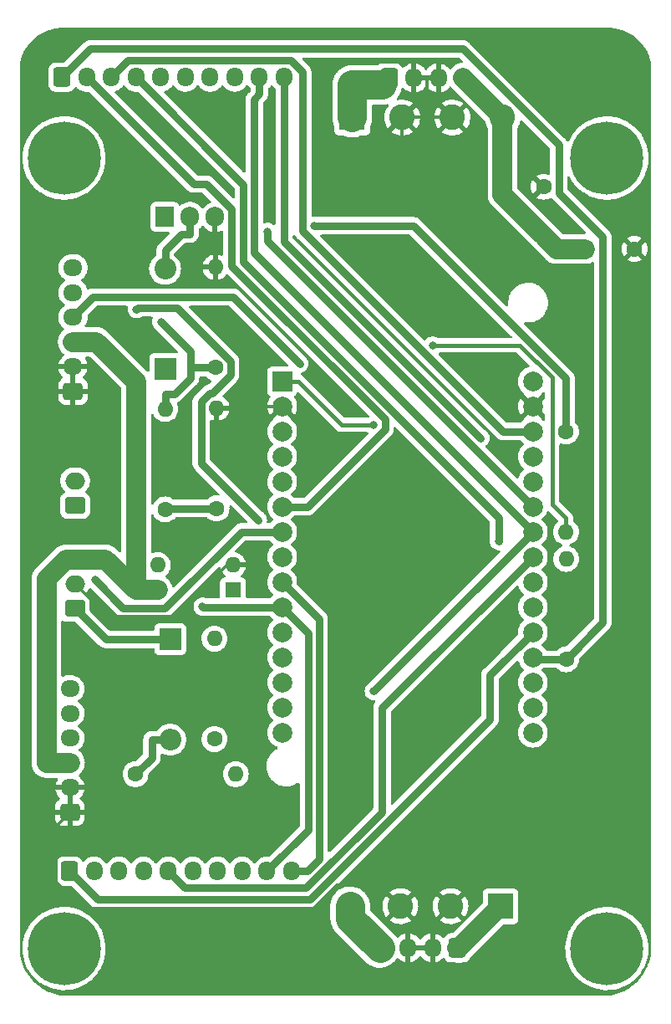
<source format=gbr>
%TF.GenerationSoftware,KiCad,Pcbnew,(6.0.6)*%
%TF.CreationDate,2022-10-06T19:19:23+05:30*%
%TF.ProjectId,ESPNOW-FK,4553504e-4f57-42d4-964b-2e6b69636164,V1.0*%
%TF.SameCoordinates,PX6885d00PY822d320*%
%TF.FileFunction,Copper,L2,Bot*%
%TF.FilePolarity,Positive*%
%FSLAX46Y46*%
G04 Gerber Fmt 4.6, Leading zero omitted, Abs format (unit mm)*
G04 Created by KiCad (PCBNEW (6.0.6)) date 2022-10-06 19:19:23*
%MOMM*%
%LPD*%
G01*
G04 APERTURE LIST*
G04 Aperture macros list*
%AMRoundRect*
0 Rectangle with rounded corners*
0 $1 Rounding radius*
0 $2 $3 $4 $5 $6 $7 $8 $9 X,Y pos of 4 corners*
0 Add a 4 corners polygon primitive as box body*
4,1,4,$2,$3,$4,$5,$6,$7,$8,$9,$2,$3,0*
0 Add four circle primitives for the rounded corners*
1,1,$1+$1,$2,$3*
1,1,$1+$1,$4,$5*
1,1,$1+$1,$6,$7*
1,1,$1+$1,$8,$9*
0 Add four rect primitives between the rounded corners*
20,1,$1+$1,$2,$3,$4,$5,0*
20,1,$1+$1,$4,$5,$6,$7,0*
20,1,$1+$1,$6,$7,$8,$9,0*
20,1,$1+$1,$8,$9,$2,$3,0*%
G04 Aperture macros list end*
%TA.AperFunction,ComponentPad*%
%ADD10C,1.600000*%
%TD*%
%TA.AperFunction,ComponentPad*%
%ADD11O,1.600000X1.600000*%
%TD*%
%TA.AperFunction,ComponentPad*%
%ADD12C,7.400000*%
%TD*%
%TA.AperFunction,ComponentPad*%
%ADD13R,2.200000X2.200000*%
%TD*%
%TA.AperFunction,ComponentPad*%
%ADD14O,2.200000X2.200000*%
%TD*%
%TA.AperFunction,ComponentPad*%
%ADD15R,2.000000X2.000000*%
%TD*%
%TA.AperFunction,ComponentPad*%
%ADD16C,2.000000*%
%TD*%
%TA.AperFunction,ComponentPad*%
%ADD17RoundRect,0.250000X-0.600000X-0.725000X0.600000X-0.725000X0.600000X0.725000X-0.600000X0.725000X0*%
%TD*%
%TA.AperFunction,ComponentPad*%
%ADD18O,1.700000X1.950000*%
%TD*%
%TA.AperFunction,ComponentPad*%
%ADD19R,1.600000X1.600000*%
%TD*%
%TA.AperFunction,ComponentPad*%
%ADD20RoundRect,0.250000X0.750000X-0.600000X0.750000X0.600000X-0.750000X0.600000X-0.750000X-0.600000X0*%
%TD*%
%TA.AperFunction,ComponentPad*%
%ADD21O,2.000000X1.700000*%
%TD*%
%TA.AperFunction,ComponentPad*%
%ADD22R,2.600000X2.600000*%
%TD*%
%TA.AperFunction,ComponentPad*%
%ADD23C,2.600000*%
%TD*%
%TA.AperFunction,ComponentPad*%
%ADD24RoundRect,0.250000X0.725000X-0.600000X0.725000X0.600000X-0.725000X0.600000X-0.725000X-0.600000X0*%
%TD*%
%TA.AperFunction,ComponentPad*%
%ADD25O,1.950000X1.700000*%
%TD*%
%TA.AperFunction,ComponentPad*%
%ADD26RoundRect,0.250000X0.600000X0.725000X-0.600000X0.725000X-0.600000X-0.725000X0.600000X-0.725000X0*%
%TD*%
%TA.AperFunction,ComponentPad*%
%ADD27R,1.905000X2.000000*%
%TD*%
%TA.AperFunction,ComponentPad*%
%ADD28O,1.905000X2.000000*%
%TD*%
%TA.AperFunction,ViaPad*%
%ADD29C,0.800000*%
%TD*%
%TA.AperFunction,ViaPad*%
%ADD30C,0.850000*%
%TD*%
%TA.AperFunction,Conductor*%
%ADD31C,1.699800*%
%TD*%
%TA.AperFunction,Conductor*%
%ADD32C,3.000000*%
%TD*%
%TA.AperFunction,Conductor*%
%ADD33C,1.701800*%
%TD*%
%TA.AperFunction,Conductor*%
%ADD34C,0.750000*%
%TD*%
%TA.AperFunction,Conductor*%
%ADD35C,0.300000*%
%TD*%
%TA.AperFunction,Conductor*%
%ADD36C,2.000000*%
%TD*%
%TA.AperFunction,Conductor*%
%ADD37C,0.450000*%
%TD*%
G04 APERTURE END LIST*
D10*
%TO.P,R7,1*%
%TO.N,Lock_Status-2*%
X55880000Y34580000D03*
D11*
%TO.P,R7,2*%
%TO.N,+3.3V*%
X55880000Y44740000D03*
%TD*%
D12*
%TO.P,H1,1,1*%
%TO.N,unconnected-(H1-Pad1)*%
X60000000Y85300000D03*
%TD*%
D13*
%TO.P,D1,1,K*%
%TO.N,+12V*%
X15240000Y63940000D03*
D14*
%TO.P,D1,2,A*%
%TO.N,LOAD*%
X15240000Y74100000D03*
%TD*%
D10*
%TO.P,C1,1*%
%TO.N,+5V*%
X53600000Y77400000D03*
%TO.P,C1,2*%
%TO.N,GND*%
X53600000Y82400000D03*
%TD*%
%TO.P,R1,1*%
%TO.N,Solenoid*%
X20250000Y26510000D03*
D11*
%TO.P,R1,2*%
%TO.N,Net-(R1-Pad2)*%
X20250000Y36670000D03*
%TD*%
D12*
%TO.P,H3,1,1*%
%TO.N,unconnected-(H3-Pad1)*%
X5000000Y85300000D03*
%TD*%
D15*
%TO.P,U3,1,3V3*%
%TO.N,+3.3V*%
X27100000Y62715000D03*
D16*
%TO.P,U3,2,GND*%
%TO.N,GND*%
X27100000Y60175000D03*
%TO.P,U3,3,D15*%
%TO.N,unconnected-(U3-Pad3)*%
X27100000Y57635000D03*
%TO.P,U3,4,D2*%
%TO.N,unconnected-(U3-Pad4)*%
X27100000Y55095000D03*
%TO.P,U3,5,D4*%
%TO.N,unconnected-(U3-Pad5)*%
X27100000Y52555000D03*
%TO.P,U3,6,RX2*%
%TO.N,Solenoid-2*%
X27100000Y50015000D03*
%TO.P,U3,7,TX2*%
%TO.N,Solenoid-1*%
X27100000Y47475000D03*
%TO.P,U3,8,D5*%
%TO.N,unconnected-(U3-Pad8)*%
X27100000Y44935000D03*
%TO.P,U3,9,D18*%
%TO.N,B*%
X27100000Y42395000D03*
%TO.P,U3,10,D19*%
%TO.N,G*%
X27100000Y39855000D03*
%TO.P,U3,11,D21*%
%TO.N,R*%
X27100000Y37315000D03*
%TO.P,U3,12,RX0*%
%TO.N,unconnected-(U3-Pad12)*%
X27100000Y34775000D03*
%TO.P,U3,13,TX0*%
%TO.N,unconnected-(U3-Pad13)*%
X27100000Y32235000D03*
%TO.P,U3,14,D22*%
%TO.N,Solenoid*%
X27100000Y29695000D03*
%TO.P,U3,15,D23*%
%TO.N,Lock_Status*%
X27100000Y27155000D03*
%TO.P,U3,16,EN*%
%TO.N,unconnected-(U3-Pad16)*%
X52500000Y27155000D03*
%TO.P,U3,17,VP*%
%TO.N,unconnected-(U3-Pad17)*%
X52500000Y29695000D03*
%TO.P,U3,18,VN*%
%TO.N,unconnected-(U3-Pad18)*%
X52500000Y32235000D03*
%TO.P,U3,19,D34*%
%TO.N,Lock_Status-2*%
X52500000Y34775000D03*
%TO.P,U3,20,D35*%
%TO.N,Lock_Status-1*%
X52500000Y37315000D03*
%TO.P,U3,21,D32*%
%TO.N,B-2*%
X52500000Y39855000D03*
%TO.P,U3,22,D33*%
%TO.N,G-2*%
X52500000Y42395000D03*
%TO.P,U3,23,D25*%
%TO.N,B-1*%
X52500000Y44935000D03*
%TO.P,U3,24,D26*%
%TO.N,G-1*%
X52500000Y47475000D03*
%TO.P,U3,25,D27*%
%TO.N,R-1*%
X52500000Y50015000D03*
%TO.P,U3,26,D14*%
%TO.N,unconnected-(U3-Pad26)*%
X52500000Y52555000D03*
%TO.P,U3,27,D12*%
%TO.N,unconnected-(U3-Pad27)*%
X52500000Y55095000D03*
%TO.P,U3,28,D13*%
%TO.N,R-2*%
X52500000Y57635000D03*
%TO.P,U3,29,GND*%
%TO.N,GND*%
X52500000Y60175000D03*
%TO.P,U3,30,VIN*%
%TO.N,+5V*%
X52500000Y62715000D03*
%TD*%
D12*
%TO.P,H2,1,1*%
%TO.N,unconnected-(H2-Pad1)*%
X5000000Y5300000D03*
%TD*%
D10*
%TO.P,R4,1*%
%TO.N,Net-(Q1-Pad1)*%
X20340000Y64090000D03*
D11*
%TO.P,R4,2*%
%TO.N,GND*%
X20340000Y74250000D03*
%TD*%
D17*
%TO.P,J8,1,Pin_1*%
%TO.N,+12V*%
X37930000Y93415000D03*
D18*
%TO.P,J8,2,Pin_2*%
%TO.N,GND*%
X40430000Y93415000D03*
%TO.P,J8,3,Pin_3*%
X42930000Y93415000D03*
%TO.P,J8,4,Pin_4*%
%TO.N,+5V*%
X45430000Y93415000D03*
%TD*%
D19*
%TO.P,C2,1*%
%TO.N,+5V*%
X57797300Y76100000D03*
D10*
%TO.P,C2,2*%
%TO.N,GND*%
X62797300Y76100000D03*
%TD*%
D20*
%TO.P,J3,1,Pin_1*%
%TO.N,+12V*%
X6122500Y50140000D03*
D21*
%TO.P,J3,2,Pin_2*%
%TO.N,LOAD*%
X6122500Y52640000D03*
%TD*%
D20*
%TO.P,J4,1,Pin_1*%
%TO.N,Feedback*%
X6107500Y39720000D03*
D21*
%TO.P,J4,2,Pin_2*%
%TO.N,GND*%
X6107500Y42220000D03*
%TD*%
D10*
%TO.P,R3,1*%
%TO.N,Net-(R2-Pad1)*%
X15250000Y49740000D03*
D11*
%TO.P,R3,2*%
%TO.N,Net-(Q1-Pad1)*%
X15250000Y59900000D03*
%TD*%
D22*
%TO.P,J5,1,Pin_1*%
%TO.N,+5V*%
X49240000Y9585000D03*
D23*
%TO.P,J5,2,Pin_2*%
%TO.N,GND*%
X44160000Y9585000D03*
%TO.P,J5,3,Pin_3*%
X39080000Y9585000D03*
%TO.P,J5,4,Pin_4*%
%TO.N,+12V*%
X34000000Y9585000D03*
%TD*%
D22*
%TO.P,J7,1,Pin_1*%
%TO.N,+12V*%
X34200000Y89405000D03*
D23*
%TO.P,J7,2,Pin_2*%
%TO.N,GND*%
X39280000Y89405000D03*
%TO.P,J7,3,Pin_3*%
X44360000Y89405000D03*
%TO.P,J7,4,Pin_4*%
%TO.N,+5V*%
X49440000Y89405000D03*
%TD*%
D19*
%TO.P,U1,1*%
%TO.N,Net-(R1-Pad2)*%
X22130000Y41565000D03*
D11*
%TO.P,U1,2*%
%TO.N,GND*%
X22130000Y44105000D03*
%TO.P,U1,3*%
%TO.N,Net-(R2-Pad1)*%
X14510000Y44105000D03*
%TO.P,U1,4*%
%TO.N,+5V*%
X14510000Y41565000D03*
%TD*%
D13*
%TO.P,D2,1,K*%
%TO.N,Feedback*%
X15760000Y36600000D03*
D14*
%TO.P,D2,2,A*%
%TO.N,Lock_Status*%
X15760000Y26440000D03*
%TD*%
D24*
%TO.P,J9,1,1*%
%TO.N,GND*%
X5600000Y19100000D03*
D25*
%TO.P,J9,2,2*%
X5600000Y21600000D03*
%TO.P,J9,3,3*%
%TO.N,+5V*%
X5600000Y24100000D03*
%TO.P,J9,4,4*%
%TO.N,R1*%
X5600000Y26600000D03*
%TO.P,J9,5,5*%
%TO.N,Feedback*%
X5600000Y29100000D03*
%TO.P,J9,6,6*%
%TO.N,B1*%
X5600000Y31600000D03*
%TD*%
D12*
%TO.P,H4,1,1*%
%TO.N,unconnected-(H4-Pad1)*%
X60000000Y5300000D03*
%TD*%
D17*
%TO.P,J12,1,1*%
%TO.N,Lock_Status-2*%
X4800000Y93500000D03*
D18*
%TO.P,J12,2,2*%
%TO.N,Solenoid-2*%
X7300000Y93500000D03*
%TO.P,J12,3,3*%
%TO.N,R-2*%
X9800000Y93500000D03*
%TO.P,J12,4,4*%
%TO.N,G-2*%
X12300000Y93500000D03*
%TO.P,J12,5,5*%
%TO.N,B-2*%
X14800000Y93500000D03*
%TO.P,J12,6,6*%
%TO.N,Lock_Status-1*%
X17300000Y93500000D03*
%TO.P,J12,7,7*%
%TO.N,Solenoid-1*%
X19800000Y93500000D03*
%TO.P,J12,8,8*%
%TO.N,R-1*%
X22300000Y93500000D03*
%TO.P,J12,9,9*%
%TO.N,G-1*%
X24800000Y93500000D03*
%TO.P,J12,10,10*%
%TO.N,B-1*%
X27300000Y93500000D03*
%TD*%
D24*
%TO.P,J10,1,1*%
%TO.N,GND*%
X5900000Y61700000D03*
D25*
%TO.P,J10,2,2*%
X5900000Y64200000D03*
%TO.P,J10,3,3*%
%TO.N,+5V*%
X5900000Y66700000D03*
%TO.P,J10,4,4*%
%TO.N,R*%
X5900000Y69200000D03*
%TO.P,J10,5,5*%
%TO.N,G*%
X5900000Y71700000D03*
%TO.P,J10,6,6*%
%TO.N,B*%
X5900000Y74200000D03*
%TD*%
D10*
%TO.P,R5,1*%
%TO.N,Lock_Status*%
X12240000Y22960000D03*
D11*
%TO.P,R5,2*%
%TO.N,+3.3V*%
X22400000Y22960000D03*
%TD*%
D17*
%TO.P,J11,1,1*%
%TO.N,Lock_Status-1*%
X5550000Y13125000D03*
D18*
%TO.P,J11,2,2*%
%TO.N,Solenoid-1*%
X8050000Y13125000D03*
%TO.P,J11,3,3*%
%TO.N,R-1*%
X10550000Y13125000D03*
%TO.P,J11,4,4*%
%TO.N,G-1*%
X13050000Y13125000D03*
%TO.P,J11,5,5*%
%TO.N,B-1*%
X15550000Y13125000D03*
%TO.P,J11,6,6*%
%TO.N,Lock_Status*%
X18050000Y13125000D03*
%TO.P,J11,7,7*%
%TO.N,Solenoid*%
X20550000Y13125000D03*
%TO.P,J11,8,8*%
%TO.N,R*%
X23050000Y13125000D03*
%TO.P,J11,9,9*%
%TO.N,G*%
X25550000Y13125000D03*
%TO.P,J11,10,10*%
%TO.N,B*%
X28050000Y13125000D03*
%TD*%
D26*
%TO.P,J6,1,Pin_1*%
%TO.N,+5V*%
X44850000Y5375000D03*
D18*
%TO.P,J6,2,Pin_2*%
%TO.N,GND*%
X42350000Y5375000D03*
%TO.P,J6,3,Pin_3*%
X39850000Y5375000D03*
%TO.P,J6,4,Pin_4*%
%TO.N,+12V*%
X37350000Y5375000D03*
%TD*%
D10*
%TO.P,R2,1*%
%TO.N,Net-(R2-Pad1)*%
X20450000Y49840000D03*
D11*
%TO.P,R2,2*%
%TO.N,GND*%
X20450000Y60000000D03*
%TD*%
D27*
%TO.P,Q1,1,G*%
%TO.N,Net-(Q1-Pad1)*%
X15220000Y79345000D03*
D28*
%TO.P,Q1,2,D*%
%TO.N,LOAD*%
X17760000Y79345000D03*
%TO.P,Q1,3,S*%
%TO.N,GND*%
X20300000Y79345000D03*
%TD*%
D10*
%TO.P,R6,1*%
%TO.N,Lock_Status-1*%
X55860000Y57620000D03*
D11*
%TO.P,R6,2*%
%TO.N,+3.3V*%
X55860000Y47460000D03*
%TD*%
D29*
%TO.N,Net-(Q1-Pad1)*%
X14822900Y68739200D03*
%TO.N,GND*%
X12370000Y90770000D03*
X12680000Y66440000D03*
X22290000Y19490000D03*
D30*
X8970000Y63010000D03*
D29*
X27560000Y19730000D03*
X13310000Y84040000D03*
X18370000Y69930000D03*
X30770000Y56200000D03*
X17720000Y53360000D03*
X42430000Y52200000D03*
X9640000Y69010000D03*
X49870000Y55430000D03*
X25730000Y15610000D03*
X38760000Y74660000D03*
X42360000Y28330000D03*
X16050000Y91890000D03*
X10540000Y75550000D03*
X31750000Y79840000D03*
X25780000Y81560000D03*
X46400000Y69460000D03*
X17980000Y47130000D03*
%TO.N,R*%
X28870000Y64492000D03*
%TO.N,G*%
X19033000Y39923100D03*
%TO.N,B*%
X12350000Y70010000D03*
X24657900Y48675000D03*
%TO.N,+3.3V*%
X42360400Y66344700D03*
X36343600Y58301500D03*
%TO.N,Lock_Status-1*%
X30380800Y78445600D03*
%TO.N,Solenoid-1*%
X8130000Y42600000D03*
%TO.N,R-1*%
X25640000Y77850000D03*
%TO.N,G-1*%
X36375400Y31350400D03*
%TO.N,B-1*%
X47194300Y56964500D03*
%TO.N,G-2*%
X49053000Y46524000D03*
%TD*%
D31*
%TO.N,+12V*%
X36999500Y5375000D02*
X37350000Y5375000D01*
D32*
X34000000Y8374500D02*
X34000000Y9585000D01*
X36999500Y5375000D02*
X34000000Y8374500D01*
D33*
X37220400Y92705400D02*
X37930000Y93415000D01*
D32*
X34200000Y92705300D02*
X37220300Y92705300D01*
X37220300Y92705300D02*
X37220400Y92705400D01*
X34200000Y89405000D02*
X34200000Y92705300D01*
D34*
%TO.N,LOAD*%
X16885000Y77595000D02*
X15240000Y75950000D01*
X17760000Y79345000D02*
X17760000Y77595000D01*
X17760000Y77595000D02*
X16885000Y77595000D01*
X15240000Y74100000D02*
X15240000Y75950000D01*
%TO.N,Net-(Q1-Pad1)*%
X17820800Y64090000D02*
X17820800Y63038100D01*
X17820800Y64090000D02*
X20340000Y64090000D01*
X17820800Y64090000D02*
X17820800Y65741300D01*
X17820800Y65741300D02*
X14822900Y68739200D01*
X15250000Y59900000D02*
X15250000Y61450000D01*
X17820800Y63038100D02*
X16232700Y61450000D01*
X16232700Y61450000D02*
X15250000Y61450000D01*
D35*
%TO.N,GND*%
X4155500Y17655500D02*
X4155500Y12084800D01*
X22130000Y44105000D02*
X21552300Y44105000D01*
X24076800Y64026400D02*
X24076800Y60175000D01*
X9468300Y38859200D02*
X6107500Y42220000D01*
X23901800Y60000000D02*
X20450000Y60000000D01*
X39850000Y5375000D02*
X42350000Y5375000D01*
X36907900Y11757100D02*
X39080000Y9585000D01*
X8590000Y63010000D02*
X7400000Y64200000D01*
X30237300Y9344200D02*
X32650200Y11757100D01*
X24076800Y60175000D02*
X23901800Y60000000D01*
X39280000Y87525600D02*
X39280000Y89405000D01*
X18370000Y69930000D02*
X18370000Y69733200D01*
X31750000Y79840000D02*
X31750000Y79995600D01*
X31750000Y79995600D02*
X39280000Y87525600D01*
X5600000Y19100000D02*
X4155500Y17655500D01*
X5900000Y64200000D02*
X5900000Y62825000D01*
X24076800Y60175000D02*
X27100000Y60175000D01*
X8970000Y63010000D02*
X8590000Y63010000D01*
X6896100Y9344200D02*
X30237300Y9344200D01*
X4155500Y12084800D02*
X6896100Y9344200D01*
X41773600Y93415000D02*
X40430000Y93415000D01*
X42930000Y93415000D02*
X41773600Y93415000D01*
X16306500Y38859200D02*
X9468300Y38859200D01*
X21552300Y44105000D02*
X16306500Y38859200D01*
X32650200Y11757100D02*
X36907900Y11757100D01*
X41773600Y89405000D02*
X39280000Y89405000D01*
X7400000Y64200000D02*
X5900000Y64200000D01*
X44360000Y89405000D02*
X41773600Y89405000D01*
X5900000Y61700000D02*
X5900000Y62825000D01*
X18370000Y69733200D02*
X24076800Y64026400D01*
X41773600Y93415000D02*
X41773600Y89405000D01*
D34*
%TO.N,Net-(R2-Pad1)*%
X15350000Y49840000D02*
X15250000Y49740000D01*
X20450000Y49840000D02*
X15350000Y49840000D01*
D36*
%TO.N,+5V*%
X45030000Y5375000D02*
X49240000Y9585000D01*
X9201800Y44672900D02*
X5186600Y44672900D01*
X5600000Y24100000D02*
X3224700Y24100000D01*
X49440000Y89405000D02*
X45430000Y93415000D01*
X5900000Y66700000D02*
X8275300Y66700000D01*
X44850000Y5375000D02*
X45030000Y5375000D01*
X53600000Y77400000D02*
X49440000Y81560000D01*
X57797300Y76100000D02*
X54900000Y76100000D01*
X14510000Y41565000D02*
X12309700Y41565000D01*
X49440000Y81560000D02*
X49440000Y89405000D01*
X5186600Y44672900D02*
X3224700Y42711000D01*
X54900000Y76100000D02*
X53600000Y77400000D01*
X3224700Y42711000D02*
X3224700Y24100000D01*
X12309700Y62675600D02*
X8285300Y66700000D01*
X12309700Y41565000D02*
X9201800Y44672900D01*
X12309700Y41565000D02*
X12309700Y62675600D01*
X8285300Y66700000D02*
X8275300Y66700000D01*
D34*
%TO.N,Feedback*%
X9227500Y36600000D02*
X15760000Y36600000D01*
X6107500Y39720000D02*
X9227500Y36600000D01*
%TO.N,R*%
X22121800Y71240200D02*
X28870000Y64492000D01*
X7940200Y71240200D02*
X22121800Y71240200D01*
X5900000Y69200000D02*
X7940200Y71240200D01*
%TO.N,G*%
X19101100Y39855000D02*
X19033000Y39923100D01*
X27100000Y39855000D02*
X19101100Y39855000D01*
X29751500Y17326500D02*
X29751500Y37203500D01*
X25550000Y13125000D02*
X29751500Y17326500D01*
X29751500Y37203500D02*
X27100000Y39855000D01*
%TO.N,B*%
X19803700Y61525400D02*
X18899400Y60621100D01*
X30851800Y38643200D02*
X27100000Y42395000D01*
X18899400Y60621100D02*
X18899400Y54433500D01*
X16449900Y70139900D02*
X21870100Y64719700D01*
X28050000Y13125000D02*
X29650000Y13125000D01*
X20039800Y61525400D02*
X19803700Y61525400D01*
X21870100Y63355700D02*
X20039800Y61525400D01*
X18899400Y54433500D02*
X24657900Y48675000D01*
X12479900Y70139900D02*
X16449900Y70139900D01*
X29650000Y13125000D02*
X30851800Y14326800D01*
X21870100Y64719700D02*
X21870100Y63355700D01*
X30851800Y14326800D02*
X30851800Y38643200D01*
X12350000Y70010000D02*
X12479900Y70139900D01*
D37*
%TO.N,+3.3V*%
X54460000Y50260000D02*
X54460000Y63085300D01*
X36343600Y58301500D02*
X33113500Y58301500D01*
X33113500Y58301500D02*
X28700000Y62715000D01*
X27100000Y62715000D02*
X28700000Y62715000D01*
X54460000Y63085300D02*
X51200600Y66344700D01*
X51200600Y66344700D02*
X42360400Y66344700D01*
X55860000Y47460000D02*
X55860000Y48860000D01*
X55860000Y48860000D02*
X54460000Y50260000D01*
D34*
%TO.N,Lock_Status*%
X15760000Y26440000D02*
X13910000Y26440000D01*
X13910000Y24630000D02*
X13910000Y26440000D01*
X12240000Y22960000D02*
X13910000Y24630000D01*
%TO.N,Lock_Status-1*%
X5550000Y13125000D02*
X8409500Y10265500D01*
X55860000Y57620000D02*
X55860000Y63029400D01*
X40443800Y78445600D02*
X30380800Y78445600D01*
X48153200Y32968200D02*
X52500000Y37315000D01*
X8409500Y10265500D02*
X29920600Y10265500D01*
X48153200Y28498100D02*
X48153200Y32968200D01*
X29920600Y10265500D02*
X48153200Y28498100D01*
X55860000Y63029400D02*
X40443800Y78445600D01*
%TO.N,Solenoid-1*%
X8130500Y42600000D02*
X10995900Y39734600D01*
X15221800Y39734600D02*
X22962200Y47475000D01*
X22962200Y47475000D02*
X27100000Y47475000D01*
X10995900Y39734600D02*
X15221800Y39734600D01*
X8130000Y42600000D02*
X8130500Y42600000D01*
%TO.N,R-1*%
X25640000Y77850000D02*
X25640000Y76875000D01*
X25640000Y76875000D02*
X52500000Y50015000D01*
%TO.N,G-1*%
X24279900Y91254900D02*
X24800000Y91775000D01*
X52500000Y47475000D02*
X24279900Y75695100D01*
X24800000Y93500000D02*
X24800000Y91775000D01*
X24279900Y75695100D02*
X24279900Y91254900D01*
X36375400Y31350400D02*
X52500000Y47475000D01*
%TO.N,B-1*%
X37215800Y19121800D02*
X37215800Y29650800D01*
X47194300Y56964500D02*
X27300000Y76858800D01*
X17250400Y11424600D02*
X29518600Y11424600D01*
X37215800Y29650800D02*
X52500000Y44935000D01*
X29518600Y11424600D02*
X37215800Y19121800D01*
X27300000Y93500000D02*
X27300000Y91775000D01*
X27300000Y76858800D02*
X27300000Y91775000D01*
X15550000Y13125000D02*
X17250400Y11424600D01*
%TO.N,Lock_Status-2*%
X45441300Y96345200D02*
X55125400Y86661100D01*
X59581200Y38281200D02*
X55880000Y34580000D01*
X55880000Y34580000D02*
X52695000Y34580000D01*
X55125400Y86661100D02*
X55125400Y81772500D01*
X52695000Y34580000D02*
X52500000Y34775000D01*
X55125400Y81772500D02*
X59581200Y77316700D01*
X7645200Y96345200D02*
X45441300Y96345200D01*
X4800000Y93500000D02*
X7645200Y96345200D01*
X59581200Y77316700D02*
X59581200Y38281200D01*
%TO.N,Solenoid-2*%
X29705300Y50015000D02*
X27100000Y50015000D01*
X37521100Y58857600D02*
X37521100Y57830800D01*
X21977900Y80124400D02*
X21977900Y74400800D01*
X19437300Y82665000D02*
X21977900Y80124400D01*
X37521100Y57830800D02*
X29705300Y50015000D01*
X18135000Y82665000D02*
X19437300Y82665000D01*
X7300000Y93500000D02*
X18135000Y82665000D01*
X21977900Y74400800D02*
X37521100Y58857600D01*
%TO.N,R-2*%
X29173300Y93991600D02*
X27964500Y95200400D01*
X27964500Y95200400D02*
X11500400Y95200400D01*
X52500000Y57635000D02*
X49469900Y57635000D01*
X49469900Y57635000D02*
X29173300Y77931600D01*
X11500400Y95200400D02*
X9800000Y93500000D01*
X29173300Y77931600D02*
X29173300Y93991600D01*
%TO.N,G-2*%
X49053000Y48881900D02*
X23179600Y74755300D01*
X23179600Y82620400D02*
X12300000Y93500000D01*
X49053000Y46524000D02*
X49053000Y48881900D01*
X23179600Y74755300D02*
X23179600Y82620400D01*
%TD*%
%TA.AperFunction,Conductor*%
%TO.N,GND*%
G36*
X59974518Y98490419D02*
G01*
X59996841Y98487476D01*
X59996843Y98487476D01*
X60005741Y98486303D01*
X60026124Y98489455D01*
X60047929Y98490909D01*
X60067704Y98490509D01*
X60396460Y98483853D01*
X60407430Y98483152D01*
X60784400Y98442468D01*
X60795267Y98440813D01*
X61167251Y98367430D01*
X61177932Y98364834D01*
X61542104Y98259310D01*
X61552518Y98255793D01*
X61906103Y98118933D01*
X61916171Y98114522D01*
X62256485Y97947364D01*
X62266131Y97942092D01*
X62590589Y97745905D01*
X62599724Y97739822D01*
X62905867Y97516091D01*
X62914427Y97509242D01*
X63199899Y97259684D01*
X63207837Y97252109D01*
X63465224Y96984086D01*
X63470459Y96978635D01*
X63477715Y96970387D01*
X63506778Y96934293D01*
X63715504Y96675064D01*
X63722018Y96666210D01*
X63912489Y96382122D01*
X63933163Y96351286D01*
X63938880Y96341898D01*
X64121773Y96009771D01*
X64126650Y95999920D01*
X64279897Y95653122D01*
X64283897Y95642884D01*
X64319286Y95539170D01*
X64397853Y95308917D01*
X64406338Y95284049D01*
X64409429Y95273508D01*
X64487842Y94955235D01*
X64491500Y94925094D01*
X64491500Y5071421D01*
X64490908Y5059531D01*
X64488811Y5051025D01*
X64489195Y5042055D01*
X64489716Y5029880D01*
X64488795Y5008367D01*
X64468861Y4853892D01*
X64441640Y4642951D01*
X64439896Y4632753D01*
X64356427Y4242042D01*
X64353852Y4232022D01*
X64274915Y3969989D01*
X64244138Y3867821D01*
X64238610Y3849472D01*
X64235222Y3839700D01*
X64169455Y3672490D01*
X64088990Y3467909D01*
X64084811Y3458445D01*
X63908565Y3099895D01*
X63903624Y3090805D01*
X63698556Y2747924D01*
X63692886Y2739271D01*
X63460386Y2414377D01*
X63454024Y2406217D01*
X63195633Y2101470D01*
X63188624Y2093861D01*
X62906139Y1811376D01*
X62898530Y1804367D01*
X62593783Y1545976D01*
X62585627Y1539617D01*
X62446711Y1440206D01*
X62260729Y1307114D01*
X62252076Y1301444D01*
X62152085Y1241642D01*
X61942116Y1116065D01*
X61909195Y1096376D01*
X61900105Y1091435D01*
X61541555Y915189D01*
X61532091Y911010D01*
X61160303Y764779D01*
X61150528Y761390D01*
X60767978Y646148D01*
X60757958Y643573D01*
X60367247Y560104D01*
X60357049Y558360D01*
X59999043Y512162D01*
X59974460Y511410D01*
X59970436Y511681D01*
X59970431Y511681D01*
X59961480Y512283D01*
X59952717Y510348D01*
X59943765Y509675D01*
X59943746Y509934D01*
X59930602Y508500D01*
X5071421Y508500D01*
X5059531Y509092D01*
X5051025Y511189D01*
X5029879Y510284D01*
X5008367Y511205D01*
X4642952Y558360D01*
X4632753Y560104D01*
X4242042Y643573D01*
X4232022Y646148D01*
X3849472Y761390D01*
X3839697Y764779D01*
X3467909Y911010D01*
X3458445Y915189D01*
X3099895Y1091435D01*
X3090805Y1096376D01*
X3057885Y1116065D01*
X2847915Y1241642D01*
X2747924Y1301444D01*
X2739271Y1307114D01*
X2553289Y1440206D01*
X2414373Y1539617D01*
X2406217Y1545976D01*
X2101470Y1804367D01*
X2093861Y1811376D01*
X1811376Y2093861D01*
X1804367Y2101470D01*
X1545976Y2406217D01*
X1539614Y2414377D01*
X1307114Y2739271D01*
X1301444Y2747924D01*
X1096376Y3090805D01*
X1091435Y3099895D01*
X915189Y3458445D01*
X911010Y3467909D01*
X830545Y3672490D01*
X764778Y3839700D01*
X761390Y3849472D01*
X755863Y3867821D01*
X725085Y3969989D01*
X646148Y4232022D01*
X643573Y4242042D01*
X560104Y4632753D01*
X558360Y4642951D01*
X512162Y5000957D01*
X511410Y5025540D01*
X511681Y5029564D01*
X511681Y5029569D01*
X512283Y5038520D01*
X510348Y5047283D01*
X509675Y5056235D01*
X509934Y5056254D01*
X508500Y5069398D01*
X508500Y5358831D01*
X786836Y5358831D01*
X786944Y5355742D01*
X799075Y5008366D01*
X801203Y4947417D01*
X801609Y4944373D01*
X801610Y4944363D01*
X802882Y4934830D01*
X855648Y4539369D01*
X856348Y4536385D01*
X856349Y4536379D01*
X939496Y4181880D01*
X949652Y4138581D01*
X1082317Y3748880D01*
X1252377Y3373984D01*
X1458210Y3017472D01*
X1459999Y3014974D01*
X1460001Y3014970D01*
X1665002Y2728628D01*
X1697849Y2682747D01*
X1699876Y2680432D01*
X1699878Y2680429D01*
X1936481Y2410160D01*
X1969008Y2373005D01*
X2269098Y2091201D01*
X2595256Y1840026D01*
X2597859Y1838399D01*
X2597864Y1838396D01*
X2646980Y1807705D01*
X2944367Y1621877D01*
X3313099Y1438837D01*
X3697934Y1292652D01*
X4095197Y1184718D01*
X4098240Y1184203D01*
X4098246Y1184202D01*
X4498055Y1116579D01*
X4498062Y1116578D01*
X4501096Y1116065D01*
X4504167Y1115850D01*
X4504169Y1115850D01*
X4908692Y1087563D01*
X4908700Y1087563D01*
X4911758Y1087349D01*
X5175974Y1094729D01*
X5320187Y1098757D01*
X5320190Y1098757D01*
X5323261Y1098843D01*
X5326314Y1099229D01*
X5326318Y1099229D01*
X5474984Y1118010D01*
X5731680Y1150439D01*
X5734684Y1151121D01*
X5734687Y1151122D01*
X6130118Y1240961D01*
X6130124Y1240963D01*
X6133114Y1241642D01*
X6289756Y1293750D01*
X6520808Y1370611D01*
X6520814Y1370613D01*
X6523732Y1371584D01*
X6526542Y1372835D01*
X6897006Y1537776D01*
X6897012Y1537779D01*
X6899806Y1539023D01*
X7045656Y1621877D01*
X7255073Y1740842D01*
X7255081Y1740847D01*
X7257746Y1742361D01*
X7594136Y1979658D01*
X7726442Y2093861D01*
X7903426Y2246630D01*
X7905764Y2248648D01*
X7907885Y2250875D01*
X7907891Y2250881D01*
X8187538Y2544540D01*
X8189655Y2546763D01*
X8294087Y2680429D01*
X8441191Y2868714D01*
X8441193Y2868717D01*
X8443101Y2871159D01*
X8444757Y2873769D01*
X8444763Y2873777D01*
X8662029Y3216134D01*
X8662031Y3216137D01*
X8663682Y3218739D01*
X8739714Y3369256D01*
X8787111Y3463088D01*
X8849292Y3586185D01*
X8860095Y3614036D01*
X8997045Y3967113D01*
X8997048Y3967123D01*
X8998160Y3969989D01*
X9100916Y4338020D01*
X9108037Y4363523D01*
X9108038Y4363525D01*
X9108865Y4366489D01*
X9180350Y4771899D01*
X9202434Y5058905D01*
X9211782Y5180397D01*
X9211782Y5180406D01*
X9211932Y5182350D01*
X9213575Y5300000D01*
X9193465Y5711173D01*
X9133328Y6118421D01*
X9033738Y6517857D01*
X9012700Y6576940D01*
X8926691Y6818478D01*
X8895644Y6905669D01*
X8720366Y7278154D01*
X8715348Y7286573D01*
X8568538Y7532848D01*
X8509576Y7631757D01*
X8265287Y7963103D01*
X8263231Y7965386D01*
X8263224Y7965395D01*
X7991899Y8266732D01*
X7991891Y8266740D01*
X7989830Y8269029D01*
X7912805Y8339362D01*
X31986902Y8339362D01*
X31987285Y8334985D01*
X31987285Y8334981D01*
X31997521Y8217986D01*
X31997693Y8215793D01*
X32003993Y8125699D01*
X32006189Y8094288D01*
X32007102Y8089993D01*
X32008246Y8084613D01*
X32010519Y8069400D01*
X32010998Y8063925D01*
X32011000Y8063912D01*
X32011383Y8059534D01*
X32012371Y8055255D01*
X32012372Y8055248D01*
X32038793Y7940805D01*
X32039268Y7938660D01*
X32060289Y7839771D01*
X32064591Y7819530D01*
X32066095Y7815398D01*
X32067978Y7810225D01*
X32072345Y7795481D01*
X32074572Y7785837D01*
X32114054Y7682983D01*
X32118220Y7672129D01*
X32118990Y7670069D01*
X32159154Y7559718D01*
X32159158Y7559709D01*
X32160663Y7555574D01*
X32162730Y7551687D01*
X32165308Y7546838D01*
X32171683Y7532848D01*
X32173654Y7527714D01*
X32173659Y7527702D01*
X32175235Y7523598D01*
X32234336Y7416979D01*
X32235348Y7415112D01*
X32290470Y7311442D01*
X32290476Y7311433D01*
X32292536Y7307558D01*
X32295121Y7304001D01*
X32295124Y7303995D01*
X32298355Y7299547D01*
X32306620Y7286574D01*
X32311417Y7277921D01*
X32314066Y7274406D01*
X32384701Y7180669D01*
X32385999Y7178915D01*
X32457642Y7080308D01*
X32463398Y7074347D01*
X32464525Y7073180D01*
X32474510Y7061488D01*
X32477812Y7057107D01*
X32480464Y7053588D01*
X32566540Y6967512D01*
X32568082Y6965944D01*
X32652769Y6878248D01*
X32660530Y6872185D01*
X32660578Y6872147D01*
X32672100Y6861952D01*
X35628877Y3905175D01*
X35787803Y3767023D01*
X35791496Y3764625D01*
X36019696Y3616430D01*
X36019700Y3616428D01*
X36023383Y3614036D01*
X36027364Y3612179D01*
X36027367Y3612178D01*
X36097823Y3579324D01*
X36277961Y3495324D01*
X36546583Y3413198D01*
X36824020Y3369256D01*
X36828420Y3369179D01*
X36828422Y3369179D01*
X36917928Y3367617D01*
X37104874Y3364354D01*
X37109230Y3364889D01*
X37109233Y3364889D01*
X37379313Y3398051D01*
X37379317Y3398052D01*
X37383676Y3398587D01*
X37555453Y3444615D01*
X37650761Y3470152D01*
X37650763Y3470153D01*
X37655000Y3471288D01*
X37913567Y3581043D01*
X37917334Y3583306D01*
X37917341Y3583310D01*
X38055587Y3666377D01*
X38154342Y3725715D01*
X38157758Y3728481D01*
X38157762Y3728484D01*
X38369216Y3899717D01*
X38369217Y3899718D01*
X38372639Y3902489D01*
X38375645Y3905712D01*
X38561210Y4104705D01*
X38561216Y4104712D01*
X38564210Y4107923D01*
X38686977Y4283253D01*
X38742434Y4327582D01*
X38813053Y4334891D01*
X38881360Y4297955D01*
X38943234Y4233094D01*
X38951186Y4226059D01*
X39127525Y4094859D01*
X39136562Y4089255D01*
X39332484Y3989643D01*
X39342335Y3985643D01*
X39552240Y3920466D01*
X39562624Y3918183D01*
X39578043Y3916139D01*
X39592207Y3918335D01*
X39596000Y3931522D01*
X39596000Y3933808D01*
X40104000Y3933808D01*
X40107973Y3920277D01*
X40118580Y3918752D01*
X40236421Y3943477D01*
X40246617Y3946537D01*
X40451029Y4027263D01*
X40460561Y4031994D01*
X40648462Y4146016D01*
X40657052Y4152280D01*
X40823052Y4296327D01*
X40830472Y4303958D01*
X40969826Y4473911D01*
X40975850Y4482677D01*
X40991517Y4510199D01*
X41042600Y4559504D01*
X41112230Y4573365D01*
X41178301Y4547381D01*
X41205538Y4518232D01*
X41284850Y4400425D01*
X41291519Y4392130D01*
X41443228Y4233100D01*
X41451186Y4226059D01*
X41627525Y4094859D01*
X41636562Y4089255D01*
X41832484Y3989643D01*
X41842335Y3985643D01*
X42052240Y3920466D01*
X42062624Y3918183D01*
X42078043Y3916139D01*
X42092207Y3918335D01*
X42096000Y3931522D01*
X42096000Y3933808D01*
X42604000Y3933808D01*
X42607973Y3920277D01*
X42618580Y3918752D01*
X42736421Y3943477D01*
X42746617Y3946537D01*
X42951029Y4027263D01*
X42960561Y4031994D01*
X43148462Y4146016D01*
X43157052Y4152280D01*
X43323052Y4296327D01*
X43330470Y4303956D01*
X43356391Y4335569D01*
X43415051Y4375564D01*
X43486021Y4377496D01*
X43546770Y4340752D01*
X43560969Y4321983D01*
X43651522Y4175652D01*
X43776697Y4050695D01*
X43782927Y4046855D01*
X43782928Y4046854D01*
X43920090Y3962306D01*
X43927262Y3957885D01*
X43970701Y3943477D01*
X44088611Y3904368D01*
X44088613Y3904368D01*
X44095139Y3902203D01*
X44101975Y3901503D01*
X44101978Y3901502D01*
X44145031Y3897091D01*
X44199600Y3891500D01*
X44564947Y3891500D01*
X44586393Y3889661D01*
X44708926Y3868496D01*
X44708932Y3868495D01*
X44712836Y3867821D01*
X44716797Y3867641D01*
X44716798Y3867641D01*
X44740506Y3866564D01*
X44740525Y3866564D01*
X44741925Y3866500D01*
X45005984Y3866500D01*
X45009502Y3866451D01*
X45104150Y3863807D01*
X45104153Y3863807D01*
X45109205Y3863666D01*
X45187098Y3874059D01*
X45193639Y3874758D01*
X45222332Y3877067D01*
X45266923Y3880654D01*
X45266927Y3880655D01*
X45271965Y3881060D01*
X45276873Y3882266D01*
X45276876Y3882266D01*
X45299662Y3887863D01*
X45329717Y3891500D01*
X45500400Y3891500D01*
X45503646Y3891837D01*
X45503650Y3891837D01*
X45599308Y3901762D01*
X45599312Y3901763D01*
X45606166Y3902474D01*
X45612702Y3904655D01*
X45612704Y3904655D01*
X45744806Y3948728D01*
X45773946Y3958450D01*
X45924348Y4051522D01*
X46049305Y4176697D01*
X46084069Y4233094D01*
X46138275Y4321032D01*
X46138276Y4321034D01*
X46142115Y4327262D01*
X46145879Y4338609D01*
X46176376Y4388035D01*
X47147172Y5358831D01*
X55786836Y5358831D01*
X55786944Y5355742D01*
X55799075Y5008366D01*
X55801203Y4947417D01*
X55801609Y4944373D01*
X55801610Y4944363D01*
X55802882Y4934830D01*
X55855648Y4539369D01*
X55856348Y4536385D01*
X55856349Y4536379D01*
X55939496Y4181880D01*
X55949652Y4138581D01*
X56082317Y3748880D01*
X56252377Y3373984D01*
X56458210Y3017472D01*
X56459999Y3014974D01*
X56460001Y3014970D01*
X56665002Y2728628D01*
X56697849Y2682747D01*
X56699876Y2680432D01*
X56699878Y2680429D01*
X56936481Y2410160D01*
X56969008Y2373005D01*
X57269098Y2091201D01*
X57595256Y1840026D01*
X57597859Y1838399D01*
X57597864Y1838396D01*
X57646980Y1807705D01*
X57944367Y1621877D01*
X58313099Y1438837D01*
X58697934Y1292652D01*
X59095197Y1184718D01*
X59098240Y1184203D01*
X59098246Y1184202D01*
X59498055Y1116579D01*
X59498062Y1116578D01*
X59501096Y1116065D01*
X59504167Y1115850D01*
X59504169Y1115850D01*
X59908692Y1087563D01*
X59908700Y1087563D01*
X59911758Y1087349D01*
X60175974Y1094729D01*
X60320187Y1098757D01*
X60320190Y1098757D01*
X60323261Y1098843D01*
X60326314Y1099229D01*
X60326318Y1099229D01*
X60474984Y1118010D01*
X60731680Y1150439D01*
X60734684Y1151121D01*
X60734687Y1151122D01*
X61130118Y1240961D01*
X61130124Y1240963D01*
X61133114Y1241642D01*
X61289756Y1293750D01*
X61520808Y1370611D01*
X61520814Y1370613D01*
X61523732Y1371584D01*
X61526542Y1372835D01*
X61897006Y1537776D01*
X61897012Y1537779D01*
X61899806Y1539023D01*
X62045656Y1621877D01*
X62255073Y1740842D01*
X62255081Y1740847D01*
X62257746Y1742361D01*
X62594136Y1979658D01*
X62726442Y2093861D01*
X62903426Y2246630D01*
X62905764Y2248648D01*
X62907885Y2250875D01*
X62907891Y2250881D01*
X63187538Y2544540D01*
X63189655Y2546763D01*
X63294087Y2680429D01*
X63441191Y2868714D01*
X63441193Y2868717D01*
X63443101Y2871159D01*
X63444757Y2873769D01*
X63444763Y2873777D01*
X63662029Y3216134D01*
X63662031Y3216137D01*
X63663682Y3218739D01*
X63739714Y3369256D01*
X63787111Y3463088D01*
X63849292Y3586185D01*
X63860095Y3614036D01*
X63997045Y3967113D01*
X63997048Y3967123D01*
X63998160Y3969989D01*
X64100916Y4338020D01*
X64108037Y4363523D01*
X64108038Y4363525D01*
X64108865Y4366489D01*
X64180350Y4771899D01*
X64202434Y5058905D01*
X64211782Y5180397D01*
X64211782Y5180406D01*
X64211932Y5182350D01*
X64213575Y5300000D01*
X64193465Y5711173D01*
X64133328Y6118421D01*
X64033738Y6517857D01*
X64012700Y6576940D01*
X63926691Y6818478D01*
X63895644Y6905669D01*
X63720366Y7278154D01*
X63715348Y7286573D01*
X63568538Y7532848D01*
X63509576Y7631757D01*
X63265287Y7963103D01*
X63263231Y7965386D01*
X63263224Y7965395D01*
X62991899Y8266732D01*
X62991891Y8266740D01*
X62989830Y8269029D01*
X62685834Y8546615D01*
X62356201Y8793212D01*
X62079761Y8960630D01*
X62006706Y9004874D01*
X62006697Y9004879D01*
X62004078Y9006465D01*
X61632826Y9184340D01*
X61629937Y9185392D01*
X61629931Y9185394D01*
X61248887Y9324082D01*
X61248884Y9324083D01*
X61245988Y9325137D01*
X60880635Y9418944D01*
X60850241Y9426748D01*
X60850238Y9426749D01*
X60847257Y9427514D01*
X60440439Y9490493D01*
X60029416Y9513472D01*
X60026337Y9513343D01*
X60026334Y9513343D01*
X59756857Y9502049D01*
X59618113Y9496234D01*
X59615069Y9495806D01*
X59615067Y9495806D01*
X59394518Y9464810D01*
X59210455Y9438941D01*
X58810333Y9342141D01*
X58421567Y9206759D01*
X58418769Y9205466D01*
X58050664Y9035378D01*
X58050654Y9035373D01*
X58047867Y9034085D01*
X57692801Y8825769D01*
X57645448Y8791365D01*
X57362239Y8585602D01*
X57362233Y8585597D01*
X57359758Y8583799D01*
X57051916Y8310484D01*
X57049837Y8308239D01*
X57049830Y8308232D01*
X56793211Y8031109D01*
X56772214Y8008434D01*
X56680930Y7888172D01*
X56593675Y7773217D01*
X56523322Y7680531D01*
X56516886Y7670069D01*
X56360036Y7415112D01*
X56307616Y7329905D01*
X56127154Y6959904D01*
X56126083Y6957023D01*
X56126080Y6957017D01*
X56078740Y6829723D01*
X55983660Y6574058D01*
X55878502Y6176052D01*
X55812684Y5769683D01*
X55812491Y5766610D01*
X55812490Y5766604D01*
X55790064Y5410138D01*
X55786836Y5358831D01*
X47147172Y5358831D01*
X49527936Y7739595D01*
X49590248Y7773621D01*
X49617031Y7776500D01*
X50588134Y7776500D01*
X50650316Y7783255D01*
X50786705Y7834385D01*
X50903261Y7921739D01*
X50990615Y8038295D01*
X51041745Y8174684D01*
X51048500Y8236866D01*
X51048500Y10933134D01*
X51041745Y10995316D01*
X50990615Y11131705D01*
X50903261Y11248261D01*
X50786705Y11335615D01*
X50650316Y11386745D01*
X50588134Y11393500D01*
X47891866Y11393500D01*
X47829684Y11386745D01*
X47693295Y11335615D01*
X47576739Y11248261D01*
X47489385Y11131705D01*
X47438255Y10995316D01*
X47431500Y10933134D01*
X47431500Y9962031D01*
X47411498Y9893910D01*
X47394595Y9872936D01*
X44417064Y6895405D01*
X44354752Y6861379D01*
X44327969Y6858500D01*
X44199600Y6858500D01*
X44196354Y6858163D01*
X44196350Y6858163D01*
X44100692Y6848238D01*
X44100688Y6848237D01*
X44093834Y6847526D01*
X44087298Y6845345D01*
X44087296Y6845345D01*
X43955194Y6801272D01*
X43926054Y6791550D01*
X43775652Y6698478D01*
X43650695Y6573303D01*
X43646855Y6567073D01*
X43646854Y6567072D01*
X43560648Y6427220D01*
X43507876Y6379727D01*
X43437804Y6368303D01*
X43372680Y6396577D01*
X43362218Y6406364D01*
X43256766Y6516906D01*
X43248814Y6523941D01*
X43072475Y6655141D01*
X43063438Y6660745D01*
X42867516Y6760357D01*
X42857665Y6764357D01*
X42647760Y6829534D01*
X42637376Y6831817D01*
X42621957Y6833861D01*
X42607793Y6831665D01*
X42604000Y6818478D01*
X42604000Y3933808D01*
X42096000Y3933808D01*
X42096000Y5102885D01*
X42091525Y5118124D01*
X42090135Y5119329D01*
X42082452Y5121000D01*
X40122115Y5121000D01*
X40106876Y5116525D01*
X40105671Y5115135D01*
X40104000Y5107452D01*
X40104000Y3933808D01*
X39596000Y3933808D01*
X39596000Y5647115D01*
X40104000Y5647115D01*
X40108475Y5631876D01*
X40109865Y5630671D01*
X40117548Y5629000D01*
X42077885Y5629000D01*
X42093124Y5633475D01*
X42094329Y5634865D01*
X42096000Y5642548D01*
X42096000Y6816192D01*
X42092027Y6829723D01*
X42081420Y6831248D01*
X41963579Y6806523D01*
X41953383Y6803463D01*
X41748971Y6722737D01*
X41739439Y6718006D01*
X41551538Y6603984D01*
X41542948Y6597720D01*
X41376948Y6453673D01*
X41369528Y6446042D01*
X41230174Y6276089D01*
X41224150Y6267323D01*
X41208483Y6239801D01*
X41157400Y6190496D01*
X41087770Y6176635D01*
X41021699Y6202619D01*
X40994462Y6231768D01*
X40915150Y6349575D01*
X40908481Y6357870D01*
X40756772Y6516900D01*
X40748814Y6523941D01*
X40572475Y6655141D01*
X40563438Y6660745D01*
X40367516Y6760357D01*
X40357665Y6764357D01*
X40147760Y6829534D01*
X40137376Y6831817D01*
X40121957Y6833861D01*
X40107793Y6831665D01*
X40104000Y6818478D01*
X40104000Y5647115D01*
X39596000Y5647115D01*
X39596000Y6816192D01*
X39592027Y6829723D01*
X39581420Y6831248D01*
X39463579Y6806523D01*
X39453383Y6803463D01*
X39248971Y6722737D01*
X39239439Y6718006D01*
X39051538Y6603984D01*
X39042948Y6597720D01*
X38872915Y6450173D01*
X38871231Y6452114D01*
X38818752Y6422451D01*
X38747870Y6426477D01*
X38690417Y6468186D01*
X38688339Y6471117D01*
X38688083Y6471579D01*
X38519036Y6695912D01*
X37074854Y8140094D01*
X37999839Y8140094D01*
X38008553Y8128573D01*
X38115452Y8050191D01*
X38123351Y8045255D01*
X38352905Y7924481D01*
X38361454Y7920764D01*
X38606327Y7835251D01*
X38615336Y7832837D01*
X38870166Y7784456D01*
X38879423Y7783402D01*
X39138607Y7773217D01*
X39147921Y7773543D01*
X39405753Y7801780D01*
X39414930Y7803481D01*
X39665758Y7869519D01*
X39674574Y7872555D01*
X39912880Y7974938D01*
X39921167Y7979252D01*
X40141718Y8115734D01*
X40149268Y8121220D01*
X40154559Y8125699D01*
X40162997Y8138503D01*
X40162065Y8140094D01*
X43079839Y8140094D01*
X43088553Y8128573D01*
X43195452Y8050191D01*
X43203351Y8045255D01*
X43432905Y7924481D01*
X43441454Y7920764D01*
X43686327Y7835251D01*
X43695336Y7832837D01*
X43950166Y7784456D01*
X43959423Y7783402D01*
X44218607Y7773217D01*
X44227921Y7773543D01*
X44485753Y7801780D01*
X44494930Y7803481D01*
X44745758Y7869519D01*
X44754574Y7872555D01*
X44992880Y7974938D01*
X45001167Y7979252D01*
X45221718Y8115734D01*
X45229268Y8121220D01*
X45234559Y8125699D01*
X45242997Y8138503D01*
X45236935Y8148855D01*
X44172812Y9212978D01*
X44158868Y9220592D01*
X44157035Y9220461D01*
X44150420Y9216210D01*
X43086497Y8152287D01*
X43079839Y8140094D01*
X40162065Y8140094D01*
X40156935Y8148855D01*
X39092812Y9212978D01*
X39078868Y9220592D01*
X39077035Y9220461D01*
X39070420Y9216210D01*
X38006497Y8152287D01*
X37999839Y8140094D01*
X37074854Y8140094D01*
X36045405Y9169543D01*
X36011379Y9231855D01*
X36008500Y9258638D01*
X36008500Y9627789D01*
X37267775Y9627789D01*
X37280220Y9368712D01*
X37281356Y9359457D01*
X37331961Y9105055D01*
X37334449Y9096083D01*
X37422095Y8851967D01*
X37425895Y8843432D01*
X37548658Y8614958D01*
X37553666Y8607096D01*
X37623720Y8513284D01*
X37634979Y8504835D01*
X37647397Y8511607D01*
X38707978Y9572188D01*
X38714356Y9583868D01*
X39444408Y9583868D01*
X39444539Y9582035D01*
X39448790Y9575420D01*
X40516094Y8508116D01*
X40528474Y8501356D01*
X40536815Y8507600D01*
X40670832Y8715952D01*
X40675275Y8724136D01*
X40781807Y8960630D01*
X40784997Y8969395D01*
X40855402Y9219028D01*
X40857262Y9228170D01*
X40890187Y9486981D01*
X40890668Y9493267D01*
X40892987Y9581840D01*
X40892836Y9588149D01*
X40889890Y9627789D01*
X42347775Y9627789D01*
X42360220Y9368712D01*
X42361356Y9359457D01*
X42411961Y9105055D01*
X42414449Y9096083D01*
X42502095Y8851967D01*
X42505895Y8843432D01*
X42628658Y8614958D01*
X42633666Y8607096D01*
X42703720Y8513284D01*
X42714979Y8504835D01*
X42727397Y8511607D01*
X43787978Y9572188D01*
X43794356Y9583868D01*
X44524408Y9583868D01*
X44524539Y9582035D01*
X44528790Y9575420D01*
X45596094Y8508116D01*
X45608474Y8501356D01*
X45616815Y8507600D01*
X45750832Y8715952D01*
X45755275Y8724136D01*
X45861807Y8960630D01*
X45864997Y8969395D01*
X45935402Y9219028D01*
X45937262Y9228170D01*
X45970187Y9486981D01*
X45970668Y9493267D01*
X45972987Y9581840D01*
X45972836Y9588149D01*
X45953501Y9848337D01*
X45952125Y9857543D01*
X45894878Y10110533D01*
X45892154Y10119444D01*
X45798143Y10361194D01*
X45794132Y10369603D01*
X45665422Y10594798D01*
X45660211Y10602524D01*
X45616996Y10657342D01*
X45605071Y10665813D01*
X45593537Y10659327D01*
X44532022Y9597812D01*
X44524408Y9583868D01*
X43794356Y9583868D01*
X43795592Y9586132D01*
X43795461Y9587965D01*
X43791210Y9594580D01*
X42725816Y10659974D01*
X42712507Y10667242D01*
X42702472Y10660122D01*
X42686937Y10641444D01*
X42681531Y10633865D01*
X42546965Y10412109D01*
X42542736Y10403808D01*
X42442432Y10164611D01*
X42439471Y10155761D01*
X42375628Y9904375D01*
X42374006Y9895178D01*
X42348020Y9637115D01*
X42347775Y9627789D01*
X40889890Y9627789D01*
X40873501Y9848337D01*
X40872125Y9857543D01*
X40814878Y10110533D01*
X40812154Y10119444D01*
X40718143Y10361194D01*
X40714132Y10369603D01*
X40585422Y10594798D01*
X40580211Y10602524D01*
X40536996Y10657342D01*
X40525071Y10665813D01*
X40513537Y10659327D01*
X39452022Y9597812D01*
X39444408Y9583868D01*
X38714356Y9583868D01*
X38715592Y9586132D01*
X38715461Y9587965D01*
X38711210Y9594580D01*
X37645816Y10659974D01*
X37632507Y10667242D01*
X37622472Y10660122D01*
X37606937Y10641444D01*
X37601531Y10633865D01*
X37466965Y10412109D01*
X37462736Y10403808D01*
X37362432Y10164611D01*
X37359471Y10155761D01*
X37295628Y9904375D01*
X37294006Y9895178D01*
X37268020Y9637115D01*
X37267775Y9627789D01*
X36008500Y9627789D01*
X36008500Y9655146D01*
X35994991Y9848337D01*
X35994118Y9860827D01*
X35994117Y9860832D01*
X35993811Y9865212D01*
X35935409Y10139970D01*
X35929662Y10155761D01*
X35840846Y10399781D01*
X35840844Y10399785D01*
X35839337Y10403926D01*
X35707464Y10651942D01*
X35702099Y10659327D01*
X35544947Y10875629D01*
X35544944Y10875632D01*
X35542358Y10879192D01*
X35486987Y10936531D01*
X35394493Y11032311D01*
X37997102Y11032311D01*
X38001675Y11022535D01*
X39067188Y9957022D01*
X39081132Y9949408D01*
X39082965Y9949539D01*
X39089580Y9953790D01*
X40154349Y11018559D01*
X40160733Y11030249D01*
X40159130Y11032311D01*
X43077102Y11032311D01*
X43081675Y11022535D01*
X44147188Y9957022D01*
X44161132Y9949408D01*
X44162965Y9949539D01*
X44169580Y9953790D01*
X45234349Y11018559D01*
X45240733Y11030249D01*
X45231321Y11042359D01*
X45084045Y11144529D01*
X45076010Y11149262D01*
X44843376Y11263984D01*
X44834743Y11267472D01*
X44587703Y11346550D01*
X44578643Y11348726D01*
X44322630Y11390420D01*
X44313343Y11391232D01*
X44053992Y11394627D01*
X44044681Y11394057D01*
X43787682Y11359081D01*
X43778546Y11357140D01*
X43529543Y11284561D01*
X43520800Y11281293D01*
X43285252Y11172704D01*
X43277097Y11168184D01*
X43086240Y11043053D01*
X43077102Y11032311D01*
X40159130Y11032311D01*
X40151321Y11042359D01*
X40004045Y11144529D01*
X39996010Y11149262D01*
X39763376Y11263984D01*
X39754743Y11267472D01*
X39507703Y11346550D01*
X39498643Y11348726D01*
X39242630Y11390420D01*
X39233343Y11391232D01*
X38973992Y11394627D01*
X38964681Y11394057D01*
X38707682Y11359081D01*
X38698546Y11357140D01*
X38449543Y11284561D01*
X38440800Y11281293D01*
X38205252Y11172704D01*
X38197097Y11168184D01*
X38006240Y11043053D01*
X37997102Y11032311D01*
X35394493Y11032311D01*
X35347231Y11081252D01*
X35125882Y11254188D01*
X35122078Y11256384D01*
X35122071Y11256389D01*
X34901091Y11383971D01*
X34882619Y11394636D01*
X34622176Y11499862D01*
X34617901Y11500928D01*
X34353893Y11566753D01*
X34353888Y11566754D01*
X34349624Y11567817D01*
X34345256Y11568276D01*
X34345251Y11568277D01*
X34074636Y11596719D01*
X34074633Y11596719D01*
X34070267Y11597178D01*
X34065879Y11597025D01*
X34065873Y11597025D01*
X33793939Y11587529D01*
X33793933Y11587528D01*
X33789542Y11587375D01*
X33785219Y11586613D01*
X33785212Y11586612D01*
X33638736Y11560784D01*
X33512913Y11538598D01*
X33245765Y11451797D01*
X33241812Y11449869D01*
X33241807Y11449867D01*
X33131947Y11396284D01*
X32993298Y11328660D01*
X32989659Y11326205D01*
X32989653Y11326202D01*
X32886151Y11256389D01*
X32760424Y11171585D01*
X32551678Y10983629D01*
X32371121Y10768450D01*
X32222269Y10530236D01*
X32108018Y10273625D01*
X32030593Y10003610D01*
X32029982Y9999260D01*
X32029981Y9999257D01*
X32023591Y9953790D01*
X31991500Y9725448D01*
X31991500Y8430395D01*
X31991327Y8423801D01*
X31986902Y8339362D01*
X7912805Y8339362D01*
X7685834Y8546615D01*
X7356201Y8793212D01*
X7079761Y8960630D01*
X7006706Y9004874D01*
X7006697Y9004879D01*
X7004078Y9006465D01*
X6632826Y9184340D01*
X6629937Y9185392D01*
X6629931Y9185394D01*
X6248887Y9324082D01*
X6248884Y9324083D01*
X6245988Y9325137D01*
X5880635Y9418944D01*
X5850241Y9426748D01*
X5850238Y9426749D01*
X5847257Y9427514D01*
X5440439Y9490493D01*
X5029416Y9513472D01*
X5026337Y9513343D01*
X5026334Y9513343D01*
X4756857Y9502049D01*
X4618113Y9496234D01*
X4615069Y9495806D01*
X4615067Y9495806D01*
X4394518Y9464810D01*
X4210455Y9438941D01*
X3810333Y9342141D01*
X3421567Y9206759D01*
X3418769Y9205466D01*
X3050664Y9035378D01*
X3050654Y9035373D01*
X3047867Y9034085D01*
X2692801Y8825769D01*
X2645448Y8791365D01*
X2362239Y8585602D01*
X2362233Y8585597D01*
X2359758Y8583799D01*
X2051916Y8310484D01*
X2049837Y8308239D01*
X2049830Y8308232D01*
X1793211Y8031109D01*
X1772214Y8008434D01*
X1680930Y7888172D01*
X1593675Y7773217D01*
X1523322Y7680531D01*
X1516886Y7670069D01*
X1360036Y7415112D01*
X1307616Y7329905D01*
X1127154Y6959904D01*
X1126083Y6957023D01*
X1126080Y6957017D01*
X1078740Y6829723D01*
X983660Y6574058D01*
X878502Y6176052D01*
X812684Y5769683D01*
X812491Y5766610D01*
X812490Y5766604D01*
X790064Y5410138D01*
X786836Y5358831D01*
X508500Y5358831D01*
X508500Y18452905D01*
X4117001Y18452905D01*
X4117338Y18446386D01*
X4127257Y18350794D01*
X4130149Y18337400D01*
X4181588Y18183216D01*
X4187761Y18170038D01*
X4273063Y18032193D01*
X4282099Y18020792D01*
X4396829Y17906261D01*
X4408240Y17897249D01*
X4546243Y17812184D01*
X4559424Y17806037D01*
X4713710Y17754862D01*
X4727086Y17751995D01*
X4821438Y17742328D01*
X4827854Y17742000D01*
X5327885Y17742000D01*
X5343124Y17746475D01*
X5344329Y17747865D01*
X5346000Y17755548D01*
X5346000Y17760116D01*
X5854000Y17760116D01*
X5858475Y17744877D01*
X5859865Y17743672D01*
X5867548Y17742001D01*
X6372095Y17742001D01*
X6378614Y17742338D01*
X6474206Y17752257D01*
X6487600Y17755149D01*
X6641784Y17806588D01*
X6654962Y17812761D01*
X6792807Y17898063D01*
X6804208Y17907099D01*
X6918739Y18021829D01*
X6927751Y18033240D01*
X7012816Y18171243D01*
X7018963Y18184424D01*
X7070138Y18338710D01*
X7073005Y18352086D01*
X7082672Y18446438D01*
X7083000Y18452854D01*
X7083000Y18827885D01*
X7078525Y18843124D01*
X7077135Y18844329D01*
X7069452Y18846000D01*
X5872115Y18846000D01*
X5856876Y18841525D01*
X5855671Y18840135D01*
X5854000Y18832452D01*
X5854000Y17760116D01*
X5346000Y17760116D01*
X5346000Y18827885D01*
X5341525Y18843124D01*
X5340135Y18844329D01*
X5332452Y18846000D01*
X4135116Y18846000D01*
X4119877Y18841525D01*
X4118672Y18840135D01*
X4117001Y18832452D01*
X4117001Y18452905D01*
X508500Y18452905D01*
X508500Y19372115D01*
X4117000Y19372115D01*
X4121475Y19356876D01*
X4122865Y19355671D01*
X4130548Y19354000D01*
X5327885Y19354000D01*
X5343124Y19358475D01*
X5344329Y19359865D01*
X5346000Y19367548D01*
X5346000Y19372115D01*
X5854000Y19372115D01*
X5858475Y19356876D01*
X5859865Y19355671D01*
X5867548Y19354000D01*
X7064884Y19354000D01*
X7080123Y19358475D01*
X7081328Y19359865D01*
X7082999Y19367548D01*
X7082999Y19747095D01*
X7082662Y19753614D01*
X7072743Y19849206D01*
X7069851Y19862600D01*
X7018412Y20016784D01*
X7012239Y20029962D01*
X6926937Y20167807D01*
X6917901Y20179208D01*
X6803171Y20293739D01*
X6791760Y20302751D01*
X6651846Y20388995D01*
X6604353Y20441767D01*
X6592929Y20511839D01*
X6621203Y20576963D01*
X6630990Y20587424D01*
X6741900Y20693228D01*
X6748941Y20701186D01*
X6880141Y20877525D01*
X6885745Y20886562D01*
X6985357Y21082484D01*
X6989357Y21092335D01*
X7054534Y21302240D01*
X7056817Y21312624D01*
X7058861Y21328043D01*
X7056665Y21342207D01*
X7043478Y21346000D01*
X5872115Y21346000D01*
X5856876Y21341525D01*
X5855671Y21340135D01*
X5854000Y21332452D01*
X5854000Y19372115D01*
X5346000Y19372115D01*
X5346000Y21327885D01*
X5341525Y21343124D01*
X5340135Y21344329D01*
X5332452Y21346000D01*
X4158808Y21346000D01*
X4145277Y21342027D01*
X4143752Y21331420D01*
X4168477Y21213579D01*
X4171537Y21203383D01*
X4252263Y20998971D01*
X4256994Y20989439D01*
X4371016Y20801538D01*
X4377280Y20792948D01*
X4521327Y20626948D01*
X4528956Y20619530D01*
X4560978Y20593274D01*
X4600973Y20534615D01*
X4602906Y20463645D01*
X4566162Y20402896D01*
X4547391Y20388695D01*
X4407193Y20301937D01*
X4395792Y20292901D01*
X4281261Y20178171D01*
X4272249Y20166760D01*
X4187184Y20028757D01*
X4181037Y20015576D01*
X4129862Y19861290D01*
X4126995Y19847914D01*
X4117328Y19753562D01*
X4117000Y19747145D01*
X4117000Y19372115D01*
X508500Y19372115D01*
X508500Y42684587D01*
X1711522Y42684587D01*
X1712016Y42679552D01*
X1715599Y42643008D01*
X1716200Y42630712D01*
X1716200Y24137812D01*
X1716070Y24132097D01*
X1712214Y24047183D01*
X1712795Y24042163D01*
X1712795Y24042159D01*
X1713545Y24035679D01*
X1722753Y23956101D01*
X1722885Y23954957D01*
X1723313Y23950593D01*
X1730760Y23858035D01*
X1731967Y23853121D01*
X1735182Y23840031D01*
X1737982Y23824467D01*
X1739533Y23811071D01*
X1740115Y23806044D01*
X1741491Y23801182D01*
X1741491Y23801181D01*
X1765393Y23716710D01*
X1766516Y23712460D01*
X1788663Y23622294D01*
X1790638Y23617641D01*
X1790639Y23617638D01*
X1795908Y23605226D01*
X1801161Y23590311D01*
X1806210Y23572468D01*
X1808344Y23567893D01*
X1808346Y23567886D01*
X1845444Y23488331D01*
X1847227Y23484327D01*
X1883512Y23398844D01*
X1886202Y23394572D01*
X1886207Y23394563D01*
X1893392Y23383154D01*
X1900967Y23369260D01*
X1908799Y23352464D01*
X1911644Y23348277D01*
X1911645Y23348276D01*
X1960981Y23275680D01*
X1963389Y23272001D01*
X2012867Y23193433D01*
X2016203Y23189649D01*
X2016206Y23189645D01*
X2025132Y23179521D01*
X2034825Y23167024D01*
X2045244Y23151693D01*
X2048721Y23148016D01*
X2048726Y23148010D01*
X2109008Y23084265D01*
X2111975Y23081016D01*
X2170054Y23015137D01*
X2170060Y23015131D01*
X2173398Y23011345D01*
X2177301Y23008139D01*
X2177303Y23008137D01*
X2187728Y22999574D01*
X2199294Y22988789D01*
X2212032Y22975319D01*
X2265855Y22934168D01*
X2285766Y22918945D01*
X2289213Y22916214D01*
X2360978Y22857266D01*
X2377006Y22847938D01*
X2390139Y22839146D01*
X2404874Y22827880D01*
X2409332Y22825490D01*
X2409333Y22825489D01*
X2486690Y22784011D01*
X2490530Y22781865D01*
X2566396Y22737709D01*
X2566400Y22737707D01*
X2570778Y22735159D01*
X2575503Y22733345D01*
X2575516Y22733339D01*
X2588082Y22728516D01*
X2602471Y22721929D01*
X2614351Y22715559D01*
X2614354Y22715558D01*
X2618809Y22713169D01*
X2623587Y22711524D01*
X2623598Y22711519D01*
X2706610Y22682936D01*
X2710743Y22681432D01*
X2792672Y22649982D01*
X2792680Y22649980D01*
X2797402Y22648167D01*
X2815541Y22644377D01*
X2830793Y22640177D01*
X2848331Y22634138D01*
X2939887Y22618324D01*
X2944128Y22617514D01*
X2976728Y22610704D01*
X3030068Y22599560D01*
X3030074Y22599559D01*
X3035020Y22598526D01*
X3040067Y22598297D01*
X3040073Y22598296D01*
X3050015Y22597845D01*
X3053539Y22597685D01*
X3069261Y22595977D01*
X3087536Y22592821D01*
X3094344Y22592512D01*
X3115206Y22591564D01*
X3115225Y22591564D01*
X3116625Y22591500D01*
X3186888Y22591500D01*
X3192603Y22591370D01*
X3277517Y22587514D01*
X3282537Y22588095D01*
X3282541Y22588095D01*
X3304750Y22590665D01*
X3319232Y22591500D01*
X4269223Y22591500D01*
X4337344Y22571498D01*
X4383837Y22517842D01*
X4393941Y22447568D01*
X4370313Y22390288D01*
X4319858Y22322473D01*
X4314255Y22313438D01*
X4214643Y22117516D01*
X4210643Y22107665D01*
X4145466Y21897760D01*
X4143183Y21887376D01*
X4141139Y21871957D01*
X4143335Y21857793D01*
X4156522Y21854000D01*
X7041192Y21854000D01*
X7054723Y21857973D01*
X7056248Y21868580D01*
X7031523Y21986421D01*
X7028463Y21996617D01*
X6947737Y22201029D01*
X6943006Y22210561D01*
X6828984Y22398462D01*
X6822720Y22407052D01*
X6678673Y22573052D01*
X6671042Y22580472D01*
X6519580Y22704664D01*
X6479585Y22763324D01*
X6477654Y22834294D01*
X6516146Y22896612D01*
X6588046Y22960000D01*
X10926502Y22960000D01*
X10946457Y22731913D01*
X10947881Y22726600D01*
X10947881Y22726598D01*
X11003818Y22517842D01*
X11005716Y22510757D01*
X11008039Y22505776D01*
X11008039Y22505775D01*
X11100151Y22308238D01*
X11100154Y22308233D01*
X11102477Y22303251D01*
X11233802Y22115700D01*
X11395700Y21953802D01*
X11400208Y21950645D01*
X11400211Y21950643D01*
X11405030Y21947269D01*
X11583251Y21822477D01*
X11588233Y21820154D01*
X11588238Y21820151D01*
X11777062Y21732102D01*
X11790757Y21725716D01*
X11796065Y21724294D01*
X11796067Y21724293D01*
X12006598Y21667881D01*
X12006600Y21667881D01*
X12011913Y21666457D01*
X12240000Y21646502D01*
X12468087Y21666457D01*
X12473400Y21667881D01*
X12473402Y21667881D01*
X12683933Y21724293D01*
X12683935Y21724294D01*
X12689243Y21725716D01*
X12702938Y21732102D01*
X12891762Y21820151D01*
X12891767Y21820154D01*
X12896749Y21822477D01*
X13074970Y21947269D01*
X13079789Y21950643D01*
X13079792Y21950645D01*
X13084300Y21953802D01*
X13246198Y22115700D01*
X13377523Y22303251D01*
X13379846Y22308233D01*
X13379849Y22308238D01*
X13471961Y22505775D01*
X13471961Y22505776D01*
X13474284Y22510757D01*
X13476183Y22517842D01*
X13532119Y22726598D01*
X13532119Y22726600D01*
X13533543Y22731913D01*
X13553498Y22960000D01*
X21086502Y22960000D01*
X21106457Y22731913D01*
X21107881Y22726600D01*
X21107881Y22726598D01*
X21163818Y22517842D01*
X21165716Y22510757D01*
X21168039Y22505776D01*
X21168039Y22505775D01*
X21260151Y22308238D01*
X21260154Y22308233D01*
X21262477Y22303251D01*
X21393802Y22115700D01*
X21555700Y21953802D01*
X21560208Y21950645D01*
X21560211Y21950643D01*
X21565030Y21947269D01*
X21743251Y21822477D01*
X21748233Y21820154D01*
X21748238Y21820151D01*
X21937062Y21732102D01*
X21950757Y21725716D01*
X21956065Y21724294D01*
X21956067Y21724293D01*
X22166598Y21667881D01*
X22166600Y21667881D01*
X22171913Y21666457D01*
X22400000Y21646502D01*
X22628087Y21666457D01*
X22633400Y21667881D01*
X22633402Y21667881D01*
X22843933Y21724293D01*
X22843935Y21724294D01*
X22849243Y21725716D01*
X22862938Y21732102D01*
X23051762Y21820151D01*
X23051767Y21820154D01*
X23056749Y21822477D01*
X23234970Y21947269D01*
X23239789Y21950643D01*
X23239792Y21950645D01*
X23244300Y21953802D01*
X23406198Y22115700D01*
X23537523Y22303251D01*
X23539846Y22308233D01*
X23539849Y22308238D01*
X23631961Y22505775D01*
X23631961Y22505776D01*
X23634284Y22510757D01*
X23636183Y22517842D01*
X23692119Y22726598D01*
X23692119Y22726600D01*
X23693543Y22731913D01*
X23713498Y22960000D01*
X23693543Y23188087D01*
X23671058Y23272001D01*
X23635707Y23403933D01*
X23635706Y23403935D01*
X23634284Y23409243D01*
X23631961Y23414225D01*
X23539849Y23611762D01*
X23539846Y23611767D01*
X23537523Y23616749D01*
X23406198Y23804300D01*
X23244300Y23966198D01*
X23239792Y23969355D01*
X23239789Y23969357D01*
X23119696Y24053447D01*
X23056749Y24097523D01*
X23051767Y24099846D01*
X23051762Y24099849D01*
X22854225Y24191961D01*
X22854224Y24191961D01*
X22849243Y24194284D01*
X22843935Y24195706D01*
X22843933Y24195707D01*
X22633402Y24252119D01*
X22633400Y24252119D01*
X22628087Y24253543D01*
X22400000Y24273498D01*
X22171913Y24253543D01*
X22166600Y24252119D01*
X22166598Y24252119D01*
X21956067Y24195707D01*
X21956065Y24195706D01*
X21950757Y24194284D01*
X21945776Y24191961D01*
X21945775Y24191961D01*
X21748238Y24099849D01*
X21748233Y24099846D01*
X21743251Y24097523D01*
X21680304Y24053447D01*
X21560211Y23969357D01*
X21560208Y23969355D01*
X21555700Y23966198D01*
X21393802Y23804300D01*
X21262477Y23616749D01*
X21260154Y23611767D01*
X21260151Y23611762D01*
X21168039Y23414225D01*
X21165716Y23409243D01*
X21164294Y23403935D01*
X21164293Y23403933D01*
X21128942Y23272001D01*
X21106457Y23188087D01*
X21086502Y22960000D01*
X13553498Y22960000D01*
X13553019Y22965475D01*
X13553019Y22970982D01*
X13555586Y22970982D01*
X13567494Y23030035D01*
X13589892Y23060434D01*
X14478545Y23949088D01*
X14493581Y23961930D01*
X14494092Y23962301D01*
X14504434Y23969815D01*
X14548895Y24019194D01*
X14553436Y24023979D01*
X14567472Y24038015D01*
X14579969Y24053447D01*
X14584253Y24058462D01*
X14624283Y24102920D01*
X14624287Y24102925D01*
X14628704Y24107831D01*
X14635412Y24119449D01*
X14646607Y24135737D01*
X14650890Y24141026D01*
X14650891Y24141027D01*
X14655048Y24146161D01*
X14685214Y24205366D01*
X14688337Y24211119D01*
X14721564Y24268669D01*
X14723606Y24274953D01*
X14723608Y24274958D01*
X14725708Y24281421D01*
X14733272Y24299683D01*
X14736363Y24305749D01*
X14736366Y24305758D01*
X14739362Y24311637D01*
X14756556Y24375804D01*
X14758422Y24382106D01*
X14778954Y24445298D01*
X14780355Y24458628D01*
X14783958Y24478071D01*
X14787430Y24491029D01*
X14790907Y24557372D01*
X14791424Y24563941D01*
X14793156Y24580423D01*
X14793500Y24583694D01*
X14793500Y24603555D01*
X14793673Y24610150D01*
X14796805Y24669902D01*
X14796805Y24669906D01*
X14797150Y24676493D01*
X14795051Y24689747D01*
X14793500Y24709456D01*
X14793500Y24920789D01*
X14813502Y24988910D01*
X14867158Y25035403D01*
X14937432Y25045507D01*
X14985336Y25028221D01*
X15027498Y25002384D01*
X15032068Y25000491D01*
X15032072Y25000489D01*
X15256836Y24907389D01*
X15261409Y24905495D01*
X15346032Y24885179D01*
X15502784Y24847546D01*
X15502790Y24847545D01*
X15507597Y24846391D01*
X15760000Y24826526D01*
X16012403Y24846391D01*
X16017210Y24847545D01*
X16017216Y24847546D01*
X16173968Y24885179D01*
X16258591Y24905495D01*
X16263164Y24907389D01*
X16487928Y25000489D01*
X16487932Y25000491D01*
X16492502Y25002384D01*
X16708376Y25134672D01*
X16900898Y25299102D01*
X17065328Y25491624D01*
X17197616Y25707498D01*
X17201095Y25715895D01*
X17292611Y25936836D01*
X17292612Y25936838D01*
X17294505Y25941409D01*
X17323158Y26060757D01*
X17352454Y26182784D01*
X17352455Y26182790D01*
X17353609Y26187597D01*
X17373474Y26440000D01*
X17367965Y26510000D01*
X18936502Y26510000D01*
X18956457Y26281913D01*
X18957881Y26276600D01*
X18957881Y26276598D01*
X19009945Y26082296D01*
X19015716Y26060757D01*
X19018039Y26055776D01*
X19018039Y26055775D01*
X19110151Y25858238D01*
X19110154Y25858233D01*
X19112477Y25853251D01*
X19185902Y25748389D01*
X19225926Y25691230D01*
X19243802Y25665700D01*
X19405700Y25503802D01*
X19410208Y25500645D01*
X19410211Y25500643D01*
X19442025Y25478367D01*
X19593251Y25372477D01*
X19598233Y25370154D01*
X19598238Y25370151D01*
X19795775Y25278039D01*
X19800757Y25275716D01*
X19806065Y25274294D01*
X19806067Y25274293D01*
X20016598Y25217881D01*
X20016600Y25217881D01*
X20021913Y25216457D01*
X20250000Y25196502D01*
X20478087Y25216457D01*
X20483400Y25217881D01*
X20483402Y25217881D01*
X20693933Y25274293D01*
X20693935Y25274294D01*
X20699243Y25275716D01*
X20704225Y25278039D01*
X20901762Y25370151D01*
X20901767Y25370154D01*
X20906749Y25372477D01*
X21057975Y25478367D01*
X21089789Y25500643D01*
X21089792Y25500645D01*
X21094300Y25503802D01*
X21256198Y25665700D01*
X21274075Y25691230D01*
X21314098Y25748389D01*
X21387523Y25853251D01*
X21389846Y25858233D01*
X21389849Y25858238D01*
X21481961Y26055775D01*
X21481961Y26055776D01*
X21484284Y26060757D01*
X21490056Y26082296D01*
X21542119Y26276598D01*
X21542119Y26276600D01*
X21543543Y26281913D01*
X21563498Y26510000D01*
X21543543Y26738087D01*
X21536778Y26763336D01*
X21485707Y26953933D01*
X21485706Y26953935D01*
X21484284Y26959243D01*
X21480631Y26967077D01*
X21389849Y27161762D01*
X21389846Y27161767D01*
X21387523Y27166749D01*
X21296595Y27296607D01*
X21259357Y27349789D01*
X21259355Y27349792D01*
X21256198Y27354300D01*
X21094300Y27516198D01*
X21089792Y27519355D01*
X21089789Y27519357D01*
X20935820Y27627167D01*
X20906749Y27647523D01*
X20901767Y27649846D01*
X20901762Y27649849D01*
X20704225Y27741961D01*
X20704224Y27741961D01*
X20699243Y27744284D01*
X20693935Y27745706D01*
X20693933Y27745707D01*
X20483402Y27802119D01*
X20483400Y27802119D01*
X20478087Y27803543D01*
X20250000Y27823498D01*
X20021913Y27803543D01*
X20016600Y27802119D01*
X20016598Y27802119D01*
X19806067Y27745707D01*
X19806065Y27745706D01*
X19800757Y27744284D01*
X19795776Y27741961D01*
X19795775Y27741961D01*
X19598238Y27649849D01*
X19598233Y27649846D01*
X19593251Y27647523D01*
X19564180Y27627167D01*
X19410211Y27519357D01*
X19410208Y27519355D01*
X19405700Y27516198D01*
X19243802Y27354300D01*
X19240645Y27349792D01*
X19240643Y27349789D01*
X19203405Y27296607D01*
X19112477Y27166749D01*
X19110154Y27161767D01*
X19110151Y27161762D01*
X19019369Y26967077D01*
X19015716Y26959243D01*
X19014294Y26953935D01*
X19014293Y26953933D01*
X18963222Y26763336D01*
X18956457Y26738087D01*
X18936502Y26510000D01*
X17367965Y26510000D01*
X17353609Y26692403D01*
X17342642Y26738087D01*
X17306284Y26889526D01*
X17294505Y26938591D01*
X17270414Y26996752D01*
X17199511Y27167928D01*
X17199509Y27167932D01*
X17197616Y27172502D01*
X17065328Y27388376D01*
X16900898Y27580898D01*
X16708376Y27745328D01*
X16492502Y27877616D01*
X16487932Y27879509D01*
X16487928Y27879511D01*
X16263164Y27972611D01*
X16263162Y27972612D01*
X16258591Y27974505D01*
X16136397Y28003841D01*
X16017216Y28032454D01*
X16017210Y28032455D01*
X16012403Y28033609D01*
X15760000Y28053474D01*
X15507597Y28033609D01*
X15502790Y28032455D01*
X15502784Y28032454D01*
X15383603Y28003841D01*
X15261409Y27974505D01*
X15256838Y27972612D01*
X15256836Y27972611D01*
X15032072Y27879511D01*
X15032068Y27879509D01*
X15027498Y27877616D01*
X14811624Y27745328D01*
X14619102Y27580898D01*
X14454672Y27388376D01*
X14452090Y27384162D01*
X14452087Y27384158D01*
X14451784Y27383664D01*
X14451620Y27383516D01*
X14449174Y27380149D01*
X14448467Y27380663D01*
X14399135Y27336033D01*
X14344352Y27323500D01*
X13817140Y27323500D01*
X13786840Y27317060D01*
X13778062Y27315194D01*
X13765037Y27313131D01*
X13731860Y27309644D01*
X13731857Y27309643D01*
X13725298Y27308954D01*
X13687296Y27296606D01*
X13674557Y27293193D01*
X13641933Y27286259D01*
X13641931Y27286258D01*
X13635479Y27284887D01*
X13629452Y27282204D01*
X13629453Y27282204D01*
X13598981Y27268637D01*
X13586668Y27263911D01*
X13554953Y27253606D01*
X13554952Y27253605D01*
X13548669Y27251564D01*
X13542947Y27248261D01*
X13542946Y27248260D01*
X13514061Y27231584D01*
X13502314Y27225598D01*
X13465817Y27209348D01*
X13433497Y27185866D01*
X13422438Y27178684D01*
X13387831Y27158704D01*
X13382924Y27154286D01*
X13382923Y27154285D01*
X13358141Y27131971D01*
X13347892Y27123671D01*
X13315566Y27100185D01*
X13311152Y27095282D01*
X13311150Y27095281D01*
X13288829Y27070492D01*
X13279508Y27061171D01*
X13254719Y27038850D01*
X13249815Y27034434D01*
X13245936Y27029095D01*
X13226328Y27002107D01*
X13218028Y26991858D01*
X13213269Y26986572D01*
X13191296Y26962169D01*
X13177683Y26938591D01*
X13171319Y26927568D01*
X13164137Y26916509D01*
X13140652Y26884184D01*
X13137969Y26878158D01*
X13137965Y26878151D01*
X13124400Y26847682D01*
X13118418Y26835940D01*
X13098436Y26801331D01*
X13086086Y26763320D01*
X13081364Y26751020D01*
X13073166Y26732607D01*
X13065113Y26714521D01*
X13063741Y26708065D01*
X13056807Y26675443D01*
X13053394Y26662704D01*
X13041046Y26624702D01*
X13040357Y26618143D01*
X13040356Y26618140D01*
X13036869Y26584963D01*
X13034806Y26571938D01*
X13026500Y26532860D01*
X13026500Y25048148D01*
X13006498Y24980027D01*
X12989595Y24959052D01*
X12340434Y24309892D01*
X12278122Y24275867D01*
X12250982Y24274133D01*
X12250982Y24273019D01*
X12245475Y24273019D01*
X12240000Y24273498D01*
X12011913Y24253543D01*
X12006600Y24252119D01*
X12006598Y24252119D01*
X11796067Y24195707D01*
X11796065Y24195706D01*
X11790757Y24194284D01*
X11785776Y24191961D01*
X11785775Y24191961D01*
X11588238Y24099849D01*
X11588233Y24099846D01*
X11583251Y24097523D01*
X11520304Y24053447D01*
X11400211Y23969357D01*
X11400208Y23969355D01*
X11395700Y23966198D01*
X11233802Y23804300D01*
X11102477Y23616749D01*
X11100154Y23611767D01*
X11100151Y23611762D01*
X11008039Y23414225D01*
X11005716Y23409243D01*
X11004294Y23403935D01*
X11004293Y23403933D01*
X10968942Y23272001D01*
X10946457Y23188087D01*
X10926502Y22960000D01*
X6588046Y22960000D01*
X6684858Y23045350D01*
X6684861Y23045353D01*
X6688655Y23048698D01*
X6717870Y23084265D01*
X6839526Y23232372D01*
X6839528Y23232375D01*
X6842734Y23236278D01*
X6928218Y23383154D01*
X6962299Y23441710D01*
X6962300Y23441712D01*
X6964841Y23446078D01*
X6979518Y23484313D01*
X7050020Y23667978D01*
X7050021Y23667982D01*
X7051833Y23672702D01*
X7061027Y23716710D01*
X7100440Y23905369D01*
X7100440Y23905373D01*
X7101474Y23910320D01*
X7112486Y24152817D01*
X7107688Y24194284D01*
X7085167Y24388929D01*
X7085166Y24388933D01*
X7084585Y24393956D01*
X7018490Y24627532D01*
X7016356Y24632108D01*
X7016354Y24632114D01*
X6918038Y24842954D01*
X6918036Y24842958D01*
X6915901Y24847536D01*
X6779456Y25048307D01*
X6612668Y25224681D01*
X6518951Y25296333D01*
X6476984Y25353596D01*
X6472639Y25424460D01*
X6507295Y25486423D01*
X6525114Y25500948D01*
X6530941Y25504871D01*
X6579319Y25537441D01*
X6746135Y25696576D01*
X6751122Y25703278D01*
X6880568Y25877260D01*
X6883754Y25881542D01*
X6897952Y25909466D01*
X6985822Y26082296D01*
X6988240Y26087051D01*
X7056607Y26307227D01*
X7073551Y26435070D01*
X7086198Y26530489D01*
X7086198Y26530494D01*
X7086898Y26535774D01*
X7083560Y26624702D01*
X7080430Y26708065D01*
X7078249Y26766158D01*
X7030907Y26991791D01*
X7028948Y26996752D01*
X6948185Y27201256D01*
X6948184Y27201258D01*
X6946224Y27206221D01*
X6932837Y27228283D01*
X6829390Y27398757D01*
X6826623Y27403317D01*
X6675523Y27577445D01*
X6587220Y27649849D01*
X6501373Y27720240D01*
X6501367Y27720244D01*
X6497245Y27723624D01*
X6465750Y27741552D01*
X6416445Y27792632D01*
X6402583Y27862262D01*
X6428566Y27928333D01*
X6457716Y27955573D01*
X6487955Y27975931D01*
X6579319Y28037441D01*
X6617052Y28073436D01*
X6742278Y28192897D01*
X6746135Y28196576D01*
X6883754Y28381542D01*
X6887363Y28388639D01*
X6954562Y28520811D01*
X6988240Y28587051D01*
X7001200Y28628787D01*
X7055024Y28802129D01*
X7056607Y28807227D01*
X7064139Y28864058D01*
X7086198Y29030489D01*
X7086198Y29030494D01*
X7086898Y29035774D01*
X7078249Y29266158D01*
X7030907Y29491791D01*
X6957667Y29677245D01*
X6948185Y29701256D01*
X6948184Y29701258D01*
X6946224Y29706221D01*
X6935780Y29723433D01*
X6829390Y29898757D01*
X6826623Y29903317D01*
X6797808Y29936524D01*
X6679023Y30073412D01*
X6679021Y30073414D01*
X6675523Y30077445D01*
X6593062Y30145059D01*
X6501373Y30220240D01*
X6501367Y30220244D01*
X6497245Y30223624D01*
X6465750Y30241552D01*
X6416445Y30292632D01*
X6402583Y30362262D01*
X6428566Y30428333D01*
X6457716Y30455573D01*
X6500372Y30484291D01*
X6579319Y30537441D01*
X6746135Y30696576D01*
X6883754Y30881542D01*
X6907700Y30928639D01*
X6985822Y31082296D01*
X6988240Y31087051D01*
X7056607Y31307227D01*
X7086898Y31535774D01*
X7078249Y31766158D01*
X7076978Y31772218D01*
X7032002Y31986572D01*
X7030907Y31991791D01*
X7018047Y32024355D01*
X6948185Y32201256D01*
X6948184Y32201258D01*
X6946224Y32206221D01*
X6928761Y32235000D01*
X6829390Y32398757D01*
X6826623Y32403317D01*
X6823126Y32407347D01*
X6679023Y32573412D01*
X6679021Y32573414D01*
X6675523Y32577445D01*
X6528762Y32697782D01*
X6501373Y32720240D01*
X6501367Y32720244D01*
X6497245Y32723624D01*
X6492609Y32726263D01*
X6492606Y32726265D01*
X6301529Y32835032D01*
X6296886Y32837675D01*
X6080175Y32916337D01*
X6074926Y32917286D01*
X6074923Y32917287D01*
X5857392Y32956623D01*
X5857385Y32956624D01*
X5853308Y32957361D01*
X5835586Y32958197D01*
X5830644Y32958430D01*
X5830637Y32958430D01*
X5829156Y32958500D01*
X5417110Y32958500D01*
X5350191Y32952822D01*
X5250591Y32944371D01*
X5250587Y32944370D01*
X5245280Y32943920D01*
X5240125Y32942582D01*
X5240119Y32942581D01*
X5027297Y32887343D01*
X5027293Y32887342D01*
X5022128Y32886001D01*
X4910949Y32835919D01*
X4840625Y32826178D01*
X4776198Y32856003D01*
X4738122Y32915927D01*
X4733200Y32950801D01*
X4733200Y38388089D01*
X4753202Y38456210D01*
X4806858Y38502703D01*
X4877132Y38512807D01*
X4925316Y38495349D01*
X4988811Y38456210D01*
X5034762Y38427885D01*
X5114505Y38401436D01*
X5196111Y38374368D01*
X5196113Y38374368D01*
X5202639Y38372203D01*
X5209475Y38371503D01*
X5209478Y38371502D01*
X5252531Y38367091D01*
X5307100Y38361500D01*
X6164352Y38361500D01*
X6232473Y38341498D01*
X6253447Y38324595D01*
X8546588Y36031454D01*
X8559425Y36016426D01*
X8567315Y36005566D01*
X8572225Y36001145D01*
X8572226Y36001144D01*
X8616684Y35961114D01*
X8621469Y35956573D01*
X8635514Y35942528D01*
X8638088Y35940444D01*
X8638091Y35940441D01*
X8650946Y35930031D01*
X8655962Y35925747D01*
X8700420Y35885717D01*
X8700425Y35885713D01*
X8705331Y35881296D01*
X8716597Y35874791D01*
X8716948Y35874589D01*
X8733241Y35863391D01*
X8743661Y35854953D01*
X8802863Y35824787D01*
X8808633Y35821654D01*
X8860445Y35791740D01*
X8860450Y35791738D01*
X8866169Y35788436D01*
X8872449Y35786395D01*
X8872457Y35786392D01*
X8878921Y35784292D01*
X8897183Y35776728D01*
X8903255Y35773635D01*
X8909137Y35770638D01*
X8915509Y35768931D01*
X8915508Y35768931D01*
X8973313Y35753442D01*
X8979612Y35751576D01*
X9042798Y35731046D01*
X9049367Y35730356D01*
X9049374Y35730354D01*
X9056145Y35729642D01*
X9075574Y35726042D01*
X9088529Y35722571D01*
X9095125Y35722225D01*
X9095127Y35722225D01*
X9127929Y35720506D01*
X9154853Y35719095D01*
X9161412Y35718579D01*
X9181194Y35716500D01*
X9201074Y35716500D01*
X9207669Y35716327D01*
X9267402Y35713196D01*
X9267406Y35713196D01*
X9273993Y35712851D01*
X9287240Y35714949D01*
X9306950Y35716500D01*
X14025500Y35716500D01*
X14093621Y35696498D01*
X14140114Y35642842D01*
X14151500Y35590500D01*
X14151500Y35451866D01*
X14158255Y35389684D01*
X14209385Y35253295D01*
X14296739Y35136739D01*
X14413295Y35049385D01*
X14549684Y34998255D01*
X14611866Y34991500D01*
X16908134Y34991500D01*
X16970316Y34998255D01*
X17106705Y35049385D01*
X17223261Y35136739D01*
X17310615Y35253295D01*
X17361745Y35389684D01*
X17368500Y35451866D01*
X17368500Y36670000D01*
X18936502Y36670000D01*
X18956457Y36441913D01*
X18957881Y36436600D01*
X18957881Y36436598D01*
X18961840Y36421825D01*
X19015716Y36220757D01*
X19018039Y36215776D01*
X19018039Y36215775D01*
X19110151Y36018238D01*
X19110154Y36018233D01*
X19112477Y36013251D01*
X19170845Y35929893D01*
X19232940Y35841213D01*
X19243802Y35825700D01*
X19405700Y35663802D01*
X19410208Y35660645D01*
X19410211Y35660643D01*
X19410841Y35660202D01*
X19593251Y35532477D01*
X19598233Y35530154D01*
X19598238Y35530151D01*
X19758795Y35455283D01*
X19800757Y35435716D01*
X19806065Y35434294D01*
X19806067Y35434293D01*
X20016598Y35377881D01*
X20016600Y35377881D01*
X20021913Y35376457D01*
X20250000Y35356502D01*
X20478087Y35376457D01*
X20483400Y35377881D01*
X20483402Y35377881D01*
X20693933Y35434293D01*
X20693935Y35434294D01*
X20699243Y35435716D01*
X20741205Y35455283D01*
X20901762Y35530151D01*
X20901767Y35530154D01*
X20906749Y35532477D01*
X21089159Y35660202D01*
X21089789Y35660643D01*
X21089792Y35660645D01*
X21094300Y35663802D01*
X21256198Y35825700D01*
X21267061Y35841213D01*
X21329155Y35929893D01*
X21387523Y36013251D01*
X21389846Y36018233D01*
X21389849Y36018238D01*
X21481961Y36215775D01*
X21481961Y36215776D01*
X21484284Y36220757D01*
X21538161Y36421825D01*
X21542119Y36436598D01*
X21542119Y36436600D01*
X21543543Y36441913D01*
X21563498Y36670000D01*
X21543543Y36898087D01*
X21493936Y37083223D01*
X21485707Y37113933D01*
X21485706Y37113935D01*
X21484284Y37119243D01*
X21479996Y37128439D01*
X21389849Y37321762D01*
X21389846Y37321767D01*
X21387523Y37326749D01*
X21314098Y37431611D01*
X21259357Y37509789D01*
X21259355Y37509792D01*
X21256198Y37514300D01*
X21094300Y37676198D01*
X21089792Y37679355D01*
X21089789Y37679357D01*
X20991565Y37748134D01*
X20906749Y37807523D01*
X20901767Y37809846D01*
X20901762Y37809849D01*
X20704225Y37901961D01*
X20704224Y37901961D01*
X20699243Y37904284D01*
X20693935Y37905706D01*
X20693933Y37905707D01*
X20483402Y37962119D01*
X20483400Y37962119D01*
X20478087Y37963543D01*
X20250000Y37983498D01*
X20021913Y37963543D01*
X20016600Y37962119D01*
X20016598Y37962119D01*
X19806067Y37905707D01*
X19806065Y37905706D01*
X19800757Y37904284D01*
X19795776Y37901961D01*
X19795775Y37901961D01*
X19598238Y37809849D01*
X19598233Y37809846D01*
X19593251Y37807523D01*
X19508435Y37748134D01*
X19410211Y37679357D01*
X19410208Y37679355D01*
X19405700Y37676198D01*
X19243802Y37514300D01*
X19240645Y37509792D01*
X19240643Y37509789D01*
X19185902Y37431611D01*
X19112477Y37326749D01*
X19110154Y37321767D01*
X19110151Y37321762D01*
X19020004Y37128439D01*
X19015716Y37119243D01*
X19014294Y37113935D01*
X19014293Y37113933D01*
X19006064Y37083223D01*
X18956457Y36898087D01*
X18936502Y36670000D01*
X17368500Y36670000D01*
X17368500Y37748134D01*
X17361745Y37810316D01*
X17310615Y37946705D01*
X17223261Y38063261D01*
X17106705Y38150615D01*
X16970316Y38201745D01*
X16908134Y38208500D01*
X14611866Y38208500D01*
X14549684Y38201745D01*
X14413295Y38150615D01*
X14296739Y38063261D01*
X14209385Y37946705D01*
X14158255Y37810316D01*
X14151500Y37748134D01*
X14151500Y37609500D01*
X14131498Y37541379D01*
X14077842Y37494886D01*
X14025500Y37483500D01*
X9645648Y37483500D01*
X9577527Y37503502D01*
X9556553Y37520405D01*
X7652905Y39424053D01*
X7618879Y39486365D01*
X7616000Y39513148D01*
X7616000Y40370400D01*
X7605026Y40476166D01*
X7581667Y40546183D01*
X7551368Y40636998D01*
X7549050Y40643946D01*
X7455978Y40794348D01*
X7330803Y40919305D01*
X7321615Y40924969D01*
X7273566Y40954587D01*
X7184720Y41009353D01*
X7137227Y41062124D01*
X7125803Y41132196D01*
X7154077Y41197320D01*
X7163864Y41207782D01*
X7274406Y41313234D01*
X7281441Y41321186D01*
X7412641Y41497525D01*
X7418245Y41506562D01*
X7517861Y41702491D01*
X7521661Y41711851D01*
X7565821Y41767442D01*
X7633025Y41790334D01*
X7701938Y41773258D01*
X7727499Y41753544D01*
X10314985Y39166058D01*
X10327826Y39151023D01*
X10331827Y39145516D01*
X10331832Y39145510D01*
X10335715Y39140166D01*
X10340625Y39135745D01*
X10340626Y39135744D01*
X10385094Y39095705D01*
X10389870Y39091173D01*
X10403915Y39077128D01*
X10411269Y39071173D01*
X10419347Y39064631D01*
X10424362Y39060347D01*
X10468820Y39020317D01*
X10468825Y39020313D01*
X10473731Y39015896D01*
X10479447Y39012596D01*
X10479448Y39012595D01*
X10485349Y39009188D01*
X10501637Y38997993D01*
X10512061Y38989552D01*
X10571267Y38959386D01*
X10577039Y38956251D01*
X10628844Y38926340D01*
X10628854Y38926335D01*
X10634569Y38923036D01*
X10640851Y38920995D01*
X10640855Y38920993D01*
X10647331Y38918888D01*
X10665586Y38911327D01*
X10671656Y38908234D01*
X10671663Y38908231D01*
X10677538Y38905238D01*
X10741745Y38888033D01*
X10747992Y38886182D01*
X10811198Y38865646D01*
X10817765Y38864956D01*
X10817769Y38864955D01*
X10824539Y38864243D01*
X10843974Y38860641D01*
X10850543Y38858881D01*
X10850545Y38858881D01*
X10856929Y38857170D01*
X10863528Y38856824D01*
X10863529Y38856824D01*
X10881633Y38855875D01*
X10923272Y38853693D01*
X10929831Y38853177D01*
X10949594Y38851100D01*
X10969455Y38851100D01*
X10976050Y38850927D01*
X11035802Y38847795D01*
X11035806Y38847795D01*
X11042393Y38847450D01*
X11055647Y38849549D01*
X11075356Y38851100D01*
X15142343Y38851100D01*
X15162055Y38849549D01*
X15175307Y38847450D01*
X15181894Y38847795D01*
X15181898Y38847795D01*
X15241650Y38850927D01*
X15248245Y38851100D01*
X15268106Y38851100D01*
X15287869Y38853177D01*
X15294428Y38853693D01*
X15310227Y38854521D01*
X15354177Y38856824D01*
X15354181Y38856825D01*
X15360771Y38857170D01*
X15373729Y38860642D01*
X15393172Y38864245D01*
X15393595Y38864289D01*
X15406502Y38865646D01*
X15469694Y38886178D01*
X15475996Y38888044D01*
X15533785Y38903529D01*
X15540163Y38905238D01*
X15546042Y38908234D01*
X15546051Y38908237D01*
X15552117Y38911328D01*
X15570379Y38918892D01*
X15576843Y38920992D01*
X15576851Y38920995D01*
X15583131Y38923036D01*
X15588850Y38926338D01*
X15588855Y38926340D01*
X15640667Y38956254D01*
X15646437Y38959387D01*
X15705639Y38989553D01*
X15716062Y38997993D01*
X15732352Y39009189D01*
X15734188Y39010249D01*
X15743969Y39015896D01*
X15748875Y39020313D01*
X15748880Y39020317D01*
X15793338Y39060347D01*
X15798354Y39064631D01*
X15811209Y39075041D01*
X15811212Y39075044D01*
X15813786Y39077128D01*
X15827831Y39091173D01*
X15832616Y39095714D01*
X15877074Y39135744D01*
X15877075Y39135745D01*
X15881985Y39140166D01*
X15889875Y39151026D01*
X15902712Y39166054D01*
X20635447Y43898789D01*
X20697758Y43932815D01*
X20768573Y43927750D01*
X20825409Y43885203D01*
X20846248Y43842305D01*
X20894763Y43661243D01*
X20898510Y43650947D01*
X20990586Y43453489D01*
X20996069Y43443993D01*
X21121028Y43265533D01*
X21128084Y43257125D01*
X21282125Y43103084D01*
X21294746Y43092493D01*
X21293892Y43091475D01*
X21334224Y43041016D01*
X21341532Y42970397D01*
X21309500Y42907037D01*
X21248298Y42871053D01*
X21231238Y42868000D01*
X21219684Y42866745D01*
X21083295Y42815615D01*
X20966739Y42728261D01*
X20879385Y42611705D01*
X20828255Y42475316D01*
X20821500Y42413134D01*
X20821500Y40864500D01*
X20801498Y40796379D01*
X20747842Y40749886D01*
X20695500Y40738500D01*
X19461996Y40738500D01*
X19410747Y40749393D01*
X19321319Y40789209D01*
X19321318Y40789209D01*
X19315288Y40791894D01*
X19219954Y40812158D01*
X19134944Y40830228D01*
X19134939Y40830228D01*
X19128487Y40831600D01*
X18937513Y40831600D01*
X18931061Y40830228D01*
X18931056Y40830228D01*
X18846046Y40812158D01*
X18750712Y40791894D01*
X18744682Y40789209D01*
X18744681Y40789209D01*
X18582278Y40716903D01*
X18582276Y40716902D01*
X18576248Y40714218D01*
X18421747Y40601966D01*
X18293960Y40460044D01*
X18198473Y40294656D01*
X18139458Y40113028D01*
X18138768Y40106467D01*
X18138768Y40106465D01*
X18136699Y40086777D01*
X18119496Y39923100D01*
X18120186Y39916535D01*
X18126654Y39855000D01*
X18139458Y39733172D01*
X18198473Y39551544D01*
X18293960Y39386156D01*
X18298378Y39381249D01*
X18298379Y39381248D01*
X18368487Y39303385D01*
X18421747Y39244234D01*
X18520327Y39172611D01*
X18564984Y39140166D01*
X18576248Y39131982D01*
X18582276Y39129298D01*
X18582278Y39129297D01*
X18593776Y39124178D01*
X18611151Y39114744D01*
X18612127Y39114110D01*
X18617261Y39109953D01*
X18676463Y39079787D01*
X18682233Y39076654D01*
X18734045Y39046740D01*
X18734050Y39046738D01*
X18739769Y39043436D01*
X18746049Y39041395D01*
X18746057Y39041392D01*
X18752521Y39039292D01*
X18770783Y39031728D01*
X18776849Y39028637D01*
X18776858Y39028634D01*
X18782737Y39025638D01*
X18789115Y39023929D01*
X18846904Y39008444D01*
X18853206Y39006578D01*
X18916398Y38986046D01*
X18929305Y38984689D01*
X18929728Y38984645D01*
X18949171Y38981042D01*
X18962129Y38977570D01*
X18968719Y38977225D01*
X18968723Y38977224D01*
X19012673Y38974921D01*
X19028472Y38974093D01*
X19035031Y38973577D01*
X19054794Y38971500D01*
X19074655Y38971500D01*
X19081250Y38971327D01*
X19141002Y38968195D01*
X19141006Y38968195D01*
X19147593Y38967850D01*
X19160847Y38969949D01*
X19180556Y38971500D01*
X25812684Y38971500D01*
X25880805Y38951498D01*
X25908495Y38927331D01*
X26013231Y38804701D01*
X26030031Y38785031D01*
X26033787Y38781823D01*
X26033792Y38781818D01*
X26152056Y38680811D01*
X26190866Y38621361D01*
X26191372Y38550366D01*
X26152056Y38489189D01*
X26033792Y38388182D01*
X26033787Y38388177D01*
X26030031Y38384969D01*
X25875824Y38204416D01*
X25873245Y38200208D01*
X25873241Y38200202D01*
X25784924Y38056081D01*
X25751760Y38001963D01*
X25749867Y37997393D01*
X25749865Y37997389D01*
X25664886Y37792229D01*
X25660895Y37782594D01*
X25652622Y37748134D01*
X25635105Y37675169D01*
X25605465Y37551711D01*
X25586835Y37315000D01*
X25605465Y37078289D01*
X25606619Y37073482D01*
X25606620Y37073476D01*
X25636872Y36947470D01*
X25660895Y36847406D01*
X25662788Y36842835D01*
X25662789Y36842833D01*
X25732111Y36675475D01*
X25751760Y36628037D01*
X25754346Y36623817D01*
X25873241Y36429798D01*
X25873245Y36429792D01*
X25875824Y36425584D01*
X26030031Y36245031D01*
X26033787Y36241823D01*
X26033792Y36241818D01*
X26152056Y36140811D01*
X26190866Y36081361D01*
X26191372Y36010366D01*
X26152056Y35949189D01*
X26033792Y35848182D01*
X26033787Y35848177D01*
X26030031Y35844969D01*
X25875824Y35664416D01*
X25873245Y35660208D01*
X25873241Y35660202D01*
X25796906Y35535634D01*
X25751760Y35461963D01*
X25749867Y35457393D01*
X25749865Y35457389D01*
X25716932Y35377881D01*
X25660895Y35242594D01*
X25659740Y35237782D01*
X25614510Y35049385D01*
X25605465Y35011711D01*
X25586835Y34775000D01*
X25605465Y34538289D01*
X25660895Y34307406D01*
X25662788Y34302835D01*
X25662789Y34302833D01*
X25736129Y34125775D01*
X25751760Y34088037D01*
X25754346Y34083817D01*
X25873241Y33889798D01*
X25873245Y33889792D01*
X25875824Y33885584D01*
X26030031Y33705031D01*
X26033787Y33701823D01*
X26033792Y33701818D01*
X26152056Y33600811D01*
X26190866Y33541361D01*
X26191372Y33470366D01*
X26152056Y33409189D01*
X26033792Y33308182D01*
X26033787Y33308177D01*
X26030031Y33304969D01*
X25875824Y33124416D01*
X25873245Y33120208D01*
X25873241Y33120202D01*
X25773452Y32957361D01*
X25751760Y32921963D01*
X25749867Y32917393D01*
X25749865Y32917389D01*
X25715752Y32835032D01*
X25660895Y32702594D01*
X25659740Y32697782D01*
X25631663Y32580832D01*
X25605465Y32471711D01*
X25586835Y32235000D01*
X25605465Y31998289D01*
X25660895Y31767406D01*
X25751760Y31548037D01*
X25754346Y31543817D01*
X25873241Y31349798D01*
X25873245Y31349792D01*
X25875824Y31345584D01*
X26030031Y31165031D01*
X26033787Y31161823D01*
X26033792Y31161818D01*
X26152056Y31060811D01*
X26190866Y31001361D01*
X26191372Y30930366D01*
X26152056Y30869189D01*
X26033792Y30768182D01*
X26033787Y30768177D01*
X26030031Y30764969D01*
X25875824Y30584416D01*
X25873245Y30580208D01*
X25873241Y30580202D01*
X25780176Y30428333D01*
X25751760Y30381963D01*
X25749867Y30377393D01*
X25749865Y30377389D01*
X25665192Y30172969D01*
X25660895Y30162594D01*
X25641640Y30082391D01*
X25621711Y29999379D01*
X25605465Y29931711D01*
X25586835Y29695000D01*
X25605465Y29458289D01*
X25660895Y29227406D01*
X25751760Y29008037D01*
X25754346Y29003817D01*
X25873241Y28809798D01*
X25873245Y28809792D01*
X25875824Y28805584D01*
X26030031Y28625031D01*
X26033787Y28621823D01*
X26033792Y28621818D01*
X26152056Y28520811D01*
X26190866Y28461361D01*
X26191372Y28390366D01*
X26152056Y28329189D01*
X26033792Y28228182D01*
X26033787Y28228177D01*
X26030031Y28224969D01*
X25875824Y28044416D01*
X25873245Y28040208D01*
X25873241Y28040202D01*
X25764238Y27862325D01*
X25751760Y27841963D01*
X25749867Y27837393D01*
X25749865Y27837389D01*
X25701341Y27720240D01*
X25660895Y27622594D01*
X25641640Y27542391D01*
X25607157Y27398757D01*
X25605465Y27391711D01*
X25586835Y27155000D01*
X25605465Y26918289D01*
X25606619Y26913482D01*
X25606620Y26913476D01*
X25625238Y26835929D01*
X25660895Y26687406D01*
X25662788Y26682835D01*
X25662789Y26682833D01*
X25732111Y26515475D01*
X25751760Y26468037D01*
X25754346Y26463817D01*
X25873241Y26269798D01*
X25873245Y26269792D01*
X25875824Y26265584D01*
X25946542Y26182784D01*
X26023953Y26092148D01*
X26030031Y26085031D01*
X26210584Y25930824D01*
X26214792Y25928245D01*
X26214798Y25928241D01*
X26337171Y25853251D01*
X26413037Y25806760D01*
X26417607Y25804867D01*
X26417611Y25804865D01*
X26494354Y25773078D01*
X26584406Y25735777D01*
X26639686Y25691230D01*
X26662107Y25623867D01*
X26644549Y25555075D01*
X26595341Y25508118D01*
X26502662Y25458839D01*
X26453058Y25432464D01*
X26449499Y25429878D01*
X26449497Y25429877D01*
X26237312Y25275716D01*
X26225808Y25267358D01*
X26222644Y25264302D01*
X26222641Y25264300D01*
X26177804Y25221001D01*
X26023748Y25072231D01*
X25850812Y24850882D01*
X25848616Y24847078D01*
X25848611Y24847071D01*
X25763433Y24699538D01*
X25710364Y24607619D01*
X25605138Y24347176D01*
X25604073Y24342903D01*
X25604072Y24342901D01*
X25552938Y24137812D01*
X25537183Y24074624D01*
X25536724Y24070256D01*
X25536723Y24070251D01*
X25508297Y23799789D01*
X25507822Y23795267D01*
X25507975Y23790879D01*
X25507975Y23790873D01*
X25514980Y23590299D01*
X25517625Y23514542D01*
X25518387Y23510219D01*
X25518388Y23510212D01*
X25538780Y23394563D01*
X25566402Y23237913D01*
X25653203Y22970765D01*
X25655131Y22966812D01*
X25655133Y22966807D01*
X25678477Y22918945D01*
X25776340Y22718298D01*
X25778795Y22714659D01*
X25778798Y22714653D01*
X25833106Y22634138D01*
X25933415Y22485424D01*
X26121371Y22276678D01*
X26336550Y22096121D01*
X26574764Y21947269D01*
X26831375Y21833018D01*
X27101390Y21755593D01*
X27105740Y21754982D01*
X27105743Y21754981D01*
X27208690Y21740513D01*
X27379552Y21716500D01*
X27590146Y21716500D01*
X27592332Y21716653D01*
X27592336Y21716653D01*
X27795827Y21730882D01*
X27795832Y21730883D01*
X27800212Y21731189D01*
X28074970Y21789591D01*
X28079099Y21791094D01*
X28079103Y21791095D01*
X28334781Y21884154D01*
X28334785Y21884156D01*
X28338926Y21885663D01*
X28586942Y22017536D01*
X28667939Y22076384D01*
X28734808Y22100242D01*
X28803959Y22084161D01*
X28853439Y22033246D01*
X28868000Y21974447D01*
X28868000Y17744648D01*
X28847998Y17676527D01*
X28831095Y17655553D01*
X25811155Y14635613D01*
X25748843Y14601587D01*
X25705505Y14599800D01*
X25619511Y14611198D01*
X25619505Y14611198D01*
X25614226Y14611898D01*
X25608897Y14611698D01*
X25608895Y14611698D01*
X25499034Y14607573D01*
X25383842Y14603249D01*
X25378623Y14602154D01*
X25328451Y14591627D01*
X25158209Y14555907D01*
X25153250Y14553949D01*
X25153248Y14553948D01*
X24948744Y14473185D01*
X24948742Y14473184D01*
X24943779Y14471224D01*
X24939220Y14468457D01*
X24939217Y14468456D01*
X24840832Y14408754D01*
X24746683Y14351623D01*
X24742653Y14348126D01*
X24649484Y14267278D01*
X24572555Y14200523D01*
X24569168Y14196392D01*
X24429760Y14026373D01*
X24429756Y14026367D01*
X24426376Y14022245D01*
X24408448Y13990750D01*
X24357368Y13941445D01*
X24287738Y13927583D01*
X24221667Y13953566D01*
X24194427Y13982716D01*
X24165035Y14026373D01*
X24112559Y14104319D01*
X24053918Y14165791D01*
X24024725Y14196392D01*
X23953424Y14271135D01*
X23768458Y14408754D01*
X23763707Y14411170D01*
X23763703Y14411172D01*
X23641731Y14473185D01*
X23562949Y14513240D01*
X23557855Y14514822D01*
X23557852Y14514823D01*
X23347871Y14580024D01*
X23342773Y14581607D01*
X23337484Y14582308D01*
X23119511Y14611198D01*
X23119506Y14611198D01*
X23114226Y14611898D01*
X23108897Y14611698D01*
X23108895Y14611698D01*
X22999034Y14607573D01*
X22883842Y14603249D01*
X22878623Y14602154D01*
X22828451Y14591627D01*
X22658209Y14555907D01*
X22653250Y14553949D01*
X22653248Y14553948D01*
X22448744Y14473185D01*
X22448742Y14473184D01*
X22443779Y14471224D01*
X22439220Y14468457D01*
X22439217Y14468456D01*
X22340832Y14408754D01*
X22246683Y14351623D01*
X22242653Y14348126D01*
X22149484Y14267278D01*
X22072555Y14200523D01*
X22069168Y14196392D01*
X21929760Y14026373D01*
X21929756Y14026367D01*
X21926376Y14022245D01*
X21908448Y13990750D01*
X21857368Y13941445D01*
X21787738Y13927583D01*
X21721667Y13953566D01*
X21694427Y13982716D01*
X21665035Y14026373D01*
X21612559Y14104319D01*
X21553918Y14165791D01*
X21524725Y14196392D01*
X21453424Y14271135D01*
X21268458Y14408754D01*
X21263707Y14411170D01*
X21263703Y14411172D01*
X21141731Y14473185D01*
X21062949Y14513240D01*
X21057855Y14514822D01*
X21057852Y14514823D01*
X20847871Y14580024D01*
X20842773Y14581607D01*
X20837484Y14582308D01*
X20619511Y14611198D01*
X20619506Y14611198D01*
X20614226Y14611898D01*
X20608897Y14611698D01*
X20608895Y14611698D01*
X20499034Y14607573D01*
X20383842Y14603249D01*
X20378623Y14602154D01*
X20328451Y14591627D01*
X20158209Y14555907D01*
X20153250Y14553949D01*
X20153248Y14553948D01*
X19948744Y14473185D01*
X19948742Y14473184D01*
X19943779Y14471224D01*
X19939220Y14468457D01*
X19939217Y14468456D01*
X19840832Y14408754D01*
X19746683Y14351623D01*
X19742653Y14348126D01*
X19649484Y14267278D01*
X19572555Y14200523D01*
X19569168Y14196392D01*
X19429760Y14026373D01*
X19429756Y14026367D01*
X19426376Y14022245D01*
X19408448Y13990750D01*
X19357368Y13941445D01*
X19287738Y13927583D01*
X19221667Y13953566D01*
X19194427Y13982716D01*
X19165035Y14026373D01*
X19112559Y14104319D01*
X19053918Y14165791D01*
X19024725Y14196392D01*
X18953424Y14271135D01*
X18768458Y14408754D01*
X18763707Y14411170D01*
X18763703Y14411172D01*
X18641731Y14473185D01*
X18562949Y14513240D01*
X18557855Y14514822D01*
X18557852Y14514823D01*
X18347871Y14580024D01*
X18342773Y14581607D01*
X18337484Y14582308D01*
X18119511Y14611198D01*
X18119506Y14611198D01*
X18114226Y14611898D01*
X18108897Y14611698D01*
X18108895Y14611698D01*
X17999034Y14607573D01*
X17883842Y14603249D01*
X17878623Y14602154D01*
X17828451Y14591627D01*
X17658209Y14555907D01*
X17653250Y14553949D01*
X17653248Y14553948D01*
X17448744Y14473185D01*
X17448742Y14473184D01*
X17443779Y14471224D01*
X17439220Y14468457D01*
X17439217Y14468456D01*
X17340832Y14408754D01*
X17246683Y14351623D01*
X17242653Y14348126D01*
X17149484Y14267278D01*
X17072555Y14200523D01*
X17069168Y14196392D01*
X16929760Y14026373D01*
X16929756Y14026367D01*
X16926376Y14022245D01*
X16908448Y13990750D01*
X16857368Y13941445D01*
X16787738Y13927583D01*
X16721667Y13953566D01*
X16694427Y13982716D01*
X16665035Y14026373D01*
X16612559Y14104319D01*
X16553918Y14165791D01*
X16524725Y14196392D01*
X16453424Y14271135D01*
X16268458Y14408754D01*
X16263707Y14411170D01*
X16263703Y14411172D01*
X16141731Y14473185D01*
X16062949Y14513240D01*
X16057855Y14514822D01*
X16057852Y14514823D01*
X15847871Y14580024D01*
X15842773Y14581607D01*
X15837484Y14582308D01*
X15619511Y14611198D01*
X15619506Y14611198D01*
X15614226Y14611898D01*
X15608897Y14611698D01*
X15608895Y14611698D01*
X15499034Y14607573D01*
X15383842Y14603249D01*
X15378623Y14602154D01*
X15328451Y14591627D01*
X15158209Y14555907D01*
X15153250Y14553949D01*
X15153248Y14553948D01*
X14948744Y14473185D01*
X14948742Y14473184D01*
X14943779Y14471224D01*
X14939220Y14468457D01*
X14939217Y14468456D01*
X14840832Y14408754D01*
X14746683Y14351623D01*
X14742653Y14348126D01*
X14649484Y14267278D01*
X14572555Y14200523D01*
X14569168Y14196392D01*
X14429760Y14026373D01*
X14429756Y14026367D01*
X14426376Y14022245D01*
X14408448Y13990750D01*
X14357368Y13941445D01*
X14287738Y13927583D01*
X14221667Y13953566D01*
X14194427Y13982716D01*
X14165035Y14026373D01*
X14112559Y14104319D01*
X14053918Y14165791D01*
X14024725Y14196392D01*
X13953424Y14271135D01*
X13768458Y14408754D01*
X13763707Y14411170D01*
X13763703Y14411172D01*
X13641731Y14473185D01*
X13562949Y14513240D01*
X13557855Y14514822D01*
X13557852Y14514823D01*
X13347871Y14580024D01*
X13342773Y14581607D01*
X13337484Y14582308D01*
X13119511Y14611198D01*
X13119506Y14611198D01*
X13114226Y14611898D01*
X13108897Y14611698D01*
X13108895Y14611698D01*
X12999034Y14607573D01*
X12883842Y14603249D01*
X12878623Y14602154D01*
X12828451Y14591627D01*
X12658209Y14555907D01*
X12653250Y14553949D01*
X12653248Y14553948D01*
X12448744Y14473185D01*
X12448742Y14473184D01*
X12443779Y14471224D01*
X12439220Y14468457D01*
X12439217Y14468456D01*
X12340832Y14408754D01*
X12246683Y14351623D01*
X12242653Y14348126D01*
X12149484Y14267278D01*
X12072555Y14200523D01*
X12069168Y14196392D01*
X11929760Y14026373D01*
X11929756Y14026367D01*
X11926376Y14022245D01*
X11908448Y13990750D01*
X11857368Y13941445D01*
X11787738Y13927583D01*
X11721667Y13953566D01*
X11694427Y13982716D01*
X11665035Y14026373D01*
X11612559Y14104319D01*
X11553918Y14165791D01*
X11524725Y14196392D01*
X11453424Y14271135D01*
X11268458Y14408754D01*
X11263707Y14411170D01*
X11263703Y14411172D01*
X11141731Y14473185D01*
X11062949Y14513240D01*
X11057855Y14514822D01*
X11057852Y14514823D01*
X10847871Y14580024D01*
X10842773Y14581607D01*
X10837484Y14582308D01*
X10619511Y14611198D01*
X10619506Y14611198D01*
X10614226Y14611898D01*
X10608897Y14611698D01*
X10608895Y14611698D01*
X10499034Y14607573D01*
X10383842Y14603249D01*
X10378623Y14602154D01*
X10328451Y14591627D01*
X10158209Y14555907D01*
X10153250Y14553949D01*
X10153248Y14553948D01*
X9948744Y14473185D01*
X9948742Y14473184D01*
X9943779Y14471224D01*
X9939220Y14468457D01*
X9939217Y14468456D01*
X9840832Y14408754D01*
X9746683Y14351623D01*
X9742653Y14348126D01*
X9649484Y14267278D01*
X9572555Y14200523D01*
X9569168Y14196392D01*
X9429760Y14026373D01*
X9429756Y14026367D01*
X9426376Y14022245D01*
X9408448Y13990750D01*
X9357368Y13941445D01*
X9287738Y13927583D01*
X9221667Y13953566D01*
X9194427Y13982716D01*
X9165035Y14026373D01*
X9112559Y14104319D01*
X9053918Y14165791D01*
X9024725Y14196392D01*
X8953424Y14271135D01*
X8768458Y14408754D01*
X8763707Y14411170D01*
X8763703Y14411172D01*
X8641731Y14473185D01*
X8562949Y14513240D01*
X8557855Y14514822D01*
X8557852Y14514823D01*
X8347871Y14580024D01*
X8342773Y14581607D01*
X8337484Y14582308D01*
X8119511Y14611198D01*
X8119506Y14611198D01*
X8114226Y14611898D01*
X8108897Y14611698D01*
X8108895Y14611698D01*
X7999034Y14607573D01*
X7883842Y14603249D01*
X7878623Y14602154D01*
X7828451Y14591627D01*
X7658209Y14555907D01*
X7653250Y14553949D01*
X7653248Y14553948D01*
X7448744Y14473185D01*
X7448742Y14473184D01*
X7443779Y14471224D01*
X7439220Y14468457D01*
X7439217Y14468456D01*
X7340832Y14408754D01*
X7246683Y14351623D01*
X7242653Y14348126D01*
X7149484Y14267278D01*
X7072555Y14200523D01*
X7043330Y14164880D01*
X6984671Y14124886D01*
X6913701Y14122954D01*
X6852952Y14159698D01*
X6838752Y14178468D01*
X6752332Y14318120D01*
X6748478Y14324348D01*
X6623303Y14449305D01*
X6617072Y14453146D01*
X6478968Y14538275D01*
X6478966Y14538276D01*
X6472738Y14542115D01*
X6359799Y14579575D01*
X6311389Y14595632D01*
X6311387Y14595632D01*
X6304861Y14597797D01*
X6298025Y14598497D01*
X6298022Y14598498D01*
X6254969Y14602909D01*
X6200400Y14608500D01*
X4899600Y14608500D01*
X4896354Y14608163D01*
X4896350Y14608163D01*
X4800692Y14598238D01*
X4800688Y14598237D01*
X4793834Y14597526D01*
X4787298Y14595345D01*
X4787296Y14595345D01*
X4748220Y14582308D01*
X4626054Y14541550D01*
X4475652Y14448478D01*
X4350695Y14323303D01*
X4346855Y14317073D01*
X4346854Y14317072D01*
X4272466Y14196392D01*
X4257885Y14172738D01*
X4236472Y14108178D01*
X4206432Y14017610D01*
X4202203Y14004861D01*
X4191500Y13900400D01*
X4191500Y12349600D01*
X4191837Y12346354D01*
X4191837Y12346350D01*
X4200875Y12259248D01*
X4202474Y12243834D01*
X4204655Y12237298D01*
X4204655Y12237296D01*
X4236508Y12141822D01*
X4258450Y12076054D01*
X4351522Y11925652D01*
X4476697Y11800695D01*
X4482927Y11796855D01*
X4482928Y11796854D01*
X4576496Y11739178D01*
X4627262Y11707885D01*
X4636687Y11704759D01*
X4788611Y11654368D01*
X4788613Y11654368D01*
X4795139Y11652203D01*
X4801975Y11651503D01*
X4801978Y11651502D01*
X4837663Y11647846D01*
X4899600Y11641500D01*
X5731852Y11641500D01*
X5799973Y11621498D01*
X5820947Y11604595D01*
X7728585Y9696958D01*
X7741426Y9681923D01*
X7745427Y9676416D01*
X7745432Y9676410D01*
X7749315Y9671066D01*
X7754225Y9666645D01*
X7754226Y9666644D01*
X7798694Y9626605D01*
X7803470Y9622073D01*
X7817515Y9608028D01*
X7824869Y9602073D01*
X7832947Y9595531D01*
X7837962Y9591247D01*
X7882420Y9551217D01*
X7882425Y9551213D01*
X7887331Y9546796D01*
X7893047Y9543496D01*
X7893048Y9543495D01*
X7898949Y9540088D01*
X7915237Y9528893D01*
X7925661Y9520452D01*
X7984866Y9490286D01*
X7990619Y9487163D01*
X8048169Y9453936D01*
X8054453Y9451894D01*
X8054458Y9451892D01*
X8060921Y9449792D01*
X8079183Y9442228D01*
X8085249Y9439137D01*
X8085258Y9439134D01*
X8091137Y9436138D01*
X8097515Y9434429D01*
X8155304Y9418944D01*
X8161606Y9417078D01*
X8224798Y9396546D01*
X8237705Y9395189D01*
X8238128Y9395145D01*
X8257571Y9391542D01*
X8270529Y9388070D01*
X8277119Y9387725D01*
X8277123Y9387724D01*
X8321073Y9385421D01*
X8336872Y9384593D01*
X8343431Y9384077D01*
X8363194Y9382000D01*
X8383055Y9382000D01*
X8389650Y9381827D01*
X8449402Y9378695D01*
X8449406Y9378695D01*
X8455993Y9378350D01*
X8469247Y9380449D01*
X8488956Y9382000D01*
X29841143Y9382000D01*
X29860855Y9380449D01*
X29874107Y9378350D01*
X29880694Y9378695D01*
X29880698Y9378695D01*
X29940450Y9381827D01*
X29947045Y9382000D01*
X29966906Y9382000D01*
X29986669Y9384077D01*
X29993228Y9384593D01*
X30009027Y9385421D01*
X30052977Y9387724D01*
X30052981Y9387725D01*
X30059571Y9388070D01*
X30072529Y9391542D01*
X30091972Y9395145D01*
X30092395Y9395189D01*
X30105302Y9396546D01*
X30168494Y9417078D01*
X30174796Y9418944D01*
X30232585Y9434429D01*
X30238963Y9436138D01*
X30244842Y9439134D01*
X30244851Y9439137D01*
X30250917Y9442228D01*
X30269179Y9449792D01*
X30275643Y9451892D01*
X30275651Y9451895D01*
X30281931Y9453936D01*
X30287650Y9457238D01*
X30287655Y9457240D01*
X30339467Y9487154D01*
X30345237Y9490287D01*
X30404439Y9520453D01*
X30414862Y9528893D01*
X30431152Y9540089D01*
X30431503Y9540291D01*
X30442769Y9546796D01*
X30447675Y9551213D01*
X30447680Y9551217D01*
X30492138Y9591247D01*
X30497154Y9595531D01*
X30510009Y9605941D01*
X30510012Y9605944D01*
X30512586Y9608028D01*
X30526631Y9622073D01*
X30531416Y9626614D01*
X30575874Y9666644D01*
X30575875Y9666645D01*
X30580785Y9671066D01*
X30588675Y9681926D01*
X30601512Y9696954D01*
X48721746Y27817188D01*
X48736774Y27830025D01*
X48747634Y27837915D01*
X48759446Y27851033D01*
X48792086Y27887284D01*
X48796627Y27892069D01*
X48810672Y27906114D01*
X48812759Y27908691D01*
X48823169Y27921546D01*
X48827453Y27926562D01*
X48867483Y27971020D01*
X48867487Y27971025D01*
X48871904Y27975931D01*
X48878611Y27987548D01*
X48889809Y28003841D01*
X48894091Y28009129D01*
X48898247Y28014261D01*
X48928413Y28073463D01*
X48931546Y28079233D01*
X48961460Y28131045D01*
X48961462Y28131050D01*
X48964764Y28136769D01*
X48966805Y28143049D01*
X48966808Y28143057D01*
X48968908Y28149521D01*
X48976472Y28167783D01*
X48979563Y28173849D01*
X48979566Y28173858D01*
X48982562Y28179737D01*
X48999756Y28243904D01*
X49001622Y28250206D01*
X49022154Y28313398D01*
X49023555Y28326728D01*
X49027158Y28346171D01*
X49030630Y28359129D01*
X49031581Y28377260D01*
X49034106Y28425454D01*
X49034623Y28432029D01*
X49036356Y28448521D01*
X49036700Y28451794D01*
X49036700Y28471668D01*
X49036873Y28478262D01*
X49040004Y28538001D01*
X49040004Y28538005D01*
X49040349Y28544593D01*
X49038251Y28557840D01*
X49036700Y28577550D01*
X49036700Y32550052D01*
X49056702Y32618173D01*
X49073605Y32639147D01*
X50840039Y34405581D01*
X50902351Y34439607D01*
X50973166Y34434542D01*
X51030002Y34391995D01*
X51051652Y34345901D01*
X51059737Y34312228D01*
X51060895Y34307406D01*
X51062788Y34302835D01*
X51062789Y34302833D01*
X51136129Y34125775D01*
X51151760Y34088037D01*
X51154346Y34083817D01*
X51273241Y33889798D01*
X51273245Y33889792D01*
X51275824Y33885584D01*
X51430031Y33705031D01*
X51433787Y33701823D01*
X51433792Y33701818D01*
X51552056Y33600811D01*
X51590866Y33541361D01*
X51591372Y33470366D01*
X51552056Y33409189D01*
X51433792Y33308182D01*
X51433787Y33308177D01*
X51430031Y33304969D01*
X51275824Y33124416D01*
X51273245Y33120208D01*
X51273241Y33120202D01*
X51173452Y32957361D01*
X51151760Y32921963D01*
X51149867Y32917393D01*
X51149865Y32917389D01*
X51115752Y32835032D01*
X51060895Y32702594D01*
X51059740Y32697782D01*
X51031663Y32580832D01*
X51005465Y32471711D01*
X50986835Y32235000D01*
X51005465Y31998289D01*
X51060895Y31767406D01*
X51151760Y31548037D01*
X51154346Y31543817D01*
X51273241Y31349798D01*
X51273245Y31349792D01*
X51275824Y31345584D01*
X51430031Y31165031D01*
X51433787Y31161823D01*
X51433792Y31161818D01*
X51552056Y31060811D01*
X51590866Y31001361D01*
X51591372Y30930366D01*
X51552056Y30869189D01*
X51433792Y30768182D01*
X51433787Y30768177D01*
X51430031Y30764969D01*
X51275824Y30584416D01*
X51273245Y30580208D01*
X51273241Y30580202D01*
X51180176Y30428333D01*
X51151760Y30381963D01*
X51149867Y30377393D01*
X51149865Y30377389D01*
X51065192Y30172969D01*
X51060895Y30162594D01*
X51041640Y30082391D01*
X51021711Y29999379D01*
X51005465Y29931711D01*
X50986835Y29695000D01*
X51005465Y29458289D01*
X51060895Y29227406D01*
X51151760Y29008037D01*
X51154346Y29003817D01*
X51273241Y28809798D01*
X51273245Y28809792D01*
X51275824Y28805584D01*
X51430031Y28625031D01*
X51433787Y28621823D01*
X51433792Y28621818D01*
X51552056Y28520811D01*
X51590866Y28461361D01*
X51591372Y28390366D01*
X51552056Y28329189D01*
X51433792Y28228182D01*
X51433787Y28228177D01*
X51430031Y28224969D01*
X51275824Y28044416D01*
X51273245Y28040208D01*
X51273241Y28040202D01*
X51164238Y27862325D01*
X51151760Y27841963D01*
X51149867Y27837393D01*
X51149865Y27837389D01*
X51101341Y27720240D01*
X51060895Y27622594D01*
X51041640Y27542391D01*
X51007157Y27398757D01*
X51005465Y27391711D01*
X50986835Y27155000D01*
X51005465Y26918289D01*
X51006619Y26913482D01*
X51006620Y26913476D01*
X51025238Y26835929D01*
X51060895Y26687406D01*
X51062788Y26682835D01*
X51062789Y26682833D01*
X51132111Y26515475D01*
X51151760Y26468037D01*
X51154346Y26463817D01*
X51273241Y26269798D01*
X51273245Y26269792D01*
X51275824Y26265584D01*
X51346542Y26182784D01*
X51423953Y26092148D01*
X51430031Y26085031D01*
X51610584Y25930824D01*
X51614792Y25928245D01*
X51614798Y25928241D01*
X51737171Y25853251D01*
X51813037Y25806760D01*
X51817607Y25804867D01*
X51817611Y25804865D01*
X52027833Y25717789D01*
X52032406Y25715895D01*
X52112609Y25696640D01*
X52258476Y25661620D01*
X52258482Y25661619D01*
X52263289Y25660465D01*
X52500000Y25641835D01*
X52736711Y25660465D01*
X52741518Y25661619D01*
X52741524Y25661620D01*
X52887391Y25696640D01*
X52967594Y25715895D01*
X52972167Y25717789D01*
X53182389Y25804865D01*
X53182393Y25804867D01*
X53186963Y25806760D01*
X53262829Y25853251D01*
X53385202Y25928241D01*
X53385208Y25928245D01*
X53389416Y25930824D01*
X53569969Y26085031D01*
X53576048Y26092148D01*
X53653458Y26182784D01*
X53724176Y26265584D01*
X53726755Y26269792D01*
X53726759Y26269798D01*
X53845654Y26463817D01*
X53848240Y26468037D01*
X53867890Y26515475D01*
X53937211Y26682833D01*
X53937212Y26682835D01*
X53939105Y26687406D01*
X53974762Y26835929D01*
X53993380Y26913476D01*
X53993381Y26913482D01*
X53994535Y26918289D01*
X54013165Y27155000D01*
X53994535Y27391711D01*
X53992844Y27398757D01*
X53958360Y27542391D01*
X53939105Y27622594D01*
X53898659Y27720240D01*
X53850135Y27837389D01*
X53850133Y27837393D01*
X53848240Y27841963D01*
X53835762Y27862325D01*
X53726759Y28040202D01*
X53726755Y28040208D01*
X53724176Y28044416D01*
X53569969Y28224969D01*
X53566213Y28228177D01*
X53566208Y28228182D01*
X53447944Y28329189D01*
X53409134Y28388639D01*
X53408628Y28459634D01*
X53447944Y28520811D01*
X53566208Y28621818D01*
X53566213Y28621823D01*
X53569969Y28625031D01*
X53724176Y28805584D01*
X53726755Y28809792D01*
X53726759Y28809798D01*
X53845654Y29003817D01*
X53848240Y29008037D01*
X53939105Y29227406D01*
X53994535Y29458289D01*
X54013165Y29695000D01*
X53994535Y29931711D01*
X53978290Y29999379D01*
X53958360Y30082391D01*
X53939105Y30162594D01*
X53934808Y30172969D01*
X53850135Y30377389D01*
X53850133Y30377393D01*
X53848240Y30381963D01*
X53819824Y30428333D01*
X53726759Y30580202D01*
X53726755Y30580208D01*
X53724176Y30584416D01*
X53569969Y30764969D01*
X53566213Y30768177D01*
X53566208Y30768182D01*
X53447944Y30869189D01*
X53409134Y30928639D01*
X53408628Y30999634D01*
X53447944Y31060811D01*
X53566208Y31161818D01*
X53566213Y31161823D01*
X53569969Y31165031D01*
X53724176Y31345584D01*
X53726755Y31349792D01*
X53726759Y31349798D01*
X53845654Y31543817D01*
X53848240Y31548037D01*
X53939105Y31767406D01*
X53994535Y31998289D01*
X54013165Y32235000D01*
X53994535Y32471711D01*
X53968338Y32580832D01*
X53940260Y32697782D01*
X53939105Y32702594D01*
X53884248Y32835032D01*
X53850135Y32917389D01*
X53850133Y32917393D01*
X53848240Y32921963D01*
X53826548Y32957361D01*
X53726759Y33120202D01*
X53726755Y33120208D01*
X53724176Y33124416D01*
X53569969Y33304969D01*
X53566213Y33308177D01*
X53566208Y33308182D01*
X53447944Y33409189D01*
X53409134Y33468639D01*
X53408628Y33539634D01*
X53447943Y33600811D01*
X53480228Y33628385D01*
X53524634Y33666311D01*
X53589423Y33695342D01*
X53606464Y33696500D01*
X54860812Y33696500D01*
X54928933Y33676498D01*
X54949907Y33659595D01*
X55035700Y33573802D01*
X55040208Y33570645D01*
X55040211Y33570643D01*
X55080855Y33542184D01*
X55223251Y33442477D01*
X55228233Y33440154D01*
X55228238Y33440151D01*
X55425775Y33348039D01*
X55430757Y33345716D01*
X55436065Y33344294D01*
X55436067Y33344293D01*
X55646598Y33287881D01*
X55646600Y33287881D01*
X55651913Y33286457D01*
X55880000Y33266502D01*
X56108087Y33286457D01*
X56113400Y33287881D01*
X56113402Y33287881D01*
X56323933Y33344293D01*
X56323935Y33344294D01*
X56329243Y33345716D01*
X56334225Y33348039D01*
X56531762Y33440151D01*
X56531767Y33440154D01*
X56536749Y33442477D01*
X56679145Y33542184D01*
X56719789Y33570643D01*
X56719792Y33570645D01*
X56724300Y33573802D01*
X56886198Y33735700D01*
X57017523Y33923251D01*
X57019846Y33928233D01*
X57019849Y33928238D01*
X57111961Y34125775D01*
X57111961Y34125776D01*
X57114284Y34130757D01*
X57162910Y34312228D01*
X57172119Y34346598D01*
X57172119Y34346600D01*
X57173543Y34351913D01*
X57193498Y34580000D01*
X57193019Y34585475D01*
X57193019Y34590982D01*
X57195580Y34590982D01*
X57207508Y34650062D01*
X57229893Y34680435D01*
X60149746Y37600288D01*
X60164774Y37613125D01*
X60175634Y37621015D01*
X60220086Y37670384D01*
X60224627Y37675169D01*
X60238672Y37689214D01*
X60240759Y37691791D01*
X60251169Y37704646D01*
X60255453Y37709662D01*
X60295483Y37754120D01*
X60295487Y37754125D01*
X60299904Y37759031D01*
X60306611Y37770648D01*
X60317809Y37786941D01*
X60322091Y37792229D01*
X60326247Y37797361D01*
X60356413Y37856563D01*
X60359546Y37862333D01*
X60389460Y37914145D01*
X60389462Y37914150D01*
X60392764Y37919869D01*
X60394805Y37926149D01*
X60394808Y37926157D01*
X60396908Y37932621D01*
X60404472Y37950883D01*
X60407563Y37956949D01*
X60407566Y37956958D01*
X60410562Y37962837D01*
X60427756Y38027004D01*
X60429622Y38033306D01*
X60450154Y38096498D01*
X60451555Y38109828D01*
X60455158Y38129271D01*
X60458630Y38142229D01*
X60459070Y38150615D01*
X60462106Y38208554D01*
X60462623Y38215129D01*
X60464356Y38231621D01*
X60464700Y38234894D01*
X60464700Y38254768D01*
X60464873Y38261362D01*
X60468004Y38321101D01*
X60468004Y38321105D01*
X60468349Y38327693D01*
X60466251Y38340940D01*
X60464700Y38360650D01*
X60464700Y75013938D01*
X62075793Y75013938D01*
X62085089Y75001923D01*
X62136294Y74966069D01*
X62145789Y74960586D01*
X62343247Y74868510D01*
X62353539Y74864764D01*
X62563988Y74808375D01*
X62574781Y74806472D01*
X62791825Y74787483D01*
X62802775Y74787483D01*
X63019819Y74806472D01*
X63030612Y74808375D01*
X63241061Y74864764D01*
X63251353Y74868510D01*
X63448811Y74960586D01*
X63458306Y74966069D01*
X63510348Y75002509D01*
X63518724Y75012988D01*
X63511656Y75026434D01*
X62810112Y75727978D01*
X62796168Y75735592D01*
X62794335Y75735461D01*
X62787720Y75731210D01*
X62082223Y75025713D01*
X62075793Y75013938D01*
X60464700Y75013938D01*
X60464700Y76094525D01*
X61484783Y76094525D01*
X61503772Y75877481D01*
X61505675Y75866688D01*
X61562064Y75656239D01*
X61565810Y75645947D01*
X61657886Y75448489D01*
X61663369Y75438994D01*
X61699809Y75386952D01*
X61710288Y75378576D01*
X61723734Y75385644D01*
X62425278Y76087188D01*
X62431656Y76098868D01*
X63161708Y76098868D01*
X63161839Y76097035D01*
X63166090Y76090420D01*
X63871587Y75384923D01*
X63883362Y75378493D01*
X63895377Y75387789D01*
X63931231Y75438994D01*
X63936714Y75448489D01*
X64028790Y75645947D01*
X64032536Y75656239D01*
X64088925Y75866688D01*
X64090828Y75877481D01*
X64109817Y76094525D01*
X64109817Y76105475D01*
X64090828Y76322519D01*
X64088925Y76333312D01*
X64032536Y76543761D01*
X64028790Y76554053D01*
X63936714Y76751511D01*
X63931231Y76761006D01*
X63894791Y76813048D01*
X63884312Y76821424D01*
X63870866Y76814356D01*
X63169322Y76112812D01*
X63161708Y76098868D01*
X62431656Y76098868D01*
X62432892Y76101132D01*
X62432761Y76102965D01*
X62428510Y76109580D01*
X61723013Y76815077D01*
X61711238Y76821507D01*
X61699223Y76812211D01*
X61663369Y76761006D01*
X61657886Y76751511D01*
X61565810Y76554053D01*
X61562064Y76543761D01*
X61505675Y76333312D01*
X61503772Y76322519D01*
X61484783Y76105475D01*
X61484783Y76094525D01*
X60464700Y76094525D01*
X60464700Y77187012D01*
X62075876Y77187012D01*
X62082944Y77173566D01*
X62784488Y76472022D01*
X62798432Y76464408D01*
X62800265Y76464539D01*
X62806880Y76468790D01*
X63512377Y77174287D01*
X63518807Y77186062D01*
X63509511Y77198077D01*
X63458306Y77233931D01*
X63448811Y77239414D01*
X63251353Y77331490D01*
X63241061Y77335236D01*
X63030612Y77391625D01*
X63019819Y77393528D01*
X62802775Y77412517D01*
X62791825Y77412517D01*
X62574781Y77393528D01*
X62563988Y77391625D01*
X62353539Y77335236D01*
X62343247Y77331490D01*
X62145789Y77239414D01*
X62136294Y77233931D01*
X62084252Y77197491D01*
X62075876Y77187012D01*
X60464700Y77187012D01*
X60464700Y77237243D01*
X60466251Y77256955D01*
X60467318Y77263692D01*
X60468350Y77270207D01*
X60467945Y77277949D01*
X60464873Y77336550D01*
X60464700Y77343145D01*
X60464700Y77363006D01*
X60462623Y77382769D01*
X60462107Y77389333D01*
X60458976Y77449077D01*
X60458975Y77449081D01*
X60458630Y77455671D01*
X60455158Y77468629D01*
X60451555Y77488072D01*
X60450844Y77494834D01*
X60450154Y77501402D01*
X60429622Y77564594D01*
X60427756Y77570896D01*
X60412271Y77628685D01*
X60410562Y77635063D01*
X60407566Y77640942D01*
X60407563Y77640951D01*
X60404472Y77647017D01*
X60396908Y77665279D01*
X60394808Y77671743D01*
X60394805Y77671751D01*
X60392764Y77678031D01*
X60389462Y77683750D01*
X60389460Y77683755D01*
X60359546Y77735567D01*
X60356413Y77741337D01*
X60326247Y77800539D01*
X60317810Y77810958D01*
X60306610Y77827254D01*
X60303204Y77833154D01*
X60303202Y77833157D01*
X60299904Y77838869D01*
X60295488Y77843774D01*
X60295484Y77843779D01*
X60255446Y77888247D01*
X60251166Y77893257D01*
X60240746Y77906124D01*
X60240745Y77906125D01*
X60238672Y77908685D01*
X60224636Y77922721D01*
X60220095Y77927506D01*
X60180056Y77971974D01*
X60180055Y77971975D01*
X60175634Y77976885D01*
X60170294Y77980765D01*
X60170286Y77980772D01*
X60164778Y77984773D01*
X60149743Y77997614D01*
X56045805Y82101553D01*
X56011779Y82163865D01*
X56008900Y82190648D01*
X56008900Y83327953D01*
X56028902Y83396074D01*
X56082558Y83442567D01*
X56152832Y83452671D01*
X56217412Y83423177D01*
X56249645Y83380008D01*
X56252377Y83373984D01*
X56458210Y83017472D01*
X56459999Y83014974D01*
X56460001Y83014970D01*
X56582575Y82843761D01*
X56697849Y82682747D01*
X56699876Y82680432D01*
X56699878Y82680429D01*
X56942780Y82402965D01*
X56969008Y82373005D01*
X57269098Y82091201D01*
X57486072Y81924109D01*
X57592645Y81842037D01*
X57595256Y81840026D01*
X57597859Y81838399D01*
X57597864Y81838396D01*
X57688917Y81781500D01*
X57944367Y81621877D01*
X58313099Y81438837D01*
X58697934Y81292652D01*
X59095197Y81184718D01*
X59098240Y81184203D01*
X59098246Y81184202D01*
X59498055Y81116579D01*
X59498062Y81116578D01*
X59501096Y81116065D01*
X59504167Y81115850D01*
X59504169Y81115850D01*
X59908692Y81087563D01*
X59908700Y81087563D01*
X59911758Y81087349D01*
X60175974Y81094729D01*
X60320187Y81098757D01*
X60320190Y81098757D01*
X60323261Y81098843D01*
X60326314Y81099229D01*
X60326318Y81099229D01*
X60474984Y81118010D01*
X60731680Y81150439D01*
X60734684Y81151121D01*
X60734687Y81151122D01*
X61130118Y81240961D01*
X61130124Y81240963D01*
X61133114Y81241642D01*
X61183890Y81258533D01*
X61520808Y81370611D01*
X61520814Y81370613D01*
X61523732Y81371584D01*
X61586756Y81399644D01*
X61897006Y81537776D01*
X61897012Y81537779D01*
X61899806Y81539023D01*
X61902475Y81540539D01*
X62255073Y81740842D01*
X62255081Y81740847D01*
X62257746Y81742361D01*
X62284875Y81761498D01*
X62521460Y81928391D01*
X62594136Y81979658D01*
X62905764Y82248648D01*
X62907885Y82250875D01*
X62907891Y82250881D01*
X63187538Y82544540D01*
X63189655Y82546763D01*
X63294087Y82680429D01*
X63441191Y82868714D01*
X63441193Y82868717D01*
X63443101Y82871159D01*
X63444757Y82873769D01*
X63444763Y82873777D01*
X63662029Y83216134D01*
X63662031Y83216137D01*
X63663682Y83218739D01*
X63678756Y83248579D01*
X63775549Y83440198D01*
X63849292Y83586185D01*
X63909603Y83741676D01*
X63997045Y83967113D01*
X63997048Y83967123D01*
X63998160Y83969989D01*
X64108865Y84366489D01*
X64180350Y84771899D01*
X64211932Y85182350D01*
X64213575Y85300000D01*
X64193465Y85711173D01*
X64133328Y86118421D01*
X64033738Y86517857D01*
X64012700Y86576940D01*
X63896676Y86902770D01*
X63895644Y86905669D01*
X63720366Y87278154D01*
X63697583Y87316374D01*
X63532356Y87593543D01*
X63509576Y87631757D01*
X63265287Y87963103D01*
X63263231Y87965386D01*
X63263224Y87965395D01*
X62991899Y88266732D01*
X62991891Y88266740D01*
X62989830Y88269029D01*
X62685834Y88546615D01*
X62356201Y88793212D01*
X62146281Y88920344D01*
X62006706Y89004874D01*
X62006697Y89004879D01*
X62004078Y89006465D01*
X61632826Y89184340D01*
X61629937Y89185392D01*
X61629931Y89185394D01*
X61248887Y89324082D01*
X61248884Y89324083D01*
X61245988Y89325137D01*
X60923395Y89407965D01*
X60850241Y89426748D01*
X60850238Y89426749D01*
X60847257Y89427514D01*
X60440439Y89490493D01*
X60029416Y89513472D01*
X60026337Y89513343D01*
X60026334Y89513343D01*
X59756857Y89502049D01*
X59618113Y89496234D01*
X59615069Y89495806D01*
X59615067Y89495806D01*
X59394518Y89464810D01*
X59210455Y89438941D01*
X58810333Y89342141D01*
X58421567Y89206759D01*
X58418769Y89205466D01*
X58050664Y89035378D01*
X58050654Y89035373D01*
X58047867Y89034085D01*
X57692801Y88825769D01*
X57645448Y88791365D01*
X57362239Y88585602D01*
X57362233Y88585597D01*
X57359758Y88583799D01*
X57357472Y88581770D01*
X57357469Y88581767D01*
X57314819Y88543900D01*
X57051916Y88310484D01*
X57049837Y88308239D01*
X57049830Y88308232D01*
X56813917Y88053469D01*
X56772214Y88008434D01*
X56523322Y87680531D01*
X56434924Y87536842D01*
X56352354Y87402625D01*
X56307616Y87329905D01*
X56160336Y87027937D01*
X56112497Y86975480D01*
X56043891Y86957214D01*
X55976300Y86978938D01*
X55938957Y87023581D01*
X55936965Y87022431D01*
X55903749Y87079961D01*
X55900614Y87085733D01*
X55870448Y87144939D01*
X55862007Y87155363D01*
X55850812Y87171651D01*
X55847405Y87177552D01*
X55847404Y87177553D01*
X55844104Y87183269D01*
X55839687Y87188175D01*
X55839683Y87188180D01*
X55799653Y87232638D01*
X55795369Y87237653D01*
X55784948Y87250521D01*
X55782872Y87253085D01*
X55768836Y87267121D01*
X55764295Y87271906D01*
X55724256Y87316374D01*
X55724255Y87316375D01*
X55719834Y87321285D01*
X55714494Y87325165D01*
X55714486Y87325172D01*
X55708978Y87329173D01*
X55693943Y87342014D01*
X46122212Y96913746D01*
X46109375Y96928774D01*
X46101485Y96939634D01*
X46052116Y96984086D01*
X46047331Y96988627D01*
X46033286Y97002672D01*
X46030709Y97004759D01*
X46017854Y97015169D01*
X46012838Y97019453D01*
X45968380Y97059483D01*
X45968375Y97059487D01*
X45963469Y97063904D01*
X45951852Y97070611D01*
X45935559Y97081809D01*
X45930271Y97086091D01*
X45925139Y97090247D01*
X45865937Y97120413D01*
X45860167Y97123546D01*
X45808355Y97153460D01*
X45808350Y97153462D01*
X45802631Y97156764D01*
X45796351Y97158805D01*
X45796343Y97158808D01*
X45789879Y97160908D01*
X45771617Y97168472D01*
X45765551Y97171563D01*
X45765542Y97171566D01*
X45759663Y97174562D01*
X45748972Y97177427D01*
X45695496Y97191756D01*
X45689194Y97193622D01*
X45626002Y97214154D01*
X45612672Y97215555D01*
X45593229Y97219158D01*
X45580271Y97222630D01*
X45573681Y97222975D01*
X45573677Y97222976D01*
X45529727Y97225279D01*
X45513928Y97226107D01*
X45507369Y97226623D01*
X45487606Y97228700D01*
X45467745Y97228700D01*
X45461150Y97228873D01*
X45401398Y97232005D01*
X45401394Y97232005D01*
X45394807Y97232350D01*
X45381553Y97230251D01*
X45361844Y97228700D01*
X7724650Y97228700D01*
X7704939Y97230251D01*
X7698209Y97231317D01*
X7691693Y97232349D01*
X7685106Y97232004D01*
X7685101Y97232004D01*
X7625368Y97228873D01*
X7618774Y97228700D01*
X7598894Y97228700D01*
X7595620Y97228356D01*
X7595621Y97228356D01*
X7579120Y97226622D01*
X7572546Y97226105D01*
X7512827Y97222975D01*
X7512826Y97222975D01*
X7506228Y97222629D01*
X7499846Y97220919D01*
X7499839Y97220918D01*
X7493269Y97219158D01*
X7473835Y97215556D01*
X7467070Y97214845D01*
X7467069Y97214845D01*
X7460498Y97214154D01*
X7397322Y97193627D01*
X7391003Y97191755D01*
X7333213Y97176271D01*
X7333208Y97176269D01*
X7326837Y97174562D01*
X7320956Y97171566D01*
X7320952Y97171564D01*
X7314883Y97168472D01*
X7296621Y97160908D01*
X7290149Y97158805D01*
X7290145Y97158803D01*
X7283869Y97156764D01*
X7278153Y97153464D01*
X7278151Y97153463D01*
X7226335Y97123547D01*
X7220551Y97120406D01*
X7161360Y97090247D01*
X7156229Y97086092D01*
X7150937Y97081807D01*
X7134651Y97070613D01*
X7123031Y97063904D01*
X7118123Y97059485D01*
X7118119Y97059482D01*
X7073664Y97019455D01*
X7068658Y97015179D01*
X7053214Y97002672D01*
X7039169Y96988627D01*
X7034384Y96984086D01*
X6985015Y96939634D01*
X6977125Y96928774D01*
X6964288Y96913746D01*
X5070947Y95020405D01*
X5008635Y94986379D01*
X4981852Y94983500D01*
X4149600Y94983500D01*
X4146354Y94983163D01*
X4146350Y94983163D01*
X4050692Y94973238D01*
X4050688Y94973237D01*
X4043834Y94972526D01*
X4037298Y94970345D01*
X4037296Y94970345D01*
X3955619Y94943095D01*
X3876054Y94916550D01*
X3725652Y94823478D01*
X3600695Y94698303D01*
X3596855Y94692073D01*
X3596854Y94692072D01*
X3513533Y94556900D01*
X3507885Y94547738D01*
X3487361Y94485859D01*
X3456432Y94392610D01*
X3452203Y94379861D01*
X3451503Y94373025D01*
X3451502Y94373022D01*
X3448137Y94340179D01*
X3441500Y94275400D01*
X3441500Y92724600D01*
X3441837Y92721354D01*
X3441837Y92721350D01*
X3450875Y92634248D01*
X3452474Y92618834D01*
X3454655Y92612298D01*
X3454655Y92612296D01*
X3486508Y92516822D01*
X3508450Y92451054D01*
X3601522Y92300652D01*
X3726697Y92175695D01*
X3732927Y92171855D01*
X3732928Y92171854D01*
X3870090Y92087306D01*
X3877262Y92082885D01*
X3910098Y92071994D01*
X4038611Y92029368D01*
X4038613Y92029368D01*
X4045139Y92027203D01*
X4051975Y92026503D01*
X4051978Y92026502D01*
X4087663Y92022846D01*
X4149600Y92016500D01*
X5450400Y92016500D01*
X5453646Y92016837D01*
X5453650Y92016837D01*
X5549308Y92026762D01*
X5549312Y92026763D01*
X5556166Y92027474D01*
X5562702Y92029655D01*
X5562704Y92029655D01*
X5712883Y92079759D01*
X5723946Y92083450D01*
X5874348Y92176522D01*
X5999305Y92301697D01*
X6089081Y92447340D01*
X6141852Y92494832D01*
X6211924Y92506256D01*
X6277048Y92477982D01*
X6287510Y92468195D01*
X6327941Y92425813D01*
X6396576Y92353865D01*
X6581542Y92216246D01*
X6586293Y92213830D01*
X6586297Y92213828D01*
X6641000Y92186016D01*
X6787051Y92111760D01*
X6792145Y92110178D01*
X6792148Y92110177D01*
X6992020Y92048115D01*
X7007227Y92043393D01*
X7012516Y92042692D01*
X7230489Y92013802D01*
X7230494Y92013802D01*
X7235774Y92013102D01*
X7241103Y92013302D01*
X7241105Y92013302D01*
X7466158Y92021751D01*
X7466202Y92020585D01*
X7530601Y92009960D01*
X7564992Y91985550D01*
X17454088Y82096454D01*
X17466925Y82081426D01*
X17474815Y82070566D01*
X17479725Y82066145D01*
X17479726Y82066144D01*
X17524184Y82026114D01*
X17528969Y82021573D01*
X17543014Y82007528D01*
X17545588Y82005444D01*
X17545591Y82005441D01*
X17558446Y81995031D01*
X17563462Y81990747D01*
X17607920Y81950717D01*
X17607925Y81950713D01*
X17612831Y81946296D01*
X17624097Y81939791D01*
X17624448Y81939589D01*
X17640741Y81928391D01*
X17651161Y81919953D01*
X17710363Y81889787D01*
X17716133Y81886654D01*
X17767945Y81856740D01*
X17767950Y81856738D01*
X17773669Y81853436D01*
X17779949Y81851395D01*
X17779957Y81851392D01*
X17786421Y81849292D01*
X17804683Y81841728D01*
X17810749Y81838637D01*
X17810758Y81838634D01*
X17816637Y81835638D01*
X17823015Y81833929D01*
X17880804Y81818444D01*
X17887106Y81816578D01*
X17950298Y81796046D01*
X17963205Y81794689D01*
X17963628Y81794645D01*
X17983071Y81791042D01*
X17996029Y81787570D01*
X18002619Y81787225D01*
X18002623Y81787224D01*
X18046573Y81784921D01*
X18062372Y81784093D01*
X18068931Y81783577D01*
X18088694Y81781500D01*
X18108555Y81781500D01*
X18115150Y81781327D01*
X18174902Y81778195D01*
X18174906Y81778195D01*
X18181493Y81777850D01*
X18194747Y81779949D01*
X18214456Y81781500D01*
X19019152Y81781500D01*
X19087273Y81761498D01*
X19108247Y81744595D01*
X19871310Y80981532D01*
X19905336Y80919220D01*
X19900271Y80848405D01*
X19857724Y80791569D01*
X19821361Y80772672D01*
X19737009Y80745101D01*
X19727503Y80741105D01*
X19523656Y80634989D01*
X19514931Y80629495D01*
X19331148Y80491507D01*
X19323441Y80484664D01*
X19164661Y80318509D01*
X19158177Y80310502D01*
X19135763Y80277644D01*
X19080852Y80232641D01*
X19010328Y80224468D01*
X18946580Y80255722D01*
X18925884Y80280204D01*
X18924311Y80282635D01*
X18921502Y80286977D01*
X18759814Y80464670D01*
X18677049Y80530034D01*
X18575330Y80610367D01*
X18575325Y80610370D01*
X18571276Y80613568D01*
X18566760Y80616061D01*
X18566757Y80616063D01*
X18365474Y80727177D01*
X18365470Y80727179D01*
X18360950Y80729674D01*
X18356081Y80731398D01*
X18356077Y80731400D01*
X18139360Y80808144D01*
X18139356Y80808145D01*
X18134485Y80809870D01*
X18129392Y80810777D01*
X18129389Y80810778D01*
X17903052Y80851095D01*
X17903046Y80851096D01*
X17897963Y80852001D01*
X17805474Y80853131D01*
X17662907Y80854873D01*
X17662905Y80854873D01*
X17657737Y80854936D01*
X17420256Y80818596D01*
X17308003Y80781906D01*
X17196817Y80745566D01*
X17196811Y80745563D01*
X17191899Y80743958D01*
X17187313Y80741571D01*
X17187309Y80741569D01*
X17026227Y80657714D01*
X16978800Y80633025D01*
X16823717Y80516585D01*
X16757235Y80491680D01*
X16687839Y80506672D01*
X16637565Y80556802D01*
X16630085Y80573115D01*
X16626269Y80583293D01*
X16626267Y80583297D01*
X16623115Y80591705D01*
X16535761Y80708261D01*
X16419205Y80795615D01*
X16282816Y80846745D01*
X16220634Y80853500D01*
X14219366Y80853500D01*
X14157184Y80846745D01*
X14020795Y80795615D01*
X13904239Y80708261D01*
X13816885Y80591705D01*
X13765755Y80455316D01*
X13759000Y80393134D01*
X13759000Y78296866D01*
X13765755Y78234684D01*
X13816885Y78098295D01*
X13904239Y77981739D01*
X14020795Y77894385D01*
X14157184Y77843255D01*
X14219366Y77836500D01*
X15572852Y77836500D01*
X15640973Y77816498D01*
X15687466Y77762842D01*
X15697570Y77692568D01*
X15668076Y77627988D01*
X15661947Y77621405D01*
X14671454Y76630912D01*
X14656426Y76618075D01*
X14645566Y76610185D01*
X14641145Y76605275D01*
X14641144Y76605274D01*
X14601114Y76560816D01*
X14596573Y76556031D01*
X14582528Y76541986D01*
X14580444Y76539412D01*
X14580441Y76539409D01*
X14570031Y76526554D01*
X14565747Y76521538D01*
X14525717Y76477080D01*
X14525713Y76477075D01*
X14521296Y76472169D01*
X14514791Y76460903D01*
X14514589Y76460552D01*
X14503391Y76444259D01*
X14494953Y76433839D01*
X14464787Y76374637D01*
X14461654Y76368867D01*
X14431740Y76317055D01*
X14431738Y76317050D01*
X14428436Y76311331D01*
X14426395Y76305051D01*
X14426392Y76305043D01*
X14424292Y76298579D01*
X14416728Y76280317D01*
X14413637Y76274251D01*
X14413634Y76274242D01*
X14410638Y76268363D01*
X14408929Y76261985D01*
X14393444Y76204196D01*
X14391578Y76197894D01*
X14371046Y76134702D01*
X14370356Y76128134D01*
X14369645Y76121372D01*
X14366042Y76101929D01*
X14362570Y76088971D01*
X14362225Y76082381D01*
X14362224Y76082377D01*
X14359093Y76022633D01*
X14358577Y76016069D01*
X14356500Y75996306D01*
X14356500Y75976445D01*
X14356327Y75969850D01*
X14352850Y75903507D01*
X14353882Y75896993D01*
X14354949Y75890256D01*
X14356500Y75870544D01*
X14356500Y75515648D01*
X14336498Y75447527D01*
X14299498Y75411311D01*
X14299851Y75410826D01*
X14296559Y75408434D01*
X14296336Y75408216D01*
X14295842Y75407913D01*
X14291624Y75405328D01*
X14099102Y75240898D01*
X13934672Y75048376D01*
X13802384Y74832502D01*
X13800491Y74827932D01*
X13800489Y74827928D01*
X13707398Y74603185D01*
X13705495Y74598591D01*
X13702788Y74587316D01*
X13680091Y74492773D01*
X13646391Y74352403D01*
X13626526Y74100000D01*
X13646391Y73847597D01*
X13705495Y73601409D01*
X13707388Y73596838D01*
X13707389Y73596836D01*
X13727070Y73549323D01*
X13802384Y73367498D01*
X13934672Y73151624D01*
X14099102Y72959102D01*
X14102858Y72955894D01*
X14122685Y72938960D01*
X14291624Y72794672D01*
X14507498Y72662384D01*
X14512068Y72660491D01*
X14512072Y72660489D01*
X14640958Y72607103D01*
X14741409Y72565495D01*
X14826032Y72545179D01*
X14982784Y72507546D01*
X14982790Y72507545D01*
X14987597Y72506391D01*
X15240000Y72486526D01*
X15492403Y72506391D01*
X15497210Y72507545D01*
X15497216Y72507546D01*
X15653968Y72545179D01*
X15738591Y72565495D01*
X15839042Y72607103D01*
X15967928Y72660489D01*
X15967932Y72660491D01*
X15972502Y72662384D01*
X16188376Y72794672D01*
X16357315Y72938960D01*
X16377142Y72955894D01*
X16380898Y72959102D01*
X16545328Y73151624D01*
X16677616Y73367498D01*
X16752931Y73549323D01*
X16772611Y73596836D01*
X16772612Y73596838D01*
X16774505Y73601409D01*
X16833609Y73847597D01*
X16844303Y73983478D01*
X19057273Y73983478D01*
X19104764Y73806239D01*
X19108510Y73795947D01*
X19200586Y73598489D01*
X19206069Y73588993D01*
X19331028Y73410533D01*
X19338084Y73402125D01*
X19492125Y73248084D01*
X19500533Y73241028D01*
X19678993Y73116069D01*
X19688489Y73110586D01*
X19885947Y73018510D01*
X19896239Y73014764D01*
X20068503Y72968606D01*
X20082599Y72968942D01*
X20086000Y72976884D01*
X20086000Y73977885D01*
X20081525Y73993124D01*
X20080135Y73994329D01*
X20072452Y73996000D01*
X19072033Y73996000D01*
X19058502Y73992027D01*
X19057273Y73983478D01*
X16844303Y73983478D01*
X16853474Y74100000D01*
X16833609Y74352403D01*
X16799910Y74492773D01*
X16793014Y74521497D01*
X19058606Y74521497D01*
X19058942Y74507401D01*
X19066884Y74504000D01*
X20067885Y74504000D01*
X20083124Y74508475D01*
X20084329Y74509865D01*
X20086000Y74517548D01*
X20086000Y75517967D01*
X20082027Y75531498D01*
X20073478Y75532727D01*
X19896239Y75485236D01*
X19885947Y75481490D01*
X19688489Y75389414D01*
X19678993Y75383931D01*
X19500533Y75258972D01*
X19492125Y75251916D01*
X19338084Y75097875D01*
X19331028Y75089467D01*
X19206069Y74911007D01*
X19200586Y74901511D01*
X19108510Y74704053D01*
X19104764Y74693761D01*
X19058606Y74521497D01*
X16793014Y74521497D01*
X16777212Y74587316D01*
X16774505Y74598591D01*
X16772602Y74603185D01*
X16679511Y74827928D01*
X16679509Y74827932D01*
X16677616Y74832502D01*
X16545328Y75048376D01*
X16380898Y75240898D01*
X16188376Y75405328D01*
X16184158Y75407913D01*
X16183664Y75408216D01*
X16183516Y75408380D01*
X16180149Y75410826D01*
X16180663Y75411533D01*
X16136033Y75460865D01*
X16123500Y75515648D01*
X16123500Y75531852D01*
X16143502Y75599973D01*
X16160405Y75620947D01*
X17214053Y76674595D01*
X17276365Y76708621D01*
X17303148Y76711500D01*
X17852860Y76711500D01*
X17883160Y76717940D01*
X17891938Y76719806D01*
X17904963Y76721869D01*
X17938140Y76725356D01*
X17938143Y76725357D01*
X17944702Y76726046D01*
X17982704Y76738394D01*
X17995443Y76741807D01*
X18028067Y76748741D01*
X18028069Y76748742D01*
X18034521Y76750113D01*
X18071022Y76766364D01*
X18083332Y76771089D01*
X18115047Y76781394D01*
X18115048Y76781395D01*
X18121331Y76783436D01*
X18127054Y76786740D01*
X18155939Y76803416D01*
X18167686Y76809402D01*
X18180432Y76815077D01*
X18204183Y76825652D01*
X18236505Y76849136D01*
X18247564Y76856317D01*
X18276451Y76872995D01*
X18282169Y76876296D01*
X18311859Y76903029D01*
X18322108Y76911329D01*
X18349095Y76930936D01*
X18354434Y76934815D01*
X18358850Y76939719D01*
X18381171Y76964508D01*
X18390492Y76973829D01*
X18415281Y76996150D01*
X18415282Y76996152D01*
X18420185Y77000566D01*
X18443672Y77032893D01*
X18451972Y77043142D01*
X18474285Y77067923D01*
X18474286Y77067924D01*
X18478704Y77072831D01*
X18498682Y77107433D01*
X18505864Y77118493D01*
X18525467Y77145474D01*
X18525468Y77145475D01*
X18529348Y77150816D01*
X18532031Y77156842D01*
X18532035Y77156849D01*
X18545600Y77187318D01*
X18551582Y77199060D01*
X18571564Y77233669D01*
X18583914Y77271680D01*
X18588636Y77283980D01*
X18602203Y77314450D01*
X18602204Y77314453D01*
X18604887Y77320479D01*
X18613193Y77359557D01*
X18616607Y77372299D01*
X18626915Y77404023D01*
X18628954Y77410298D01*
X18630987Y77429634D01*
X18633131Y77450037D01*
X18635194Y77463062D01*
X18637060Y77471840D01*
X18643500Y77502140D01*
X18643500Y78070826D01*
X18663502Y78138947D01*
X18693847Y78171586D01*
X18729185Y78198118D01*
X18729188Y78198120D01*
X18733320Y78201223D01*
X18899301Y78374912D01*
X18924840Y78412351D01*
X18979751Y78457352D01*
X19050275Y78465523D01*
X19114022Y78434269D01*
X19134716Y78409790D01*
X19136085Y78407674D01*
X19142378Y78399502D01*
X19297050Y78229520D01*
X19304583Y78222494D01*
X19484944Y78080055D01*
X19493531Y78074350D01*
X19694722Y77963286D01*
X19704134Y77959056D01*
X19920768Y77882341D01*
X19930739Y77879707D01*
X20028163Y77862353D01*
X20041460Y77863813D01*
X20046000Y77878370D01*
X20046000Y79473000D01*
X20066002Y79541121D01*
X20119658Y79587614D01*
X20172000Y79599000D01*
X20428000Y79599000D01*
X20496121Y79578998D01*
X20542614Y79525342D01*
X20554000Y79473000D01*
X20554000Y77876904D01*
X20557918Y77863560D01*
X20572194Y77861573D01*
X20634515Y77871110D01*
X20644543Y77873499D01*
X20862988Y77944898D01*
X20872488Y77948891D01*
X20910220Y77968533D01*
X20979880Y77982245D01*
X21045895Y77956119D01*
X21087306Y77898451D01*
X21094400Y77856769D01*
X21094400Y75539216D01*
X21074398Y75471095D01*
X21020742Y75424602D01*
X20950468Y75414498D01*
X20915150Y75425021D01*
X20794053Y75481490D01*
X20783761Y75485236D01*
X20611497Y75531394D01*
X20597401Y75531058D01*
X20594000Y75523116D01*
X20594000Y72982033D01*
X20597973Y72968502D01*
X20606522Y72967273D01*
X20783761Y73014764D01*
X20794053Y73018510D01*
X20991511Y73110586D01*
X21001007Y73116069D01*
X21179467Y73241028D01*
X21187875Y73248084D01*
X21341916Y73402125D01*
X21348972Y73410533D01*
X21415115Y73504995D01*
X21470572Y73549323D01*
X21541192Y73556632D01*
X21607423Y73521819D01*
X35869280Y59259962D01*
X35903306Y59197650D01*
X35898241Y59126835D01*
X35854246Y59068931D01*
X35842244Y59060211D01*
X35840664Y59059063D01*
X35766604Y59035000D01*
X33469516Y59035000D01*
X33401395Y59055002D01*
X33380421Y59071905D01*
X29264748Y63187577D01*
X29252361Y63201990D01*
X29244441Y63212752D01*
X29240100Y63218651D01*
X29201280Y63251631D01*
X29193764Y63258561D01*
X29188380Y63263945D01*
X29185519Y63266208D01*
X29185514Y63266213D01*
X29166909Y63280932D01*
X29163507Y63283721D01*
X29115328Y63324653D01*
X29115324Y63324656D01*
X29109749Y63329392D01*
X29103228Y63332721D01*
X29098549Y63335842D01*
X29093794Y63338779D01*
X29088057Y63343318D01*
X29081434Y63346414D01*
X29081425Y63346419D01*
X29037153Y63367111D01*
X28983909Y63414075D01*
X28964509Y63482370D01*
X28985111Y63550311D01*
X29039175Y63596329D01*
X29064307Y63604505D01*
X29071124Y63605954D01*
X29152288Y63623206D01*
X29179746Y63635431D01*
X29320722Y63698197D01*
X29320724Y63698198D01*
X29326752Y63700882D01*
X29481253Y63813134D01*
X29584575Y63927885D01*
X29604621Y63950148D01*
X29604622Y63950149D01*
X29609040Y63955056D01*
X29704527Y64120444D01*
X29763542Y64302072D01*
X29781043Y64468580D01*
X29782814Y64485435D01*
X29783504Y64492000D01*
X29773580Y64586421D01*
X29764232Y64675365D01*
X29764232Y64675367D01*
X29763542Y64681928D01*
X29704527Y64863556D01*
X29688651Y64891055D01*
X29625673Y65000134D01*
X29609040Y65028944D01*
X29573201Y65068748D01*
X29485675Y65165955D01*
X29485674Y65165956D01*
X29481253Y65170866D01*
X29340578Y65273073D01*
X29325545Y65285913D01*
X22802712Y71808746D01*
X22789875Y71823774D01*
X22781985Y71834634D01*
X22732616Y71879086D01*
X22727831Y71883627D01*
X22713786Y71897672D01*
X22711209Y71899759D01*
X22698354Y71910169D01*
X22693338Y71914453D01*
X22648880Y71954483D01*
X22648875Y71954487D01*
X22643969Y71958904D01*
X22632352Y71965611D01*
X22616059Y71976809D01*
X22610771Y71981091D01*
X22605639Y71985247D01*
X22546437Y72015413D01*
X22540667Y72018546D01*
X22488855Y72048460D01*
X22488850Y72048462D01*
X22483131Y72051764D01*
X22476851Y72053805D01*
X22476843Y72053808D01*
X22470379Y72055908D01*
X22452117Y72063472D01*
X22446051Y72066563D01*
X22446042Y72066566D01*
X22440163Y72069562D01*
X22376007Y72086753D01*
X22375996Y72086756D01*
X22369694Y72088622D01*
X22306502Y72109154D01*
X22293172Y72110555D01*
X22273729Y72114158D01*
X22260771Y72117630D01*
X22254181Y72117975D01*
X22254177Y72117976D01*
X22210227Y72120279D01*
X22194428Y72121107D01*
X22187869Y72121623D01*
X22168106Y72123700D01*
X22148245Y72123700D01*
X22141650Y72123873D01*
X22081898Y72127005D01*
X22081894Y72127005D01*
X22075307Y72127350D01*
X22062053Y72125251D01*
X22042344Y72123700D01*
X8019657Y72123700D01*
X7999945Y72125251D01*
X7993208Y72126318D01*
X7993209Y72126318D01*
X7986693Y72127350D01*
X7980106Y72127005D01*
X7980102Y72127005D01*
X7920350Y72123873D01*
X7913755Y72123700D01*
X7893894Y72123700D01*
X7874131Y72121623D01*
X7867572Y72121107D01*
X7825933Y72118925D01*
X7807829Y72117976D01*
X7807828Y72117976D01*
X7801229Y72117630D01*
X7794845Y72115919D01*
X7794843Y72115919D01*
X7788274Y72114159D01*
X7768839Y72110557D01*
X7762069Y72109845D01*
X7762065Y72109844D01*
X7755498Y72109154D01*
X7692292Y72088618D01*
X7686045Y72086767D01*
X7621838Y72069562D01*
X7615963Y72066569D01*
X7615956Y72066566D01*
X7609886Y72063473D01*
X7591631Y72055912D01*
X7585155Y72053807D01*
X7585151Y72053805D01*
X7578869Y72051764D01*
X7573154Y72048465D01*
X7573144Y72048460D01*
X7521339Y72018549D01*
X7515548Y72015405D01*
X7509363Y72012253D01*
X7439586Y71999151D01*
X7373803Y72025854D01*
X7331708Y72087976D01*
X7330907Y72091791D01*
X7246224Y72306221D01*
X7201529Y72379877D01*
X7129390Y72498757D01*
X7126623Y72503317D01*
X7071378Y72566982D01*
X6979023Y72673412D01*
X6979021Y72673414D01*
X6975523Y72677445D01*
X6933970Y72711516D01*
X6801373Y72820240D01*
X6801367Y72820244D01*
X6797245Y72823624D01*
X6765750Y72841552D01*
X6716445Y72892632D01*
X6702583Y72962262D01*
X6728566Y73028333D01*
X6757716Y73055573D01*
X6793642Y73079760D01*
X6879319Y73137441D01*
X7046135Y73296576D01*
X7183754Y73481542D01*
X7288240Y73687051D01*
X7300615Y73726903D01*
X7355024Y73902129D01*
X7356607Y73907227D01*
X7365972Y73977885D01*
X7386198Y74130489D01*
X7386198Y74130494D01*
X7386898Y74135774D01*
X7378249Y74366158D01*
X7330907Y74591791D01*
X7328222Y74598591D01*
X7248185Y74801256D01*
X7248184Y74801258D01*
X7246224Y74806221D01*
X7230277Y74832502D01*
X7129390Y74998757D01*
X7126623Y75003317D01*
X7039755Y75103424D01*
X6979023Y75173412D01*
X6979021Y75173414D01*
X6975523Y75177445D01*
X6933970Y75211516D01*
X6801373Y75320240D01*
X6801367Y75320244D01*
X6797245Y75323624D01*
X6792609Y75326263D01*
X6792606Y75326265D01*
X6601529Y75435032D01*
X6596886Y75437675D01*
X6380175Y75516337D01*
X6374926Y75517286D01*
X6374923Y75517287D01*
X6157392Y75556623D01*
X6157385Y75556624D01*
X6153308Y75557361D01*
X6135586Y75558197D01*
X6130644Y75558430D01*
X6130637Y75558430D01*
X6129156Y75558500D01*
X5717110Y75558500D01*
X5650191Y75552822D01*
X5550591Y75544371D01*
X5550587Y75544370D01*
X5545280Y75543920D01*
X5540125Y75542582D01*
X5540119Y75542581D01*
X5327297Y75487343D01*
X5327293Y75487342D01*
X5322128Y75486001D01*
X5317262Y75483809D01*
X5317259Y75483808D01*
X5208980Y75435032D01*
X5111925Y75391312D01*
X4920681Y75262559D01*
X4753865Y75103424D01*
X4616246Y74918458D01*
X4613830Y74913707D01*
X4613828Y74913703D01*
X4584241Y74855509D01*
X4511760Y74712949D01*
X4510178Y74707855D01*
X4510177Y74707852D01*
X4452312Y74521497D01*
X4443393Y74492773D01*
X4442692Y74487484D01*
X4422014Y74331465D01*
X4413102Y74264226D01*
X4421751Y74033842D01*
X4469093Y73808209D01*
X4471051Y73803250D01*
X4471052Y73803248D01*
X4473936Y73795947D01*
X4553776Y73593779D01*
X4556543Y73589220D01*
X4556544Y73589217D01*
X4618998Y73486297D01*
X4673377Y73396683D01*
X4676874Y73392653D01*
X4763438Y73292897D01*
X4824477Y73222555D01*
X4828608Y73219168D01*
X4998627Y73079760D01*
X4998633Y73079756D01*
X5002755Y73076376D01*
X5034250Y73058448D01*
X5083555Y73007368D01*
X5097417Y72937738D01*
X5071434Y72871667D01*
X5042284Y72844427D01*
X4920681Y72762559D01*
X4753865Y72603424D01*
X4616246Y72418458D01*
X4613830Y72413707D01*
X4613828Y72413703D01*
X4596630Y72379877D01*
X4511760Y72212949D01*
X4510178Y72207855D01*
X4510177Y72207852D01*
X4465346Y72063473D01*
X4443393Y71992773D01*
X4442692Y71987484D01*
X4418420Y71804347D01*
X4413102Y71764226D01*
X4421751Y71533842D01*
X4469093Y71308209D01*
X4471051Y71303250D01*
X4471052Y71303248D01*
X4526800Y71162087D01*
X4553776Y71093779D01*
X4673377Y70896683D01*
X4676874Y70892653D01*
X4808582Y70740873D01*
X4824477Y70722555D01*
X4828608Y70719168D01*
X4998627Y70579760D01*
X4998633Y70579756D01*
X5002755Y70576376D01*
X5034250Y70558448D01*
X5083555Y70507368D01*
X5097417Y70437738D01*
X5071434Y70371667D01*
X5042284Y70344427D01*
X4920681Y70262559D01*
X4916824Y70258880D01*
X4916822Y70258878D01*
X4855027Y70199928D01*
X4753865Y70103424D01*
X4616246Y69918458D01*
X4511760Y69712949D01*
X4443393Y69492773D01*
X4442692Y69487484D01*
X4421119Y69324713D01*
X4413102Y69264226D01*
X4413302Y69258897D01*
X4413302Y69258895D01*
X4414781Y69219495D01*
X4421751Y69033842D01*
X4469093Y68808209D01*
X4553776Y68593779D01*
X4556543Y68589220D01*
X4556544Y68589217D01*
X4584593Y68542994D01*
X4673377Y68396683D01*
X4824477Y68222555D01*
X4850049Y68201587D01*
X4980040Y68095001D01*
X5020035Y68036341D01*
X5021966Y67965371D01*
X4983474Y67903053D01*
X4815142Y67754650D01*
X4815139Y67754647D01*
X4811345Y67751302D01*
X4657266Y67563722D01*
X4535159Y67353922D01*
X4533346Y67349199D01*
X4480224Y67210809D01*
X4448167Y67127298D01*
X4447133Y67122348D01*
X4447132Y67122345D01*
X4400121Y66897313D01*
X4398526Y66889680D01*
X4387514Y66647183D01*
X4388095Y66642163D01*
X4388095Y66642159D01*
X4414356Y66415200D01*
X4415415Y66406044D01*
X4416791Y66401180D01*
X4416792Y66401177D01*
X4436728Y66330724D01*
X4481510Y66172468D01*
X4483644Y66167892D01*
X4483646Y66167886D01*
X4566981Y65989174D01*
X4584099Y65952464D01*
X4586940Y65948283D01*
X4586941Y65948282D01*
X4624359Y65893223D01*
X4720544Y65751693D01*
X4887332Y65575319D01*
X4981469Y65503346D01*
X5023435Y65446082D01*
X5027780Y65375219D01*
X4993124Y65313255D01*
X4975304Y65298730D01*
X4925422Y65265148D01*
X4917130Y65258481D01*
X4758100Y65106772D01*
X4751059Y65098814D01*
X4619859Y64922475D01*
X4614255Y64913438D01*
X4514643Y64717516D01*
X4510643Y64707665D01*
X4445466Y64497760D01*
X4443183Y64487376D01*
X4441139Y64471957D01*
X4443335Y64457793D01*
X4456522Y64454000D01*
X7341192Y64454000D01*
X7354723Y64457973D01*
X7356248Y64468580D01*
X7331523Y64586421D01*
X7328463Y64596617D01*
X7247737Y64801029D01*
X7243006Y64810561D01*
X7127969Y65000134D01*
X7109730Y65068748D01*
X7131481Y65136330D01*
X7186317Y65181425D01*
X7235688Y65191500D01*
X7608269Y65191500D01*
X7676390Y65171498D01*
X7697364Y65154595D01*
X10764295Y62087664D01*
X10798321Y62025352D01*
X10801200Y61998569D01*
X10801200Y45511031D01*
X10781198Y45442910D01*
X10727542Y45396417D01*
X10657268Y45386313D01*
X10592688Y45415807D01*
X10586105Y45421936D01*
X10285475Y45722566D01*
X10283021Y45725088D01*
X10217938Y45793912D01*
X10217935Y45793914D01*
X10214468Y45797581D01*
X10152039Y45845311D01*
X10146908Y45849452D01*
X10090933Y45897091D01*
X10090932Y45897092D01*
X10087080Y45900370D01*
X10082755Y45902989D01*
X10082750Y45902993D01*
X10058976Y45917391D01*
X10047729Y45925063D01*
X10021626Y45945020D01*
X9952383Y45982148D01*
X9946668Y45985407D01*
X9879442Y46026121D01*
X9848981Y46038428D01*
X9836641Y46044208D01*
X9812150Y46057340D01*
X9812151Y46057340D01*
X9807691Y46059731D01*
X9802910Y46061377D01*
X9802906Y46061379D01*
X9733399Y46085312D01*
X9727221Y46087622D01*
X9659066Y46115158D01*
X9659067Y46115158D01*
X9654371Y46117055D01*
X9622339Y46124332D01*
X9609241Y46128063D01*
X9578169Y46138762D01*
X9500700Y46152143D01*
X9494296Y46153423D01*
X9417656Y46170835D01*
X9384847Y46172899D01*
X9371347Y46174485D01*
X9338964Y46180079D01*
X9335007Y46180259D01*
X9335004Y46180259D01*
X9311294Y46181336D01*
X9311275Y46181336D01*
X9309875Y46181400D01*
X9253692Y46181400D01*
X9245780Y46181649D01*
X9240186Y46182001D01*
X9175387Y46186078D01*
X9136345Y46182250D01*
X9133808Y46182001D01*
X9121512Y46181400D01*
X5210616Y46181400D01*
X5207098Y46181449D01*
X5112450Y46184093D01*
X5112447Y46184093D01*
X5107395Y46184234D01*
X5029502Y46173841D01*
X5022961Y46173142D01*
X4998217Y46171151D01*
X4949677Y46167246D01*
X4949673Y46167245D01*
X4944635Y46166840D01*
X4912722Y46159001D01*
X4899342Y46156474D01*
X4866780Y46152129D01*
X4791568Y46129422D01*
X4785213Y46127683D01*
X4771571Y46124332D01*
X4708894Y46108937D01*
X4704241Y46106962D01*
X4704238Y46106961D01*
X4691999Y46101766D01*
X4678654Y46096101D01*
X4665843Y46091464D01*
X4639242Y46083433D01*
X4639235Y46083430D01*
X4634392Y46081968D01*
X4563738Y46047508D01*
X4557804Y46044803D01*
X4485444Y46014088D01*
X4481164Y46011393D01*
X4481153Y46011387D01*
X4457647Y45996584D01*
X4445740Y45989956D01*
X4436414Y45985407D01*
X4416212Y45975554D01*
X4412083Y45972641D01*
X4352003Y45930259D01*
X4346514Y45926599D01*
X4309029Y45902993D01*
X4280033Y45884733D01*
X4276244Y45881392D01*
X4276238Y45881388D01*
X4255383Y45863002D01*
X4244688Y45854556D01*
X4217853Y45835626D01*
X4214929Y45832956D01*
X4200962Y45820202D01*
X4196350Y45815991D01*
X4156634Y45776275D01*
X4150864Y45770856D01*
X4101742Y45727550D01*
X4101739Y45727547D01*
X4097945Y45724202D01*
X4094735Y45720294D01*
X4094734Y45720293D01*
X4071421Y45691911D01*
X4063151Y45682792D01*
X2175034Y43794675D01*
X2172512Y43792221D01*
X2107395Y43730643D01*
X2100019Y43723668D01*
X2096952Y43719656D01*
X2052292Y43661243D01*
X2048148Y43656108D01*
X2000525Y43600151D01*
X1997230Y43596280D01*
X1994611Y43591955D01*
X1994607Y43591950D01*
X1980209Y43568176D01*
X1972537Y43556929D01*
X1952580Y43530826D01*
X1950190Y43526368D01*
X1950189Y43526367D01*
X1915461Y43461599D01*
X1912196Y43455874D01*
X1871479Y43388642D01*
X1869584Y43383951D01*
X1859173Y43358183D01*
X1853393Y43345842D01*
X1837869Y43316891D01*
X1836223Y43312110D01*
X1836221Y43312106D01*
X1812288Y43242599D01*
X1809978Y43236421D01*
X1780545Y43163571D01*
X1779423Y43158632D01*
X1773268Y43131540D01*
X1769537Y43118441D01*
X1758838Y43087369D01*
X1745457Y43009900D01*
X1744177Y43003496D01*
X1726765Y42926856D01*
X1724701Y42894047D01*
X1723115Y42880547D01*
X1717521Y42848164D01*
X1716200Y42819075D01*
X1716200Y42762892D01*
X1715951Y42754981D01*
X1711522Y42684587D01*
X508500Y42684587D01*
X508500Y52704226D01*
X4610602Y52704226D01*
X4619251Y52473842D01*
X4666593Y52248209D01*
X4668551Y52243250D01*
X4668552Y52243248D01*
X4731904Y52082833D01*
X4751276Y52033779D01*
X4870877Y51836683D01*
X4874374Y51832653D01*
X4960938Y51732897D01*
X5021977Y51662555D01*
X5057620Y51633330D01*
X5097614Y51574671D01*
X5099546Y51503701D01*
X5062802Y51442952D01*
X5044032Y51428752D01*
X4913079Y51347715D01*
X4898152Y51338478D01*
X4892979Y51333296D01*
X4844767Y51285000D01*
X4773195Y51213303D01*
X4769355Y51207073D01*
X4769354Y51207072D01*
X4726467Y51137496D01*
X4680385Y51062738D01*
X4624703Y50894861D01*
X4624003Y50888025D01*
X4624002Y50888022D01*
X4622603Y50874366D01*
X4614000Y50790400D01*
X4614000Y49489600D01*
X4614337Y49486354D01*
X4614337Y49486350D01*
X4624256Y49390757D01*
X4624974Y49383834D01*
X4627155Y49377298D01*
X4627155Y49377296D01*
X4660153Y49278391D01*
X4680950Y49216054D01*
X4774022Y49065652D01*
X4899197Y48940695D01*
X4905427Y48936855D01*
X4905428Y48936854D01*
X5042590Y48852306D01*
X5049762Y48847885D01*
X5112750Y48826993D01*
X5211111Y48794368D01*
X5211113Y48794368D01*
X5217639Y48792203D01*
X5224475Y48791503D01*
X5224478Y48791502D01*
X5267531Y48787091D01*
X5322100Y48781500D01*
X6922900Y48781500D01*
X6926146Y48781837D01*
X6926150Y48781837D01*
X7021808Y48791762D01*
X7021812Y48791763D01*
X7028666Y48792474D01*
X7035202Y48794655D01*
X7035204Y48794655D01*
X7175680Y48841522D01*
X7196446Y48848450D01*
X7346848Y48941522D01*
X7471805Y49066697D01*
X7508104Y49125584D01*
X7560775Y49211032D01*
X7560776Y49211034D01*
X7564615Y49217262D01*
X7606994Y49345031D01*
X7618132Y49378611D01*
X7618132Y49378613D01*
X7620297Y49385139D01*
X7631000Y49489600D01*
X7631000Y50790400D01*
X7622288Y50874366D01*
X7620738Y50889308D01*
X7620737Y50889312D01*
X7620026Y50896166D01*
X7616020Y50908175D01*
X7566368Y51056998D01*
X7564050Y51063946D01*
X7470978Y51214348D01*
X7345803Y51339305D01*
X7200160Y51429081D01*
X7152668Y51481852D01*
X7141244Y51551924D01*
X7169518Y51617048D01*
X7179305Y51627510D01*
X7289778Y51732897D01*
X7293635Y51736576D01*
X7431254Y51921542D01*
X7535740Y52127051D01*
X7571821Y52243248D01*
X7602524Y52342129D01*
X7604107Y52347227D01*
X7604808Y52352516D01*
X7633698Y52570489D01*
X7633698Y52570494D01*
X7634398Y52575774D01*
X7625749Y52806158D01*
X7578407Y53031791D01*
X7493724Y53246221D01*
X7374123Y53443317D01*
X7370626Y53447347D01*
X7226523Y53613412D01*
X7226521Y53613414D01*
X7223023Y53617445D01*
X7181470Y53651516D01*
X7048873Y53760240D01*
X7048867Y53760244D01*
X7044745Y53763624D01*
X7040109Y53766263D01*
X7040106Y53766265D01*
X6849029Y53875032D01*
X6844386Y53877675D01*
X6627675Y53956337D01*
X6622426Y53957286D01*
X6622423Y53957287D01*
X6404892Y53996623D01*
X6404885Y53996624D01*
X6400808Y53997361D01*
X6383086Y53998197D01*
X6378144Y53998430D01*
X6378137Y53998430D01*
X6376656Y53998500D01*
X5914610Y53998500D01*
X5847691Y53992822D01*
X5748091Y53984371D01*
X5748087Y53984370D01*
X5742780Y53983920D01*
X5737625Y53982582D01*
X5737619Y53982581D01*
X5524797Y53927343D01*
X5524793Y53927342D01*
X5519628Y53926001D01*
X5514762Y53923809D01*
X5514759Y53923808D01*
X5406480Y53875032D01*
X5309425Y53831312D01*
X5118181Y53702559D01*
X4951365Y53543424D01*
X4813746Y53358458D01*
X4709260Y53152949D01*
X4707678Y53147855D01*
X4707677Y53147852D01*
X4668783Y53022594D01*
X4640893Y52932773D01*
X4640192Y52927484D01*
X4624804Y52811377D01*
X4610602Y52704226D01*
X508500Y52704226D01*
X508500Y61052905D01*
X4417001Y61052905D01*
X4417338Y61046386D01*
X4427257Y60950794D01*
X4430149Y60937400D01*
X4481588Y60783216D01*
X4487761Y60770038D01*
X4573063Y60632193D01*
X4582099Y60620792D01*
X4696829Y60506261D01*
X4708240Y60497249D01*
X4846243Y60412184D01*
X4859424Y60406037D01*
X5013710Y60354862D01*
X5027086Y60351995D01*
X5121438Y60342328D01*
X5127854Y60342000D01*
X5627885Y60342000D01*
X5643124Y60346475D01*
X5644329Y60347865D01*
X5646000Y60355548D01*
X5646000Y60360116D01*
X6154000Y60360116D01*
X6158475Y60344877D01*
X6159865Y60343672D01*
X6167548Y60342001D01*
X6672095Y60342001D01*
X6678614Y60342338D01*
X6774206Y60352257D01*
X6787600Y60355149D01*
X6941784Y60406588D01*
X6954962Y60412761D01*
X7092807Y60498063D01*
X7104208Y60507099D01*
X7218739Y60621829D01*
X7227751Y60633240D01*
X7312816Y60771243D01*
X7318963Y60784424D01*
X7370138Y60938710D01*
X7373005Y60952086D01*
X7382672Y61046438D01*
X7383000Y61052854D01*
X7383000Y61427885D01*
X7378525Y61443124D01*
X7377135Y61444329D01*
X7369452Y61446000D01*
X6172115Y61446000D01*
X6156876Y61441525D01*
X6155671Y61440135D01*
X6154000Y61432452D01*
X6154000Y60360116D01*
X5646000Y60360116D01*
X5646000Y61427885D01*
X5641525Y61443124D01*
X5640135Y61444329D01*
X5632452Y61446000D01*
X4435116Y61446000D01*
X4419877Y61441525D01*
X4418672Y61440135D01*
X4417001Y61432452D01*
X4417001Y61052905D01*
X508500Y61052905D01*
X508500Y61972115D01*
X4417000Y61972115D01*
X4421475Y61956876D01*
X4422865Y61955671D01*
X4430548Y61954000D01*
X5627885Y61954000D01*
X5643124Y61958475D01*
X5644329Y61959865D01*
X5646000Y61967548D01*
X5646000Y61972115D01*
X6154000Y61972115D01*
X6158475Y61956876D01*
X6159865Y61955671D01*
X6167548Y61954000D01*
X7364884Y61954000D01*
X7380123Y61958475D01*
X7381328Y61959865D01*
X7382999Y61967548D01*
X7382999Y62347095D01*
X7382662Y62353614D01*
X7372743Y62449206D01*
X7369851Y62462600D01*
X7318412Y62616784D01*
X7312239Y62629962D01*
X7226937Y62767807D01*
X7217901Y62779208D01*
X7103171Y62893739D01*
X7091760Y62902751D01*
X6951846Y62988995D01*
X6904353Y63041767D01*
X6892929Y63111839D01*
X6921203Y63176963D01*
X6930990Y63187424D01*
X7041900Y63293228D01*
X7048941Y63301186D01*
X7180141Y63477525D01*
X7185745Y63486562D01*
X7285357Y63682484D01*
X7289357Y63692335D01*
X7354534Y63902240D01*
X7356817Y63912624D01*
X7358861Y63928043D01*
X7356665Y63942207D01*
X7343478Y63946000D01*
X6172115Y63946000D01*
X6156876Y63941525D01*
X6155671Y63940135D01*
X6154000Y63932452D01*
X6154000Y61972115D01*
X5646000Y61972115D01*
X5646000Y63927885D01*
X5641525Y63943124D01*
X5640135Y63944329D01*
X5632452Y63946000D01*
X4458808Y63946000D01*
X4445277Y63942027D01*
X4443752Y63931420D01*
X4468477Y63813579D01*
X4471537Y63803383D01*
X4552263Y63598971D01*
X4556994Y63589439D01*
X4671016Y63401538D01*
X4677280Y63392948D01*
X4821327Y63226948D01*
X4828956Y63219530D01*
X4860978Y63193274D01*
X4900973Y63134615D01*
X4902906Y63063645D01*
X4866162Y63002896D01*
X4847391Y62988695D01*
X4707193Y62901937D01*
X4695792Y62892901D01*
X4581261Y62778171D01*
X4572249Y62766760D01*
X4487184Y62628757D01*
X4481037Y62615576D01*
X4429862Y62461290D01*
X4426995Y62447914D01*
X4417328Y62353562D01*
X4417000Y62347145D01*
X4417000Y61972115D01*
X508500Y61972115D01*
X508500Y85358831D01*
X786836Y85358831D01*
X801203Y84947417D01*
X855648Y84539369D01*
X856348Y84536385D01*
X856349Y84536379D01*
X896892Y84363523D01*
X949652Y84138581D01*
X1082317Y83748880D01*
X1252377Y83373984D01*
X1458210Y83017472D01*
X1459999Y83014974D01*
X1460001Y83014970D01*
X1582575Y82843761D01*
X1697849Y82682747D01*
X1699876Y82680432D01*
X1699878Y82680429D01*
X1942780Y82402965D01*
X1969008Y82373005D01*
X2269098Y82091201D01*
X2486072Y81924109D01*
X2592645Y81842037D01*
X2595256Y81840026D01*
X2597859Y81838399D01*
X2597864Y81838396D01*
X2688917Y81781500D01*
X2944367Y81621877D01*
X3313099Y81438837D01*
X3697934Y81292652D01*
X4095197Y81184718D01*
X4098240Y81184203D01*
X4098246Y81184202D01*
X4498055Y81116579D01*
X4498062Y81116578D01*
X4501096Y81116065D01*
X4504167Y81115850D01*
X4504169Y81115850D01*
X4908692Y81087563D01*
X4908700Y81087563D01*
X4911758Y81087349D01*
X5175974Y81094729D01*
X5320187Y81098757D01*
X5320190Y81098757D01*
X5323261Y81098843D01*
X5326314Y81099229D01*
X5326318Y81099229D01*
X5474984Y81118010D01*
X5731680Y81150439D01*
X5734684Y81151121D01*
X5734687Y81151122D01*
X6130118Y81240961D01*
X6130124Y81240963D01*
X6133114Y81241642D01*
X6183890Y81258533D01*
X6520808Y81370611D01*
X6520814Y81370613D01*
X6523732Y81371584D01*
X6586756Y81399644D01*
X6897006Y81537776D01*
X6897012Y81537779D01*
X6899806Y81539023D01*
X6902475Y81540539D01*
X7255073Y81740842D01*
X7255081Y81740847D01*
X7257746Y81742361D01*
X7284875Y81761498D01*
X7521460Y81928391D01*
X7594136Y81979658D01*
X7905764Y82248648D01*
X7907885Y82250875D01*
X7907891Y82250881D01*
X8187538Y82544540D01*
X8189655Y82546763D01*
X8294087Y82680429D01*
X8441191Y82868714D01*
X8441193Y82868717D01*
X8443101Y82871159D01*
X8444757Y82873769D01*
X8444763Y82873777D01*
X8662029Y83216134D01*
X8662031Y83216137D01*
X8663682Y83218739D01*
X8678756Y83248579D01*
X8775549Y83440198D01*
X8849292Y83586185D01*
X8909603Y83741676D01*
X8997045Y83967113D01*
X8997048Y83967123D01*
X8998160Y83969989D01*
X9108865Y84366489D01*
X9180350Y84771899D01*
X9211932Y85182350D01*
X9213575Y85300000D01*
X9193465Y85711173D01*
X9133328Y86118421D01*
X9033738Y86517857D01*
X9012700Y86576940D01*
X8896676Y86902770D01*
X8895644Y86905669D01*
X8720366Y87278154D01*
X8697583Y87316374D01*
X8532356Y87593543D01*
X8509576Y87631757D01*
X8265287Y87963103D01*
X8263231Y87965386D01*
X8263224Y87965395D01*
X7991899Y88266732D01*
X7991891Y88266740D01*
X7989830Y88269029D01*
X7685834Y88546615D01*
X7356201Y88793212D01*
X7146281Y88920344D01*
X7006706Y89004874D01*
X7006697Y89004879D01*
X7004078Y89006465D01*
X6632826Y89184340D01*
X6629937Y89185392D01*
X6629931Y89185394D01*
X6248887Y89324082D01*
X6248884Y89324083D01*
X6245988Y89325137D01*
X5923395Y89407965D01*
X5850241Y89426748D01*
X5850238Y89426749D01*
X5847257Y89427514D01*
X5440439Y89490493D01*
X5029416Y89513472D01*
X5026337Y89513343D01*
X5026334Y89513343D01*
X4756857Y89502049D01*
X4618113Y89496234D01*
X4615069Y89495806D01*
X4615067Y89495806D01*
X4394518Y89464810D01*
X4210455Y89438941D01*
X3810333Y89342141D01*
X3421567Y89206759D01*
X3418769Y89205466D01*
X3050664Y89035378D01*
X3050654Y89035373D01*
X3047867Y89034085D01*
X2692801Y88825769D01*
X2645448Y88791365D01*
X2362239Y88585602D01*
X2362233Y88585597D01*
X2359758Y88583799D01*
X2357472Y88581770D01*
X2357469Y88581767D01*
X2314819Y88543900D01*
X2051916Y88310484D01*
X2049837Y88308239D01*
X2049830Y88308232D01*
X1813917Y88053469D01*
X1772214Y88008434D01*
X1523322Y87680531D01*
X1434924Y87536842D01*
X1352354Y87402625D01*
X1307616Y87329905D01*
X1127154Y86959904D01*
X1126083Y86957023D01*
X1126080Y86957017D01*
X1108020Y86908454D01*
X983660Y86574058D01*
X878502Y86176052D01*
X812684Y85769683D01*
X812491Y85766610D01*
X812490Y85766604D01*
X787030Y85361918D01*
X786836Y85358831D01*
X508500Y85358831D01*
X508500Y94925011D01*
X512158Y94955152D01*
X590590Y95273502D01*
X593681Y95284043D01*
X602169Y95308917D01*
X716121Y95642877D01*
X720121Y95653115D01*
X873368Y95999911D01*
X878245Y96009762D01*
X1061137Y96341887D01*
X1066854Y96351275D01*
X1066862Y96351286D01*
X1277998Y96666198D01*
X1284512Y96675052D01*
X1399501Y96817863D01*
X1522306Y96970382D01*
X1529556Y96978622D01*
X1529569Y96978635D01*
X1702593Y97158808D01*
X1792170Y97252086D01*
X1800122Y97259674D01*
X2085582Y97509222D01*
X2094165Y97516089D01*
X2094189Y97516106D01*
X2400283Y97739803D01*
X2409429Y97745893D01*
X2733875Y97942072D01*
X2743520Y97947344D01*
X3083837Y98114503D01*
X3093905Y98118914D01*
X3447489Y98255774D01*
X3457903Y98259291D01*
X3822074Y98364816D01*
X3832753Y98367411D01*
X4018746Y98404103D01*
X4204735Y98440793D01*
X4215601Y98442448D01*
X4592571Y98483132D01*
X4603541Y98483833D01*
X4787200Y98487551D01*
X4944731Y98490740D01*
X4969569Y98488778D01*
X4971861Y98488366D01*
X4972880Y98488183D01*
X4972881Y98488183D01*
X4981710Y98486596D01*
X4990633Y98487551D01*
X4990635Y98487551D01*
X5020835Y98490784D01*
X5034246Y98491500D01*
X59958050Y98491500D01*
X59974518Y98490419D01*
G37*
%TD.AperFunction*%
%TA.AperFunction,Conductor*%
G36*
X38613112Y58071876D02*
G01*
X38619695Y58065747D01*
X48132595Y48552847D01*
X48166621Y48490535D01*
X48169500Y48463752D01*
X48169500Y46764790D01*
X48163333Y46725854D01*
X48159458Y46713928D01*
X48158768Y46707367D01*
X48158768Y46707365D01*
X48146288Y46588621D01*
X48139496Y46524000D01*
X48140186Y46517435D01*
X48155211Y46374484D01*
X48159458Y46334072D01*
X48218473Y46152444D01*
X48221776Y46146722D01*
X48221777Y46146721D01*
X48238237Y46118212D01*
X48313960Y45987056D01*
X48318378Y45982149D01*
X48318379Y45982148D01*
X48429717Y45858495D01*
X48441747Y45845134D01*
X48596248Y45732882D01*
X48602276Y45730198D01*
X48602278Y45730197D01*
X48764681Y45657891D01*
X48770712Y45655206D01*
X48864112Y45635353D01*
X48951056Y45616872D01*
X48951061Y45616872D01*
X48957513Y45615500D01*
X49086852Y45615500D01*
X49154973Y45595498D01*
X49201466Y45541842D01*
X49211570Y45471568D01*
X49182076Y45406988D01*
X49175947Y45400405D01*
X35919855Y32144313D01*
X35904822Y32131473D01*
X35764147Y32029266D01*
X35759726Y32024356D01*
X35759725Y32024355D01*
X35731922Y31993476D01*
X35636360Y31887344D01*
X35540873Y31721956D01*
X35481858Y31540328D01*
X35461896Y31350400D01*
X35481858Y31160472D01*
X35540873Y30978844D01*
X35636360Y30813456D01*
X35764147Y30671534D01*
X35918648Y30559282D01*
X35924676Y30556598D01*
X35924678Y30556597D01*
X35974397Y30534461D01*
X36093112Y30481606D01*
X36186513Y30461753D01*
X36273456Y30443272D01*
X36273461Y30443272D01*
X36279913Y30441900D01*
X36455403Y30441900D01*
X36523524Y30421898D01*
X36570017Y30368242D01*
X36580121Y30297968D01*
X36553324Y30236606D01*
X36545832Y30227354D01*
X36541547Y30222338D01*
X36501517Y30177880D01*
X36501513Y30177875D01*
X36497096Y30172969D01*
X36491106Y30162594D01*
X36490389Y30161352D01*
X36479191Y30145059D01*
X36470753Y30134639D01*
X36440587Y30075437D01*
X36437454Y30069667D01*
X36407540Y30017855D01*
X36407538Y30017850D01*
X36404236Y30012131D01*
X36402195Y30005851D01*
X36402192Y30005843D01*
X36400092Y29999379D01*
X36392528Y29981117D01*
X36389437Y29975051D01*
X36389434Y29975042D01*
X36386438Y29969163D01*
X36384729Y29962785D01*
X36369244Y29904996D01*
X36367378Y29898694D01*
X36346846Y29835502D01*
X36346156Y29828934D01*
X36345445Y29822172D01*
X36341842Y29802729D01*
X36338370Y29789771D01*
X36338025Y29783181D01*
X36338024Y29783177D01*
X36334893Y29723433D01*
X36334377Y29716869D01*
X36332300Y29697106D01*
X36332300Y29677245D01*
X36332127Y29670650D01*
X36328650Y29604307D01*
X36329682Y29597793D01*
X36330749Y29591056D01*
X36332300Y29571344D01*
X36332300Y19539947D01*
X36312298Y19471826D01*
X36295395Y19450852D01*
X31950395Y15105853D01*
X31888083Y15071827D01*
X31817267Y15076892D01*
X31760432Y15119439D01*
X31735621Y15185959D01*
X31735300Y15194948D01*
X31735300Y38563750D01*
X31736851Y38583461D01*
X31737917Y38590191D01*
X31738949Y38596707D01*
X31737748Y38619634D01*
X31735473Y38663032D01*
X31735300Y38669626D01*
X31735300Y38689506D01*
X31733222Y38709280D01*
X31732705Y38715854D01*
X31729575Y38775573D01*
X31729575Y38775574D01*
X31729229Y38782172D01*
X31727519Y38788554D01*
X31727518Y38788561D01*
X31725758Y38795131D01*
X31722156Y38814565D01*
X31721445Y38821330D01*
X31721445Y38821331D01*
X31720754Y38827902D01*
X31700227Y38891078D01*
X31698355Y38897397D01*
X31682871Y38955187D01*
X31682869Y38955192D01*
X31681162Y38961563D01*
X31678166Y38967444D01*
X31678164Y38967448D01*
X31675072Y38973517D01*
X31667508Y38991779D01*
X31665405Y38998251D01*
X31665403Y38998255D01*
X31663364Y39004531D01*
X31660063Y39010249D01*
X31630147Y39062065D01*
X31626999Y39067862D01*
X31623342Y39075041D01*
X31596847Y39127040D01*
X31588407Y39137463D01*
X31577213Y39153749D01*
X31570504Y39165369D01*
X31566085Y39170277D01*
X31566082Y39170281D01*
X31526055Y39214736D01*
X31521771Y39219751D01*
X31511347Y39232624D01*
X31511344Y39232627D01*
X31509272Y39235186D01*
X31495227Y39249231D01*
X31490686Y39254016D01*
X31450656Y39298474D01*
X31450655Y39298475D01*
X31446234Y39303385D01*
X31435374Y39311275D01*
X31420346Y39324112D01*
X28634999Y42109459D01*
X28600973Y42171771D01*
X28598482Y42208440D01*
X28612777Y42390070D01*
X28613165Y42395000D01*
X28594535Y42631711D01*
X28593295Y42636879D01*
X28549212Y42820494D01*
X28539105Y42862594D01*
X28528889Y42887258D01*
X28450135Y43077389D01*
X28450133Y43077393D01*
X28448240Y43081963D01*
X28417859Y43131540D01*
X28326759Y43280202D01*
X28326755Y43280208D01*
X28324176Y43284416D01*
X28169969Y43464969D01*
X28166213Y43468177D01*
X28166208Y43468182D01*
X28047944Y43569189D01*
X28009134Y43628639D01*
X28008628Y43699634D01*
X28047944Y43760811D01*
X28166208Y43861818D01*
X28166213Y43861823D01*
X28169969Y43865031D01*
X28324176Y44045584D01*
X28326755Y44049792D01*
X28326759Y44049798D01*
X28445654Y44243817D01*
X28448240Y44248037D01*
X28463872Y44285775D01*
X28537211Y44462833D01*
X28537212Y44462835D01*
X28539105Y44467406D01*
X28561149Y44559225D01*
X28593380Y44693476D01*
X28593381Y44693482D01*
X28594535Y44698289D01*
X28613165Y44935000D01*
X28594535Y45171711D01*
X28561392Y45309764D01*
X28554975Y45336490D01*
X28539105Y45402594D01*
X28532716Y45418019D01*
X28450135Y45617389D01*
X28450133Y45617393D01*
X28448240Y45621963D01*
X28386590Y45722566D01*
X28326759Y45820202D01*
X28326755Y45820208D01*
X28324176Y45824416D01*
X28180215Y45992972D01*
X28173177Y46001213D01*
X28169969Y46004969D01*
X28166213Y46008177D01*
X28166208Y46008182D01*
X28047944Y46109189D01*
X28009134Y46168639D01*
X28008628Y46239634D01*
X28047944Y46300811D01*
X28166208Y46401818D01*
X28166213Y46401823D01*
X28169969Y46405031D01*
X28324176Y46585584D01*
X28326755Y46589792D01*
X28326759Y46589798D01*
X28445654Y46783817D01*
X28448240Y46788037D01*
X28456608Y46808238D01*
X28537211Y47002833D01*
X28537212Y47002835D01*
X28539105Y47007406D01*
X28589895Y47218960D01*
X28593380Y47233476D01*
X28593381Y47233482D01*
X28594535Y47238289D01*
X28613165Y47475000D01*
X28594535Y47711711D01*
X28592916Y47718457D01*
X28540260Y47937782D01*
X28539105Y47942594D01*
X28469034Y48111762D01*
X28450135Y48157389D01*
X28450133Y48157393D01*
X28448240Y48161963D01*
X28417818Y48211607D01*
X28326759Y48360202D01*
X28326755Y48360208D01*
X28324176Y48364416D01*
X28169969Y48544969D01*
X28166213Y48548177D01*
X28166208Y48548182D01*
X28047944Y48649189D01*
X28009134Y48708639D01*
X28008628Y48779634D01*
X28047944Y48840811D01*
X28166208Y48941818D01*
X28166213Y48941823D01*
X28169969Y48945031D01*
X28173177Y48948787D01*
X28291505Y49087331D01*
X28350956Y49126140D01*
X28387316Y49131500D01*
X29625843Y49131500D01*
X29645555Y49129949D01*
X29658807Y49127850D01*
X29665394Y49128195D01*
X29665398Y49128195D01*
X29725150Y49131327D01*
X29731745Y49131500D01*
X29751606Y49131500D01*
X29771369Y49133577D01*
X29777928Y49134093D01*
X29793727Y49134921D01*
X29837677Y49137224D01*
X29837681Y49137225D01*
X29844271Y49137570D01*
X29857229Y49141042D01*
X29876672Y49144645D01*
X29877095Y49144689D01*
X29890002Y49146046D01*
X29953194Y49166578D01*
X29959496Y49168444D01*
X30017285Y49183929D01*
X30023663Y49185638D01*
X30029542Y49188634D01*
X30029551Y49188637D01*
X30035617Y49191728D01*
X30053879Y49199292D01*
X30060343Y49201392D01*
X30060351Y49201395D01*
X30066631Y49203436D01*
X30072350Y49206738D01*
X30072355Y49206740D01*
X30124167Y49236654D01*
X30129937Y49239787D01*
X30189139Y49269953D01*
X30199559Y49278391D01*
X30215852Y49289589D01*
X30217875Y49290757D01*
X30227469Y49296296D01*
X30232375Y49300713D01*
X30232380Y49300717D01*
X30276838Y49340747D01*
X30281854Y49345031D01*
X30294709Y49355441D01*
X30294712Y49355444D01*
X30297286Y49357528D01*
X30311331Y49371573D01*
X30316116Y49376114D01*
X30360574Y49416144D01*
X30360575Y49416145D01*
X30365485Y49420566D01*
X30373375Y49431426D01*
X30386212Y49446454D01*
X38089646Y57149888D01*
X38104674Y57162725D01*
X38115534Y57170615D01*
X38159986Y57219984D01*
X38164527Y57224769D01*
X38178572Y57238814D01*
X38180659Y57241391D01*
X38191069Y57254246D01*
X38195353Y57259262D01*
X38235383Y57303720D01*
X38235387Y57303725D01*
X38239804Y57308631D01*
X38246511Y57320248D01*
X38257709Y57336541D01*
X38261991Y57341829D01*
X38266147Y57346961D01*
X38296313Y57406163D01*
X38299446Y57411933D01*
X38329360Y57463745D01*
X38329362Y57463750D01*
X38332664Y57469469D01*
X38334705Y57475749D01*
X38334708Y57475757D01*
X38336808Y57482221D01*
X38344372Y57500483D01*
X38347465Y57506555D01*
X38350462Y57512437D01*
X38367659Y57576617D01*
X38369524Y57582912D01*
X38390054Y57646098D01*
X38390744Y57652667D01*
X38390746Y57652674D01*
X38391458Y57659445D01*
X38395058Y57678874D01*
X38398529Y57691829D01*
X38402005Y57758153D01*
X38402522Y57764722D01*
X38404256Y57781223D01*
X38404600Y57784494D01*
X38404600Y57804374D01*
X38404773Y57810969D01*
X38407904Y57870702D01*
X38407904Y57870706D01*
X38408249Y57877293D01*
X38406151Y57890540D01*
X38404600Y57910250D01*
X38404600Y57976652D01*
X38424602Y58044773D01*
X38478258Y58091266D01*
X38548532Y58101370D01*
X38613112Y58071876D01*
G37*
%TD.AperFunction*%
%TA.AperFunction,Conductor*%
G36*
X50973166Y42054542D02*
G01*
X51030002Y42011995D01*
X51051652Y41965901D01*
X51056716Y41944811D01*
X51060895Y41927406D01*
X51062788Y41922835D01*
X51062789Y41922833D01*
X51132911Y41753544D01*
X51151760Y41708037D01*
X51154346Y41703817D01*
X51273241Y41509798D01*
X51273245Y41509792D01*
X51275824Y41505584D01*
X51430031Y41325031D01*
X51433787Y41321823D01*
X51433792Y41321818D01*
X51552056Y41220811D01*
X51590866Y41161361D01*
X51591372Y41090366D01*
X51552056Y41029189D01*
X51433792Y40928182D01*
X51433787Y40928177D01*
X51430031Y40924969D01*
X51275824Y40744416D01*
X51273245Y40740208D01*
X51273241Y40740202D01*
X51154346Y40546183D01*
X51151760Y40541963D01*
X51149867Y40537393D01*
X51149865Y40537389D01*
X51082043Y40373650D01*
X51060895Y40322594D01*
X51059740Y40317782D01*
X51010583Y40113028D01*
X51005465Y40091711D01*
X50986835Y39855000D01*
X51005465Y39618289D01*
X51006619Y39613482D01*
X51006620Y39613476D01*
X51019980Y39557829D01*
X51060895Y39387406D01*
X51062788Y39382835D01*
X51062789Y39382833D01*
X51132417Y39214736D01*
X51151760Y39168037D01*
X51154346Y39163817D01*
X51273241Y38969798D01*
X51273245Y38969792D01*
X51275824Y38965584D01*
X51430031Y38785031D01*
X51433787Y38781823D01*
X51433792Y38781818D01*
X51552056Y38680811D01*
X51590866Y38621361D01*
X51591372Y38550366D01*
X51552056Y38489189D01*
X51433792Y38388182D01*
X51433787Y38388177D01*
X51430031Y38384969D01*
X51275824Y38204416D01*
X51273245Y38200208D01*
X51273241Y38200202D01*
X51184924Y38056081D01*
X51151760Y38001963D01*
X51149867Y37997393D01*
X51149865Y37997389D01*
X51064886Y37792229D01*
X51060895Y37782594D01*
X51052622Y37748134D01*
X51035105Y37675169D01*
X51005465Y37551711D01*
X50986835Y37315000D01*
X50987223Y37310070D01*
X51001518Y37128439D01*
X50986922Y37058959D01*
X50965001Y37029458D01*
X49197245Y35261703D01*
X47584654Y33649112D01*
X47569626Y33636275D01*
X47558766Y33628385D01*
X47554345Y33623475D01*
X47554344Y33623474D01*
X47514314Y33579016D01*
X47509773Y33574231D01*
X47495728Y33560186D01*
X47493644Y33557612D01*
X47493641Y33557609D01*
X47483231Y33544754D01*
X47478947Y33539738D01*
X47438917Y33495280D01*
X47438913Y33495275D01*
X47434496Y33490369D01*
X47427991Y33479103D01*
X47427789Y33478752D01*
X47416591Y33462459D01*
X47408153Y33452039D01*
X47377987Y33392837D01*
X47374854Y33387067D01*
X47344940Y33335255D01*
X47344938Y33335250D01*
X47341636Y33329531D01*
X47339595Y33323251D01*
X47339592Y33323243D01*
X47337492Y33316779D01*
X47329928Y33298517D01*
X47326837Y33292451D01*
X47326834Y33292442D01*
X47323838Y33286563D01*
X47322129Y33280185D01*
X47306644Y33222396D01*
X47304778Y33216094D01*
X47284246Y33152902D01*
X47283556Y33146334D01*
X47282845Y33139572D01*
X47279242Y33120129D01*
X47275770Y33107171D01*
X47275425Y33100581D01*
X47275424Y33100577D01*
X47272293Y33040833D01*
X47271777Y33034269D01*
X47269700Y33014506D01*
X47269700Y32994645D01*
X47269527Y32988050D01*
X47267238Y32944371D01*
X47266050Y32921707D01*
X47267082Y32915193D01*
X47268149Y32908456D01*
X47269700Y32888744D01*
X47269700Y28916248D01*
X47249698Y28848127D01*
X47232795Y28827153D01*
X38314395Y19908753D01*
X38252083Y19874727D01*
X38181268Y19879792D01*
X38124432Y19922339D01*
X38099621Y19988859D01*
X38099300Y19997848D01*
X38099300Y29232652D01*
X38119302Y29300773D01*
X38136205Y29321747D01*
X50840039Y42025581D01*
X50902351Y42059607D01*
X50973166Y42054542D01*
G37*
%TD.AperFunction*%
%TA.AperFunction,Conductor*%
G36*
X45091273Y95441698D02*
G01*
X45112247Y95424795D01*
X45402051Y95134991D01*
X45436077Y95072679D01*
X45431012Y95001864D01*
X45388465Y94945028D01*
X45325252Y94920497D01*
X45167025Y94904982D01*
X45167024Y94904982D01*
X45161998Y94904489D01*
X44927304Y94842481D01*
X44922687Y94840425D01*
X44922686Y94840425D01*
X44907959Y94833868D01*
X44705544Y94743746D01*
X44502422Y94610826D01*
X44402648Y94519721D01*
X44331147Y94454431D01*
X44323164Y94447142D01*
X44247847Y94352115D01*
X44231880Y94331970D01*
X44173892Y94291009D01*
X44102963Y94287901D01*
X44041614Y94323633D01*
X44028615Y94339868D01*
X43995150Y94389575D01*
X43988481Y94397870D01*
X43836772Y94556900D01*
X43828814Y94563941D01*
X43652475Y94695141D01*
X43643438Y94700745D01*
X43447516Y94800357D01*
X43437665Y94804357D01*
X43227760Y94869534D01*
X43217376Y94871817D01*
X43201957Y94873861D01*
X43187793Y94871665D01*
X43184000Y94858478D01*
X43184000Y91973808D01*
X43187973Y91960277D01*
X43198580Y91958752D01*
X43316421Y91983477D01*
X43326617Y91986537D01*
X43531029Y92067263D01*
X43540561Y92071994D01*
X43728462Y92186016D01*
X43737052Y92192280D01*
X43903052Y92336327D01*
X43910472Y92343958D01*
X44036090Y92497160D01*
X44094750Y92537155D01*
X44165720Y92539086D01*
X44226468Y92502342D01*
X44236484Y92489900D01*
X44267274Y92446253D01*
X44286909Y92424750D01*
X44287932Y92423727D01*
X47640796Y89070862D01*
X47675280Y89006349D01*
X47679250Y88986390D01*
X47692388Y88920344D01*
X47783220Y88667354D01*
X47785432Y88663238D01*
X47785433Y88663235D01*
X47908241Y88434679D01*
X47908245Y88434673D01*
X47910450Y88430569D01*
X47911932Y88428585D01*
X47931500Y88361445D01*
X47931500Y81584016D01*
X47931451Y81580498D01*
X47928666Y81480795D01*
X47934265Y81438837D01*
X47939058Y81402914D01*
X47939758Y81396361D01*
X47946060Y81318035D01*
X47952025Y81293750D01*
X47953897Y81286130D01*
X47956426Y81272742D01*
X47960771Y81240180D01*
X47962232Y81235339D01*
X47962233Y81235337D01*
X47983478Y81164971D01*
X47985219Y81158610D01*
X48003963Y81082294D01*
X48005941Y81077634D01*
X48016801Y81052049D01*
X48021438Y81039239D01*
X48030933Y81007792D01*
X48033151Y81003244D01*
X48033154Y81003237D01*
X48065371Y80937182D01*
X48068107Y80931180D01*
X48098812Y80858844D01*
X48108178Y80843971D01*
X48116319Y80831044D01*
X48122945Y80819140D01*
X48137346Y80789612D01*
X48181390Y80727177D01*
X48182641Y80725403D01*
X48186301Y80719914D01*
X48198161Y80701081D01*
X48228167Y80653433D01*
X48231508Y80649644D01*
X48231512Y80649638D01*
X48249898Y80628783D01*
X48258344Y80618088D01*
X48277274Y80591253D01*
X48279944Y80588329D01*
X48284543Y80583293D01*
X48296909Y80569750D01*
X48336625Y80530034D01*
X48342044Y80524264D01*
X48385350Y80475142D01*
X48385353Y80475139D01*
X48388698Y80471345D01*
X48392612Y80468130D01*
X48392613Y80468129D01*
X48420987Y80444822D01*
X48430107Y80436552D01*
X52576463Y76290195D01*
X52576468Y76290191D01*
X53816325Y75050334D01*
X53818779Y75047812D01*
X53860856Y75003317D01*
X53887332Y74975319D01*
X53949757Y74927592D01*
X53954892Y74923448D01*
X54014720Y74872530D01*
X54019045Y74869911D01*
X54019050Y74869907D01*
X54042824Y74855509D01*
X54054071Y74847837D01*
X54080174Y74827880D01*
X54148023Y74791500D01*
X54149401Y74790761D01*
X54155126Y74787496D01*
X54222358Y74746779D01*
X54227047Y74744884D01*
X54227054Y74744881D01*
X54252828Y74734467D01*
X54265164Y74728688D01*
X54289649Y74715560D01*
X54289653Y74715558D01*
X54294109Y74713169D01*
X54298891Y74711522D01*
X54298892Y74711522D01*
X54368381Y74687595D01*
X54374551Y74685289D01*
X54410461Y74670780D01*
X54442743Y74657737D01*
X54442746Y74657736D01*
X54447429Y74655844D01*
X54474191Y74649764D01*
X54479471Y74648564D01*
X54492575Y74644831D01*
X54523631Y74634138D01*
X54528611Y74633278D01*
X54528622Y74633275D01*
X54601065Y74620762D01*
X54607533Y74619470D01*
X54679212Y74603185D01*
X54679221Y74603184D01*
X54684145Y74602065D01*
X54716951Y74600001D01*
X54730455Y74598414D01*
X54752683Y74594575D01*
X54758933Y74593495D01*
X54758936Y74593495D01*
X54762836Y74592821D01*
X54766793Y74592641D01*
X54766796Y74592641D01*
X54790506Y74591564D01*
X54790525Y74591564D01*
X54791925Y74591500D01*
X54848108Y74591500D01*
X54856019Y74591251D01*
X54926413Y74586822D01*
X54967993Y74590899D01*
X54980289Y74591500D01*
X57858301Y74591500D01*
X57860809Y74591702D01*
X57860814Y74591702D01*
X58034224Y74605654D01*
X58034229Y74605655D01*
X58039265Y74606060D01*
X58044173Y74607266D01*
X58044176Y74607266D01*
X58270092Y74662756D01*
X58275006Y74663963D01*
X58279658Y74665938D01*
X58279662Y74665939D01*
X58441103Y74734467D01*
X58498456Y74758812D01*
X58502740Y74761510D01*
X58502746Y74761513D01*
X58504558Y74762654D01*
X58505368Y74762884D01*
X58507222Y74763853D01*
X58507424Y74763467D01*
X58572860Y74782029D01*
X58640793Y74761401D01*
X58686790Y74707319D01*
X58697700Y74656034D01*
X58697700Y38699348D01*
X58677698Y38631227D01*
X58660795Y38610253D01*
X55980435Y35929893D01*
X55918123Y35895867D01*
X55890982Y35894131D01*
X55890982Y35893019D01*
X55885475Y35893019D01*
X55880000Y35893498D01*
X55651913Y35873543D01*
X55646600Y35872119D01*
X55646598Y35872119D01*
X55436067Y35815707D01*
X55436065Y35815706D01*
X55430757Y35814284D01*
X55425776Y35811961D01*
X55425775Y35811961D01*
X55228238Y35719849D01*
X55228233Y35719846D01*
X55223251Y35717523D01*
X55141376Y35660193D01*
X55040211Y35589357D01*
X55040208Y35589355D01*
X55035700Y35586198D01*
X54949907Y35500405D01*
X54887595Y35466379D01*
X54860812Y35463500D01*
X53917862Y35463500D01*
X53849741Y35483502D01*
X53810430Y35523665D01*
X53726765Y35660193D01*
X53726758Y35660203D01*
X53724176Y35664416D01*
X53569969Y35844969D01*
X53566213Y35848177D01*
X53566208Y35848182D01*
X53447944Y35949189D01*
X53409134Y36008639D01*
X53408628Y36079634D01*
X53447944Y36140811D01*
X53566208Y36241818D01*
X53566213Y36241823D01*
X53569969Y36245031D01*
X53724176Y36425584D01*
X53726755Y36429792D01*
X53726759Y36429798D01*
X53845654Y36623817D01*
X53848240Y36628037D01*
X53867890Y36675475D01*
X53937211Y36842833D01*
X53937212Y36842835D01*
X53939105Y36847406D01*
X53963128Y36947470D01*
X53993380Y37073476D01*
X53993381Y37073482D01*
X53994535Y37078289D01*
X54013165Y37315000D01*
X53994535Y37551711D01*
X53964896Y37675169D01*
X53947378Y37748134D01*
X53939105Y37782594D01*
X53935114Y37792229D01*
X53850135Y37997389D01*
X53850133Y37997393D01*
X53848240Y38001963D01*
X53815076Y38056081D01*
X53726759Y38200202D01*
X53726755Y38200208D01*
X53724176Y38204416D01*
X53569969Y38384969D01*
X53566213Y38388177D01*
X53566208Y38388182D01*
X53447944Y38489189D01*
X53409134Y38548639D01*
X53408628Y38619634D01*
X53447944Y38680811D01*
X53566208Y38781818D01*
X53566213Y38781823D01*
X53569969Y38785031D01*
X53724176Y38965584D01*
X53726755Y38969792D01*
X53726759Y38969798D01*
X53845654Y39163817D01*
X53848240Y39168037D01*
X53867584Y39214736D01*
X53937211Y39382833D01*
X53937212Y39382835D01*
X53939105Y39387406D01*
X53980020Y39557829D01*
X53993380Y39613476D01*
X53993381Y39613482D01*
X53994535Y39618289D01*
X54013165Y39855000D01*
X53994535Y40091711D01*
X53989418Y40113028D01*
X53940260Y40317782D01*
X53939105Y40322594D01*
X53917957Y40373650D01*
X53850135Y40537389D01*
X53850133Y40537393D01*
X53848240Y40541963D01*
X53845654Y40546183D01*
X53726759Y40740202D01*
X53726755Y40740208D01*
X53724176Y40744416D01*
X53569969Y40924969D01*
X53566213Y40928177D01*
X53566208Y40928182D01*
X53447944Y41029189D01*
X53409134Y41088639D01*
X53408628Y41159634D01*
X53447944Y41220811D01*
X53566208Y41321818D01*
X53566213Y41321823D01*
X53569969Y41325031D01*
X53724176Y41505584D01*
X53726755Y41509792D01*
X53726759Y41509798D01*
X53845654Y41703817D01*
X53848240Y41708037D01*
X53867090Y41753544D01*
X53937211Y41922833D01*
X53937212Y41922835D01*
X53939105Y41927406D01*
X53978748Y42092532D01*
X53993380Y42153476D01*
X53993381Y42153482D01*
X53994535Y42158289D01*
X54013165Y42395000D01*
X53994535Y42631711D01*
X53993295Y42636879D01*
X53949212Y42820494D01*
X53939105Y42862594D01*
X53928889Y42887258D01*
X53850135Y43077389D01*
X53850133Y43077393D01*
X53848240Y43081963D01*
X53817859Y43131540D01*
X53726759Y43280202D01*
X53726755Y43280208D01*
X53724176Y43284416D01*
X53569969Y43464969D01*
X53566213Y43468177D01*
X53566208Y43468182D01*
X53447944Y43569189D01*
X53409134Y43628639D01*
X53408628Y43699634D01*
X53447944Y43760811D01*
X53566208Y43861818D01*
X53566213Y43861823D01*
X53569969Y43865031D01*
X53724176Y44045584D01*
X53726755Y44049792D01*
X53726759Y44049798D01*
X53845654Y44243817D01*
X53848240Y44248037D01*
X53863872Y44285775D01*
X53937211Y44462833D01*
X53937212Y44462835D01*
X53939105Y44467406D01*
X53961149Y44559225D01*
X53993380Y44693476D01*
X53993381Y44693482D01*
X53994535Y44698289D01*
X54013165Y44935000D01*
X53994535Y45171711D01*
X53961392Y45309764D01*
X53954975Y45336490D01*
X53939105Y45402594D01*
X53932716Y45418019D01*
X53850135Y45617389D01*
X53850133Y45617393D01*
X53848240Y45621963D01*
X53786590Y45722566D01*
X53726759Y45820202D01*
X53726755Y45820208D01*
X53724176Y45824416D01*
X53580215Y45992972D01*
X53573177Y46001213D01*
X53569969Y46004969D01*
X53566213Y46008177D01*
X53566208Y46008182D01*
X53447944Y46109189D01*
X53409134Y46168639D01*
X53408628Y46239634D01*
X53447944Y46300811D01*
X53566208Y46401818D01*
X53566213Y46401823D01*
X53569969Y46405031D01*
X53724176Y46585584D01*
X53726755Y46589792D01*
X53726759Y46589798D01*
X53845654Y46783817D01*
X53848240Y46788037D01*
X53856608Y46808238D01*
X53937211Y47002833D01*
X53937212Y47002835D01*
X53939105Y47007406D01*
X53989895Y47218960D01*
X53993380Y47233476D01*
X53993381Y47233482D01*
X53994535Y47238289D01*
X54013165Y47475000D01*
X53994535Y47711711D01*
X53992916Y47718457D01*
X53940260Y47937782D01*
X53939105Y47942594D01*
X53869034Y48111762D01*
X53850135Y48157389D01*
X53850133Y48157393D01*
X53848240Y48161963D01*
X53817818Y48211607D01*
X53726759Y48360202D01*
X53726755Y48360208D01*
X53724176Y48364416D01*
X53569969Y48544969D01*
X53566213Y48548177D01*
X53566208Y48548182D01*
X53447944Y48649189D01*
X53409134Y48708639D01*
X53408628Y48779634D01*
X53447944Y48840811D01*
X53566208Y48941818D01*
X53566213Y48941823D01*
X53569969Y48945031D01*
X53579765Y48956500D01*
X53617097Y49000211D01*
X53724176Y49125584D01*
X53726755Y49129792D01*
X53726759Y49129798D01*
X53845654Y49323817D01*
X53848240Y49328037D01*
X53850589Y49333706D01*
X53924397Y49511897D01*
X53968945Y49567178D01*
X54036309Y49589599D01*
X54105100Y49572041D01*
X54129897Y49552777D01*
X54552726Y49129949D01*
X55027981Y48654694D01*
X55062007Y48592382D01*
X55056942Y48521567D01*
X55019945Y48469171D01*
X55015700Y48466198D01*
X54853802Y48304300D01*
X54850645Y48299792D01*
X54850643Y48299789D01*
X54842814Y48288608D01*
X54722477Y48116749D01*
X54720154Y48111767D01*
X54720151Y48111762D01*
X54643400Y47947167D01*
X54625716Y47909243D01*
X54624294Y47903935D01*
X54624293Y47903933D01*
X54567881Y47693402D01*
X54566457Y47688087D01*
X54546502Y47460000D01*
X54566457Y47231913D01*
X54567881Y47226600D01*
X54567881Y47226598D01*
X54577833Y47189459D01*
X54625716Y47010757D01*
X54628039Y47005776D01*
X54628039Y47005775D01*
X54720151Y46808238D01*
X54720154Y46808233D01*
X54722477Y46803251D01*
X54853802Y46615700D01*
X55015700Y46453802D01*
X55020208Y46450645D01*
X55020211Y46450643D01*
X55068214Y46417031D01*
X55203251Y46322477D01*
X55208233Y46320154D01*
X55208238Y46320151D01*
X55405775Y46228039D01*
X55410757Y46225716D01*
X55416067Y46224293D01*
X55416073Y46224291D01*
X55435721Y46219026D01*
X55496343Y46182074D01*
X55527364Y46118212D01*
X55518934Y46047718D01*
X55473730Y45992972D01*
X55441070Y45978059D01*
X55441241Y45977590D01*
X55436066Y45975707D01*
X55430757Y45974284D01*
X55425776Y45971961D01*
X55425775Y45971961D01*
X55228238Y45879849D01*
X55228233Y45879846D01*
X55223251Y45877523D01*
X55118389Y45804098D01*
X55040211Y45749357D01*
X55040208Y45749355D01*
X55035700Y45746198D01*
X54873802Y45584300D01*
X54870645Y45579792D01*
X54870643Y45579789D01*
X54822498Y45511031D01*
X54742477Y45396749D01*
X54740154Y45391767D01*
X54740151Y45391762D01*
X54668886Y45238931D01*
X54645716Y45189243D01*
X54644294Y45183935D01*
X54644293Y45183933D01*
X54623656Y45106916D01*
X54586457Y44968087D01*
X54566502Y44740000D01*
X54586457Y44511913D01*
X54587881Y44506600D01*
X54587881Y44506598D01*
X54634374Y44333087D01*
X54645716Y44290757D01*
X54648039Y44285776D01*
X54648039Y44285775D01*
X54740151Y44088238D01*
X54740154Y44088233D01*
X54742477Y44083251D01*
X54873802Y43895700D01*
X55035700Y43733802D01*
X55040208Y43730645D01*
X55040211Y43730643D01*
X55068516Y43710824D01*
X55223251Y43602477D01*
X55228233Y43600154D01*
X55228238Y43600151D01*
X55320955Y43556917D01*
X55430757Y43505716D01*
X55436065Y43504294D01*
X55436067Y43504293D01*
X55646598Y43447881D01*
X55646600Y43447881D01*
X55651913Y43446457D01*
X55880000Y43426502D01*
X56108087Y43446457D01*
X56113400Y43447881D01*
X56113402Y43447881D01*
X56323933Y43504293D01*
X56323935Y43504294D01*
X56329243Y43505716D01*
X56439045Y43556917D01*
X56531762Y43600151D01*
X56531767Y43600154D01*
X56536749Y43602477D01*
X56691484Y43710824D01*
X56719789Y43730643D01*
X56719792Y43730645D01*
X56724300Y43733802D01*
X56886198Y43895700D01*
X57017523Y44083251D01*
X57019846Y44088233D01*
X57019849Y44088238D01*
X57111961Y44285775D01*
X57111961Y44285776D01*
X57114284Y44290757D01*
X57125627Y44333087D01*
X57172119Y44506598D01*
X57172119Y44506600D01*
X57173543Y44511913D01*
X57193498Y44740000D01*
X57173543Y44968087D01*
X57136344Y45106916D01*
X57115707Y45183933D01*
X57115706Y45183935D01*
X57114284Y45189243D01*
X57091114Y45238931D01*
X57019849Y45391762D01*
X57019846Y45391767D01*
X57017523Y45396749D01*
X56937502Y45511031D01*
X56889357Y45579789D01*
X56889355Y45579792D01*
X56886198Y45584300D01*
X56724300Y45746198D01*
X56719792Y45749355D01*
X56719789Y45749357D01*
X56641611Y45804098D01*
X56536749Y45877523D01*
X56531767Y45879846D01*
X56531762Y45879849D01*
X56334225Y45971961D01*
X56334224Y45971961D01*
X56329243Y45974284D01*
X56323933Y45975707D01*
X56323927Y45975709D01*
X56304279Y45980974D01*
X56243657Y46017926D01*
X56212636Y46081788D01*
X56221066Y46152282D01*
X56266270Y46207028D01*
X56298930Y46221941D01*
X56298759Y46222410D01*
X56303934Y46224293D01*
X56309243Y46225716D01*
X56314225Y46228039D01*
X56511762Y46320151D01*
X56511767Y46320154D01*
X56516749Y46322477D01*
X56651786Y46417031D01*
X56699789Y46450643D01*
X56699792Y46450645D01*
X56704300Y46453802D01*
X56866198Y46615700D01*
X56997523Y46803251D01*
X56999846Y46808233D01*
X56999849Y46808238D01*
X57091961Y47005775D01*
X57091961Y47005776D01*
X57094284Y47010757D01*
X57142168Y47189459D01*
X57152119Y47226598D01*
X57152119Y47226600D01*
X57153543Y47231913D01*
X57173498Y47460000D01*
X57153543Y47688087D01*
X57152119Y47693402D01*
X57095707Y47903933D01*
X57095706Y47903935D01*
X57094284Y47909243D01*
X57076600Y47947167D01*
X56999849Y48111762D01*
X56999846Y48111767D01*
X56997523Y48116749D01*
X56877186Y48288608D01*
X56869357Y48299789D01*
X56869355Y48299792D01*
X56866198Y48304300D01*
X56704300Y48466198D01*
X56699792Y48469355D01*
X56699789Y48469357D01*
X56647229Y48506160D01*
X56602901Y48561618D01*
X56593500Y48609373D01*
X56593500Y48794834D01*
X56594933Y48813784D01*
X56596943Y48826993D01*
X56596943Y48826997D01*
X56598043Y48834227D01*
X56597120Y48845581D01*
X56593915Y48884979D01*
X56593500Y48895194D01*
X56593500Y48902826D01*
X56593078Y48906445D01*
X56593077Y48906464D01*
X56590325Y48930069D01*
X56589892Y48934444D01*
X56584771Y48997404D01*
X56584771Y48997406D01*
X56584177Y49004704D01*
X56581919Y49011673D01*
X56580816Y49017193D01*
X56579534Y49022618D01*
X56578686Y49029890D01*
X56554613Y49096210D01*
X56553190Y49100356D01*
X56533720Y49160458D01*
X56533718Y49160462D01*
X56531464Y49167420D01*
X56527670Y49173672D01*
X56525328Y49178788D01*
X56522824Y49183789D01*
X56520327Y49190667D01*
X56516317Y49196784D01*
X56516314Y49196789D01*
X56481653Y49249654D01*
X56479305Y49253376D01*
X56445644Y49308848D01*
X56445643Y49308849D01*
X56442733Y49313645D01*
X56435571Y49321755D01*
X56435588Y49321770D01*
X56432655Y49325079D01*
X56430558Y49327587D01*
X56426546Y49333706D01*
X56372242Y49385149D01*
X56369800Y49387526D01*
X55911851Y49845475D01*
X55230405Y50526920D01*
X55196380Y50589232D01*
X55193500Y50616015D01*
X55193500Y56289244D01*
X55213502Y56357365D01*
X55267158Y56403858D01*
X55337432Y56413962D01*
X55372749Y56403439D01*
X55410757Y56385716D01*
X55416065Y56384294D01*
X55416067Y56384293D01*
X55626598Y56327881D01*
X55626600Y56327881D01*
X55631913Y56326457D01*
X55860000Y56306502D01*
X56088087Y56326457D01*
X56093400Y56327881D01*
X56093402Y56327881D01*
X56303933Y56384293D01*
X56303935Y56384294D01*
X56309243Y56385716D01*
X56314225Y56388039D01*
X56511762Y56480151D01*
X56511767Y56480154D01*
X56516749Y56482477D01*
X56683488Y56599229D01*
X56699789Y56610643D01*
X56699792Y56610645D01*
X56704300Y56613802D01*
X56866198Y56775700D01*
X56874525Y56787591D01*
X56962334Y56912996D01*
X56997523Y56963251D01*
X56999846Y56968233D01*
X56999849Y56968238D01*
X57091961Y57165775D01*
X57091961Y57165776D01*
X57094284Y57170757D01*
X57107475Y57219984D01*
X57152119Y57386598D01*
X57152119Y57386600D01*
X57153543Y57391913D01*
X57173498Y57620000D01*
X57153543Y57848087D01*
X57139544Y57900332D01*
X57095707Y58063933D01*
X57095706Y58063935D01*
X57094284Y58069243D01*
X57076600Y58107167D01*
X56999849Y58271762D01*
X56999846Y58271767D01*
X56997523Y58276749D01*
X56866198Y58464300D01*
X56780405Y58550093D01*
X56746379Y58612405D01*
X56743500Y58639188D01*
X56743500Y62949943D01*
X56745051Y62969655D01*
X56746118Y62976392D01*
X56747150Y62982907D01*
X56746685Y62991794D01*
X56743673Y63049250D01*
X56743500Y63055845D01*
X56743500Y63075706D01*
X56741423Y63095469D01*
X56740907Y63102033D01*
X56737776Y63161777D01*
X56737775Y63161781D01*
X56737430Y63168371D01*
X56733958Y63181329D01*
X56730355Y63200772D01*
X56729644Y63207534D01*
X56728954Y63214102D01*
X56708422Y63277294D01*
X56706556Y63283596D01*
X56691071Y63341385D01*
X56689362Y63347763D01*
X56686366Y63353642D01*
X56686363Y63353651D01*
X56683272Y63359717D01*
X56675708Y63377979D01*
X56673608Y63384443D01*
X56673605Y63384451D01*
X56671564Y63390731D01*
X56668262Y63396450D01*
X56668260Y63396455D01*
X56638346Y63448267D01*
X56635213Y63454037D01*
X56605047Y63513239D01*
X56596609Y63523659D01*
X56585411Y63539952D01*
X56585209Y63540303D01*
X56578704Y63551569D01*
X56574287Y63556475D01*
X56574283Y63556480D01*
X56534253Y63600938D01*
X56529969Y63605954D01*
X56519559Y63618809D01*
X56519556Y63618812D01*
X56517472Y63621386D01*
X56503427Y63635431D01*
X56498886Y63640216D01*
X56458856Y63684674D01*
X56458855Y63684675D01*
X56454434Y63689585D01*
X56443574Y63697475D01*
X56428546Y63710312D01*
X51670415Y68468443D01*
X51636389Y68530755D01*
X51641454Y68601570D01*
X51684001Y68658406D01*
X51750521Y68683217D01*
X51777043Y68682312D01*
X51889552Y68666500D01*
X52100146Y68666500D01*
X52102332Y68666653D01*
X52102336Y68666653D01*
X52305827Y68680882D01*
X52305832Y68680883D01*
X52310212Y68681189D01*
X52584970Y68739591D01*
X52589099Y68741094D01*
X52589103Y68741095D01*
X52844781Y68834154D01*
X52844785Y68834156D01*
X52848926Y68835663D01*
X53096942Y68967536D01*
X53100503Y68970123D01*
X53320629Y69130053D01*
X53320632Y69130056D01*
X53324192Y69132642D01*
X53327436Y69135774D01*
X53427428Y69232336D01*
X53526252Y69327769D01*
X53699188Y69549118D01*
X53701384Y69552922D01*
X53701389Y69552929D01*
X53837435Y69788569D01*
X53839636Y69792381D01*
X53944862Y70052824D01*
X53945928Y70057099D01*
X54011753Y70321107D01*
X54011754Y70321112D01*
X54012817Y70325376D01*
X54014820Y70344427D01*
X54041719Y70600364D01*
X54041719Y70600367D01*
X54042178Y70604733D01*
X54032375Y70885458D01*
X54031107Y70892653D01*
X53996447Y71089217D01*
X53983598Y71162087D01*
X53896797Y71429235D01*
X53773660Y71681702D01*
X53771205Y71685341D01*
X53771202Y71685347D01*
X53670506Y71834634D01*
X53616585Y71914576D01*
X53573701Y71962204D01*
X53460154Y72088310D01*
X53428629Y72123322D01*
X53213450Y72303879D01*
X53037694Y72413703D01*
X52978960Y72450404D01*
X52975236Y72452731D01*
X52718625Y72566982D01*
X52448610Y72644407D01*
X52444260Y72645018D01*
X52444257Y72645019D01*
X52334180Y72660489D01*
X52170448Y72683500D01*
X51959854Y72683500D01*
X51957668Y72683347D01*
X51957664Y72683347D01*
X51754173Y72669118D01*
X51754168Y72669117D01*
X51749788Y72668811D01*
X51475030Y72610409D01*
X51470901Y72608906D01*
X51470897Y72608905D01*
X51215219Y72515846D01*
X51215215Y72515844D01*
X51211074Y72514337D01*
X50963058Y72382464D01*
X50959499Y72379878D01*
X50959497Y72379877D01*
X50854895Y72303879D01*
X50735808Y72217358D01*
X50533748Y72022231D01*
X50360812Y71800882D01*
X50358616Y71797078D01*
X50358611Y71797071D01*
X50244794Y71599933D01*
X50220364Y71557619D01*
X50115138Y71297176D01*
X50114073Y71292903D01*
X50114072Y71292901D01*
X50080379Y71157764D01*
X50047183Y71024624D01*
X50046724Y71020256D01*
X50046723Y71020251D01*
X50033011Y70889788D01*
X50017822Y70745267D01*
X50017975Y70740879D01*
X50017975Y70740873D01*
X50026130Y70507368D01*
X50027625Y70464542D01*
X50028388Y70460217D01*
X50028388Y70460213D01*
X50033866Y70429148D01*
X50025997Y70358589D01*
X49981230Y70303485D01*
X49913778Y70281331D01*
X49845057Y70299162D01*
X49820685Y70318173D01*
X41124712Y79014146D01*
X41111875Y79029174D01*
X41103985Y79040034D01*
X41054616Y79084486D01*
X41049831Y79089027D01*
X41035786Y79103072D01*
X41033209Y79105159D01*
X41020354Y79115569D01*
X41015338Y79119853D01*
X40970880Y79159883D01*
X40970875Y79159887D01*
X40965969Y79164304D01*
X40954352Y79171011D01*
X40938059Y79182209D01*
X40932771Y79186491D01*
X40927639Y79190647D01*
X40868437Y79220813D01*
X40862667Y79223946D01*
X40810855Y79253860D01*
X40810850Y79253862D01*
X40805131Y79257164D01*
X40798851Y79259205D01*
X40798843Y79259208D01*
X40792379Y79261308D01*
X40774117Y79268872D01*
X40768051Y79271963D01*
X40768042Y79271966D01*
X40762163Y79274962D01*
X40751472Y79277827D01*
X40697996Y79292156D01*
X40691694Y79294022D01*
X40628502Y79314554D01*
X40615172Y79315955D01*
X40595729Y79319558D01*
X40582771Y79323030D01*
X40576181Y79323375D01*
X40576177Y79323376D01*
X40532227Y79325679D01*
X40516428Y79326507D01*
X40509869Y79327023D01*
X40490106Y79329100D01*
X40470245Y79329100D01*
X40463650Y79329273D01*
X40403898Y79332405D01*
X40403894Y79332405D01*
X40397307Y79332750D01*
X40384053Y79330651D01*
X40364344Y79329100D01*
X30607147Y79329100D01*
X30580950Y79331853D01*
X30482744Y79352728D01*
X30482739Y79352728D01*
X30476287Y79354100D01*
X30285313Y79354100D01*
X30278858Y79352728D01*
X30278849Y79352727D01*
X30208998Y79337879D01*
X30138207Y79343280D01*
X30081574Y79386096D01*
X30057080Y79452734D01*
X30056800Y79461125D01*
X30056800Y92775567D01*
X32187822Y92775567D01*
X32187975Y92771179D01*
X32187975Y92771173D01*
X32191423Y92672446D01*
X32191500Y92668049D01*
X32191500Y89334854D01*
X32191653Y89332668D01*
X32191653Y89332664D01*
X32202118Y89183012D01*
X32206189Y89124788D01*
X32264591Y88850030D01*
X32266094Y88845901D01*
X32266095Y88845897D01*
X32332579Y88663235D01*
X32360663Y88586074D01*
X32376752Y88555816D01*
X32391500Y88496664D01*
X32391500Y88056866D01*
X32398255Y87994684D01*
X32449385Y87858295D01*
X32536739Y87741739D01*
X32653295Y87654385D01*
X32789684Y87603255D01*
X32851866Y87596500D01*
X33290077Y87596500D01*
X33337277Y87587325D01*
X33573736Y87491789D01*
X33573744Y87491786D01*
X33577824Y87490138D01*
X33582097Y87489073D01*
X33582099Y87489072D01*
X33846107Y87423247D01*
X33846112Y87423246D01*
X33850376Y87422183D01*
X33854744Y87421724D01*
X33854749Y87421723D01*
X34125364Y87393281D01*
X34125367Y87393281D01*
X34129733Y87392822D01*
X34134121Y87392975D01*
X34134127Y87392975D01*
X34406061Y87402471D01*
X34406067Y87402472D01*
X34410458Y87402625D01*
X34414781Y87403387D01*
X34414788Y87403388D01*
X34590494Y87434370D01*
X34687087Y87451402D01*
X34954235Y87538203D01*
X34958188Y87540131D01*
X34958193Y87540133D01*
X35047616Y87583748D01*
X35102851Y87596500D01*
X35548134Y87596500D01*
X35610316Y87603255D01*
X35746705Y87654385D01*
X35863261Y87741739D01*
X35950615Y87858295D01*
X35988778Y87960094D01*
X38199839Y87960094D01*
X38208553Y87948573D01*
X38315452Y87870191D01*
X38323351Y87865255D01*
X38552905Y87744481D01*
X38561454Y87740764D01*
X38806327Y87655251D01*
X38815336Y87652837D01*
X39070166Y87604456D01*
X39079423Y87603402D01*
X39338607Y87593217D01*
X39347921Y87593543D01*
X39605753Y87621780D01*
X39614930Y87623481D01*
X39865758Y87689519D01*
X39874574Y87692555D01*
X40112880Y87794938D01*
X40121167Y87799252D01*
X40341718Y87935734D01*
X40349268Y87941220D01*
X40354559Y87945699D01*
X40362997Y87958503D01*
X40362065Y87960094D01*
X43279839Y87960094D01*
X43288553Y87948573D01*
X43395452Y87870191D01*
X43403351Y87865255D01*
X43632905Y87744481D01*
X43641454Y87740764D01*
X43886327Y87655251D01*
X43895336Y87652837D01*
X44150166Y87604456D01*
X44159423Y87603402D01*
X44418607Y87593217D01*
X44427921Y87593543D01*
X44685753Y87621780D01*
X44694930Y87623481D01*
X44945758Y87689519D01*
X44954574Y87692555D01*
X45192880Y87794938D01*
X45201167Y87799252D01*
X45421718Y87935734D01*
X45429268Y87941220D01*
X45434559Y87945699D01*
X45442997Y87958503D01*
X45436935Y87968855D01*
X44372812Y89032978D01*
X44358868Y89040592D01*
X44357035Y89040461D01*
X44350420Y89036210D01*
X43286497Y87972287D01*
X43279839Y87960094D01*
X40362065Y87960094D01*
X40356935Y87968855D01*
X39292812Y89032978D01*
X39278868Y89040592D01*
X39277035Y89040461D01*
X39270420Y89036210D01*
X38206497Y87972287D01*
X38199839Y87960094D01*
X35988778Y87960094D01*
X36001745Y87994684D01*
X36008500Y88056866D01*
X36008500Y88502089D01*
X36019393Y88553338D01*
X36090195Y88712361D01*
X36090196Y88712363D01*
X36091982Y88716375D01*
X36169407Y88986390D01*
X36172229Y89006465D01*
X36184487Y89093690D01*
X36208500Y89264552D01*
X36208500Y90570800D01*
X36228502Y90638921D01*
X36282158Y90685414D01*
X36334500Y90696800D01*
X37164405Y90696800D01*
X37170999Y90696627D01*
X37251041Y90692432D01*
X37251047Y90692432D01*
X37255438Y90692202D01*
X37259815Y90692585D01*
X37259819Y90692585D01*
X37376814Y90702821D01*
X37379007Y90702993D01*
X37496127Y90711182D01*
X37496133Y90711183D01*
X37500512Y90711489D01*
X37510193Y90713547D01*
X37525400Y90715819D01*
X37530875Y90716298D01*
X37530888Y90716300D01*
X37535266Y90716683D01*
X37539545Y90717671D01*
X37539552Y90717672D01*
X37653995Y90744093D01*
X37656140Y90744568D01*
X37769945Y90768759D01*
X37840736Y90763358D01*
X37897369Y90720542D01*
X37921863Y90653904D01*
X37906442Y90584603D01*
X37893017Y90564944D01*
X37806941Y90461449D01*
X37801529Y90453862D01*
X37666965Y90232109D01*
X37662736Y90223808D01*
X37562432Y89984611D01*
X37559471Y89975761D01*
X37495628Y89724375D01*
X37494006Y89715178D01*
X37468020Y89457115D01*
X37467775Y89447789D01*
X37480220Y89188712D01*
X37481356Y89179457D01*
X37531961Y88925055D01*
X37534449Y88916083D01*
X37622095Y88671967D01*
X37625895Y88663432D01*
X37748658Y88434958D01*
X37753666Y88427096D01*
X37823720Y88333284D01*
X37834979Y88324835D01*
X37847397Y88331607D01*
X38919658Y89403868D01*
X39644408Y89403868D01*
X39644539Y89402035D01*
X39648790Y89395420D01*
X40716094Y88328116D01*
X40728474Y88321356D01*
X40736815Y88327600D01*
X40870832Y88535952D01*
X40875275Y88544136D01*
X40981807Y88780630D01*
X40984997Y88789395D01*
X41055402Y89039028D01*
X41057262Y89048170D01*
X41090187Y89306981D01*
X41090668Y89313267D01*
X41092987Y89401840D01*
X41092836Y89408149D01*
X41089890Y89447789D01*
X42547775Y89447789D01*
X42560220Y89188712D01*
X42561356Y89179457D01*
X42611961Y88925055D01*
X42614449Y88916083D01*
X42702095Y88671967D01*
X42705895Y88663432D01*
X42828658Y88434958D01*
X42833666Y88427096D01*
X42903720Y88333284D01*
X42914979Y88324835D01*
X42927397Y88331607D01*
X43987978Y89392188D01*
X43994356Y89403868D01*
X44724408Y89403868D01*
X44724539Y89402035D01*
X44728790Y89395420D01*
X45796094Y88328116D01*
X45808474Y88321356D01*
X45816815Y88327600D01*
X45950832Y88535952D01*
X45955275Y88544136D01*
X46061807Y88780630D01*
X46064997Y88789395D01*
X46135402Y89039028D01*
X46137262Y89048170D01*
X46170187Y89306981D01*
X46170668Y89313267D01*
X46172987Y89401840D01*
X46172836Y89408149D01*
X46153501Y89668337D01*
X46152125Y89677543D01*
X46094878Y89930533D01*
X46092154Y89939444D01*
X45998143Y90181194D01*
X45994132Y90189603D01*
X45865422Y90414798D01*
X45860211Y90422524D01*
X45816996Y90477342D01*
X45805071Y90485813D01*
X45793537Y90479327D01*
X44732022Y89417812D01*
X44724408Y89403868D01*
X43994356Y89403868D01*
X43995592Y89406132D01*
X43995461Y89407965D01*
X43991210Y89414580D01*
X42925816Y90479974D01*
X42912507Y90487242D01*
X42902472Y90480122D01*
X42886937Y90461444D01*
X42881531Y90453865D01*
X42746965Y90232109D01*
X42742736Y90223808D01*
X42642432Y89984611D01*
X42639471Y89975761D01*
X42575628Y89724375D01*
X42574006Y89715178D01*
X42548020Y89457115D01*
X42547775Y89447789D01*
X41089890Y89447789D01*
X41073501Y89668337D01*
X41072125Y89677543D01*
X41014878Y89930533D01*
X41012154Y89939444D01*
X40918143Y90181194D01*
X40914132Y90189603D01*
X40785422Y90414798D01*
X40780211Y90422524D01*
X40736996Y90477342D01*
X40725071Y90485813D01*
X40713537Y90479327D01*
X39652022Y89417812D01*
X39644408Y89403868D01*
X38919658Y89403868D01*
X40354349Y90838559D01*
X40360733Y90850249D01*
X40359130Y90852311D01*
X43277102Y90852311D01*
X43281675Y90842535D01*
X44347188Y89777022D01*
X44361132Y89769408D01*
X44362965Y89769539D01*
X44369580Y89773790D01*
X45434349Y90838559D01*
X45440733Y90850249D01*
X45431321Y90862359D01*
X45284045Y90964529D01*
X45276010Y90969262D01*
X45043376Y91083984D01*
X45034743Y91087472D01*
X44787703Y91166550D01*
X44778643Y91168726D01*
X44522630Y91210420D01*
X44513343Y91211232D01*
X44253992Y91214627D01*
X44244681Y91214057D01*
X43987682Y91179081D01*
X43978546Y91177140D01*
X43729543Y91104561D01*
X43720800Y91101293D01*
X43485252Y90992704D01*
X43477097Y90988184D01*
X43286240Y90863053D01*
X43277102Y90852311D01*
X40359130Y90852311D01*
X40351321Y90862359D01*
X40204045Y90964529D01*
X40196010Y90969262D01*
X39963376Y91083984D01*
X39954743Y91087472D01*
X39707703Y91166550D01*
X39698643Y91168726D01*
X39442630Y91210420D01*
X39433343Y91211232D01*
X39173992Y91214627D01*
X39164681Y91214057D01*
X38907682Y91179081D01*
X38898550Y91177140D01*
X38854927Y91164425D01*
X38783930Y91164565D01*
X38724280Y91203067D01*
X38694914Y91267706D01*
X38705157Y91337959D01*
X38720377Y91362963D01*
X38768493Y91424550D01*
X38772690Y91429642D01*
X38825490Y91490380D01*
X38825495Y91490387D01*
X38828377Y91493702D01*
X38830772Y91497390D01*
X38830778Y91497398D01*
X38854228Y91533509D01*
X38860598Y91542440D01*
X38889488Y91579418D01*
X38931487Y91652161D01*
X38934923Y91657769D01*
X38978968Y91725592D01*
X38978970Y91725595D01*
X38981364Y91729282D01*
X38998230Y91765452D01*
X39001515Y91772496D01*
X39006582Y91782231D01*
X39029936Y91822681D01*
X39031586Y91826765D01*
X39031589Y91826771D01*
X39061260Y91900211D01*
X39063890Y91906261D01*
X39098215Y91979871D01*
X39098215Y91979872D01*
X39100075Y91983860D01*
X39109016Y92013102D01*
X39114075Y92029650D01*
X39117743Y92040009D01*
X39133512Y92079039D01*
X39133514Y92079044D01*
X39135162Y92083124D01*
X39155314Y92163950D01*
X39157069Y92170280D01*
X39182201Y92252482D01*
X39182887Y92256814D01*
X39182892Y92256835D01*
X39188919Y92294888D01*
X39206106Y92341291D01*
X39219352Y92362780D01*
X39272123Y92410273D01*
X39342194Y92421697D01*
X39407318Y92393424D01*
X39417782Y92383636D01*
X39523234Y92273094D01*
X39531186Y92266059D01*
X39707525Y92134859D01*
X39716562Y92129255D01*
X39912484Y92029643D01*
X39922335Y92025643D01*
X40132240Y91960466D01*
X40142624Y91958183D01*
X40158043Y91956139D01*
X40172207Y91958335D01*
X40176000Y91971522D01*
X40176000Y91973808D01*
X40684000Y91973808D01*
X40687973Y91960277D01*
X40698580Y91958752D01*
X40816421Y91983477D01*
X40826617Y91986537D01*
X41031029Y92067263D01*
X41040561Y92071994D01*
X41228462Y92186016D01*
X41237052Y92192280D01*
X41403052Y92336327D01*
X41410472Y92343958D01*
X41549826Y92513911D01*
X41555850Y92522677D01*
X41571517Y92550199D01*
X41622600Y92599504D01*
X41692230Y92613365D01*
X41758301Y92587381D01*
X41785538Y92558232D01*
X41864850Y92440425D01*
X41871519Y92432130D01*
X42023228Y92273100D01*
X42031186Y92266059D01*
X42207525Y92134859D01*
X42216562Y92129255D01*
X42412484Y92029643D01*
X42422335Y92025643D01*
X42632240Y91960466D01*
X42642624Y91958183D01*
X42658043Y91956139D01*
X42672207Y91958335D01*
X42676000Y91971522D01*
X42676000Y93142885D01*
X42671525Y93158124D01*
X42670135Y93159329D01*
X42662452Y93161000D01*
X40702115Y93161000D01*
X40686876Y93156525D01*
X40685671Y93155135D01*
X40684000Y93147452D01*
X40684000Y91973808D01*
X40176000Y91973808D01*
X40176000Y93687115D01*
X40684000Y93687115D01*
X40688475Y93671876D01*
X40689865Y93670671D01*
X40697548Y93669000D01*
X42657885Y93669000D01*
X42673124Y93673475D01*
X42674329Y93674865D01*
X42676000Y93682548D01*
X42676000Y94856192D01*
X42672027Y94869723D01*
X42661420Y94871248D01*
X42543579Y94846523D01*
X42533383Y94843463D01*
X42328971Y94762737D01*
X42319439Y94758006D01*
X42131538Y94643984D01*
X42122948Y94637720D01*
X41956948Y94493673D01*
X41949528Y94486042D01*
X41810174Y94316089D01*
X41804150Y94307323D01*
X41788483Y94279801D01*
X41737400Y94230496D01*
X41667770Y94216635D01*
X41601699Y94242619D01*
X41574462Y94271768D01*
X41495150Y94389575D01*
X41488481Y94397870D01*
X41336772Y94556900D01*
X41328814Y94563941D01*
X41152475Y94695141D01*
X41143438Y94700745D01*
X40947516Y94800357D01*
X40937665Y94804357D01*
X40727760Y94869534D01*
X40717376Y94871817D01*
X40701957Y94873861D01*
X40687793Y94871665D01*
X40684000Y94858478D01*
X40684000Y93687115D01*
X40176000Y93687115D01*
X40176000Y94856192D01*
X40172027Y94869723D01*
X40161420Y94871248D01*
X40043579Y94846523D01*
X40033383Y94843463D01*
X39828971Y94762737D01*
X39819439Y94758006D01*
X39631538Y94643984D01*
X39622948Y94637720D01*
X39456948Y94493673D01*
X39449530Y94486044D01*
X39423609Y94454431D01*
X39364949Y94414436D01*
X39293979Y94412504D01*
X39233230Y94449248D01*
X39219030Y94468018D01*
X39207877Y94486042D01*
X39128478Y94614348D01*
X39003303Y94739305D01*
X38997072Y94743146D01*
X38858968Y94828275D01*
X38858966Y94828276D01*
X38852738Y94832115D01*
X38733498Y94871665D01*
X38691389Y94885632D01*
X38691387Y94885632D01*
X38684861Y94887797D01*
X38678025Y94888497D01*
X38678022Y94888498D01*
X38634969Y94892909D01*
X38580400Y94898500D01*
X37279600Y94898500D01*
X37276354Y94898163D01*
X37276350Y94898163D01*
X37180692Y94888238D01*
X37180688Y94888237D01*
X37173834Y94887526D01*
X37167298Y94885345D01*
X37167296Y94885345D01*
X37038818Y94842481D01*
X37006054Y94831550D01*
X36858957Y94740523D01*
X36858954Y94740522D01*
X36855652Y94738478D01*
X36855302Y94739043D01*
X36794454Y94714417D01*
X36782003Y94713800D01*
X34311867Y94713800D01*
X34298697Y94714490D01*
X34274636Y94717019D01*
X34274633Y94717019D01*
X34270267Y94717478D01*
X34265879Y94717325D01*
X34265873Y94717325D01*
X34167146Y94713877D01*
X34162749Y94713800D01*
X34129854Y94713800D01*
X34112353Y94712576D01*
X34097039Y94711505D01*
X34092645Y94711275D01*
X33993939Y94707829D01*
X33993932Y94707828D01*
X33989542Y94707675D01*
X33985217Y94706912D01*
X33985213Y94706912D01*
X33967975Y94703872D01*
X33961394Y94702712D01*
X33948307Y94701105D01*
X33938442Y94700415D01*
X33924176Y94699418D01*
X33924174Y94699418D01*
X33919788Y94699111D01*
X33818833Y94677652D01*
X33814554Y94676820D01*
X33712913Y94658898D01*
X33685724Y94650064D01*
X33672993Y94646653D01*
X33645030Y94640709D01*
X33572604Y94614348D01*
X33548066Y94605417D01*
X33543907Y94603985D01*
X33445765Y94572097D01*
X33441812Y94570169D01*
X33441807Y94570167D01*
X33420071Y94559565D01*
X33407930Y94554412D01*
X33385211Y94546143D01*
X33385208Y94546142D01*
X33381074Y94544637D01*
X33289932Y94496176D01*
X33286087Y94494217D01*
X33246466Y94474892D01*
X33197248Y94450887D01*
X33197243Y94450884D01*
X33193298Y94448960D01*
X33169591Y94432970D01*
X33158302Y94426187D01*
X33133058Y94412764D01*
X33129499Y94410178D01*
X33129497Y94410177D01*
X33112558Y94397870D01*
X33049566Y94352104D01*
X33045994Y94349603D01*
X32960424Y94291885D01*
X32939171Y94272750D01*
X32928949Y94264471D01*
X32905808Y94247658D01*
X32902651Y94244610D01*
X32902647Y94244606D01*
X32831560Y94175958D01*
X32828348Y94172963D01*
X32751678Y94103929D01*
X32748852Y94100561D01*
X32748846Y94100555D01*
X32733306Y94082035D01*
X32724314Y94072393D01*
X32706925Y94055600D01*
X32706919Y94055593D01*
X32703748Y94052531D01*
X32640228Y93971229D01*
X32637461Y93967812D01*
X32573949Y93892121D01*
X32573945Y93892116D01*
X32571121Y93888750D01*
X32568792Y93885022D01*
X32568790Y93885020D01*
X32555972Y93864507D01*
X32548410Y93853708D01*
X32535537Y93837230D01*
X32530812Y93831182D01*
X32479222Y93741825D01*
X32476963Y93738066D01*
X32422269Y93650536D01*
X32420484Y93646526D01*
X32410641Y93624419D01*
X32404659Y93612678D01*
X32390364Y93587919D01*
X32388719Y93583846D01*
X32388713Y93583835D01*
X32351713Y93492255D01*
X32350002Y93488223D01*
X32308018Y93393925D01*
X32300141Y93366453D01*
X32295847Y93353984D01*
X32286791Y93331571D01*
X32286785Y93331551D01*
X32285138Y93327476D01*
X32284073Y93323203D01*
X32284070Y93323195D01*
X32260175Y93227353D01*
X32259048Y93223142D01*
X32230593Y93123910D01*
X32229981Y93119552D01*
X32226616Y93095611D01*
X32224099Y93082665D01*
X32218249Y93059203D01*
X32218247Y93059190D01*
X32217183Y93054924D01*
X32216723Y93050547D01*
X32206396Y92952292D01*
X32205860Y92947928D01*
X32191500Y92845748D01*
X32191500Y92817167D01*
X32190810Y92803997D01*
X32187822Y92775567D01*
X30056800Y92775567D01*
X30056800Y93912150D01*
X30058351Y93931861D01*
X30059417Y93938591D01*
X30060449Y93945107D01*
X30056973Y94011431D01*
X30056800Y94018026D01*
X30056800Y94037906D01*
X30054721Y94057688D01*
X30054205Y94064252D01*
X30051075Y94123973D01*
X30051075Y94123975D01*
X30050729Y94130571D01*
X30047258Y94143526D01*
X30043658Y94162955D01*
X30042946Y94169726D01*
X30042944Y94169733D01*
X30042254Y94176302D01*
X30021724Y94239488D01*
X30019858Y94245787D01*
X30008574Y94287901D01*
X30002662Y94309963D01*
X29999359Y94316445D01*
X29996572Y94321917D01*
X29989008Y94340179D01*
X29986908Y94346643D01*
X29986905Y94346651D01*
X29984864Y94352931D01*
X29981562Y94358650D01*
X29981560Y94358655D01*
X29951646Y94410467D01*
X29948513Y94416237D01*
X29918347Y94475439D01*
X29909909Y94485859D01*
X29898711Y94502152D01*
X29898509Y94502503D01*
X29892004Y94513769D01*
X29887587Y94518675D01*
X29887583Y94518680D01*
X29847553Y94563138D01*
X29843269Y94568154D01*
X29832859Y94581009D01*
X29832856Y94581012D01*
X29830772Y94583586D01*
X29816727Y94597631D01*
X29812186Y94602416D01*
X29772156Y94646874D01*
X29772155Y94646875D01*
X29767734Y94651785D01*
X29756874Y94659675D01*
X29741846Y94672512D01*
X29167753Y95246605D01*
X29133727Y95308917D01*
X29138792Y95379732D01*
X29181339Y95436568D01*
X29247859Y95461379D01*
X29256848Y95461700D01*
X45023152Y95461700D01*
X45091273Y95441698D01*
G37*
%TD.AperFunction*%
%TA.AperFunction,Conductor*%
G36*
X25880805Y46571498D02*
G01*
X25908495Y46547331D01*
X25991075Y46450643D01*
X26030031Y46405031D01*
X26033787Y46401823D01*
X26033792Y46401818D01*
X26152056Y46300811D01*
X26190866Y46241361D01*
X26191372Y46170366D01*
X26152056Y46109189D01*
X26033792Y46008182D01*
X26033787Y46008177D01*
X26030031Y46004969D01*
X26026823Y46001213D01*
X26019785Y45992972D01*
X25875824Y45824416D01*
X25873245Y45820208D01*
X25873241Y45820202D01*
X25813410Y45722566D01*
X25751760Y45621963D01*
X25749867Y45617393D01*
X25749865Y45617389D01*
X25667284Y45418019D01*
X25660895Y45402594D01*
X25645025Y45336490D01*
X25638609Y45309764D01*
X25605465Y45171711D01*
X25586835Y44935000D01*
X25605465Y44698289D01*
X25606619Y44693482D01*
X25606620Y44693476D01*
X25638851Y44559225D01*
X25660895Y
... [54553 chars truncated]
</source>
